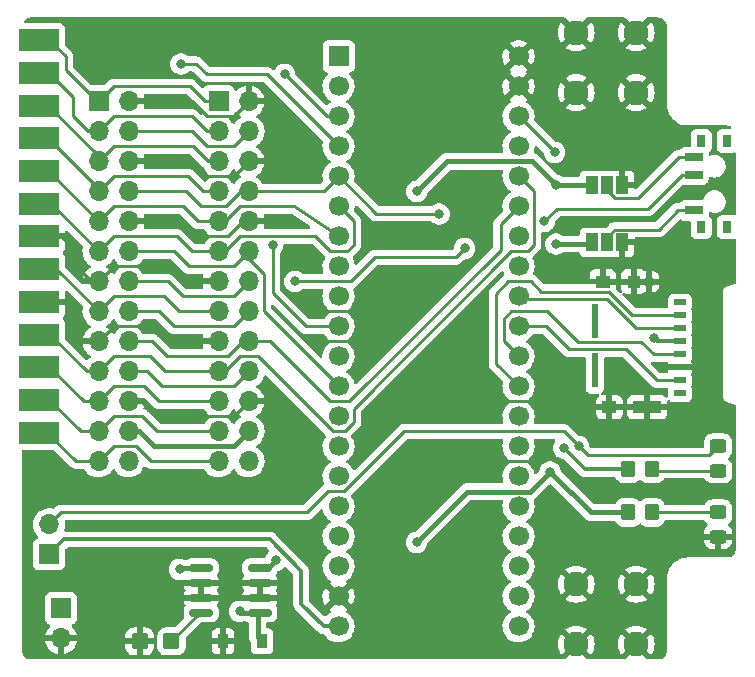
<source format=gtl>
%TF.GenerationSoftware,KiCad,Pcbnew,(6.0.4-0)*%
%TF.CreationDate,2023-01-26T09:36:58-07:00*%
%TF.ProjectId,bluescsi_iigs_internal,626c7565-7363-4736-995f-696967735f69,rev?*%
%TF.SameCoordinates,Original*%
%TF.FileFunction,Copper,L1,Top*%
%TF.FilePolarity,Positive*%
%FSLAX46Y46*%
G04 Gerber Fmt 4.6, Leading zero omitted, Abs format (unit mm)*
G04 Created by KiCad (PCBNEW (6.0.4-0)) date 2023-01-26 09:36:58*
%MOMM*%
%LPD*%
G01*
G04 APERTURE LIST*
G04 Aperture macros list*
%AMRoundRect*
0 Rectangle with rounded corners*
0 $1 Rounding radius*
0 $2 $3 $4 $5 $6 $7 $8 $9 X,Y pos of 4 corners*
0 Add a 4 corners polygon primitive as box body*
4,1,4,$2,$3,$4,$5,$6,$7,$8,$9,$2,$3,0*
0 Add four circle primitives for the rounded corners*
1,1,$1+$1,$2,$3*
1,1,$1+$1,$4,$5*
1,1,$1+$1,$6,$7*
1,1,$1+$1,$8,$9*
0 Add four rect primitives between the rounded corners*
20,1,$1+$1,$2,$3,$4,$5,0*
20,1,$1+$1,$4,$5,$6,$7,0*
20,1,$1+$1,$6,$7,$8,$9,0*
20,1,$1+$1,$8,$9,$2,$3,0*%
G04 Aperture macros list end*
%TA.AperFunction,ComponentPad*%
%ADD10R,1.700000X1.700000*%
%TD*%
%TA.AperFunction,ComponentPad*%
%ADD11C,1.700000*%
%TD*%
%TA.AperFunction,SMDPad,CuDef*%
%ADD12R,0.800000X1.000000*%
%TD*%
%TA.AperFunction,SMDPad,CuDef*%
%ADD13R,1.500000X0.700000*%
%TD*%
%TA.AperFunction,SMDPad,CuDef*%
%ADD14RoundRect,0.249999X0.350001X0.450001X-0.350001X0.450001X-0.350001X-0.450001X0.350001X-0.450001X0*%
%TD*%
%TA.AperFunction,SMDPad,CuDef*%
%ADD15RoundRect,0.249999X-0.450001X0.325001X-0.450001X-0.325001X0.450001X-0.325001X0.450001X0.325001X0*%
%TD*%
%TA.AperFunction,SMDPad,CuDef*%
%ADD16R,1.000000X1.500000*%
%TD*%
%TA.AperFunction,SMDPad,CuDef*%
%ADD17RoundRect,0.249999X-0.350001X-0.450001X0.350001X-0.450001X0.350001X0.450001X-0.350001X0.450001X0*%
%TD*%
%TA.AperFunction,ComponentPad*%
%ADD18O,1.700000X1.700000*%
%TD*%
%TA.AperFunction,ComponentPad*%
%ADD19C,2.100000*%
%TD*%
%TA.AperFunction,SMDPad,CuDef*%
%ADD20RoundRect,0.249999X0.450001X-0.325001X0.450001X0.325001X-0.450001X0.325001X-0.450001X-0.325001X0*%
%TD*%
%TA.AperFunction,SMDPad,CuDef*%
%ADD21R,1.000000X0.500000*%
%TD*%
%TA.AperFunction,SMDPad,CuDef*%
%ADD22R,0.780000X0.720000*%
%TD*%
%TA.AperFunction,SMDPad,CuDef*%
%ADD23R,1.080000X1.050000*%
%TD*%
%TA.AperFunction,SMDPad,CuDef*%
%ADD24R,1.200000X1.050000*%
%TD*%
%TA.AperFunction,SMDPad,CuDef*%
%ADD25R,2.390000X1.050000*%
%TD*%
%TA.AperFunction,SMDPad,CuDef*%
%ADD26R,0.550000X2.910000*%
%TD*%
%TA.AperFunction,SMDPad,CuDef*%
%ADD27R,3.480000X1.846667*%
%TD*%
%TA.AperFunction,SMDPad,CuDef*%
%ADD28R,0.900000X1.200000*%
%TD*%
%TA.AperFunction,SMDPad,CuDef*%
%ADD29RoundRect,0.250000X0.450000X0.425000X-0.450000X0.425000X-0.450000X-0.425000X0.450000X-0.425000X0*%
%TD*%
%TA.AperFunction,SMDPad,CuDef*%
%ADD30RoundRect,0.150000X-0.825000X-0.150000X0.825000X-0.150000X0.825000X0.150000X-0.825000X0.150000X0*%
%TD*%
%TA.AperFunction,ViaPad*%
%ADD31C,0.800000*%
%TD*%
%TA.AperFunction,Conductor*%
%ADD32C,0.400000*%
%TD*%
%TA.AperFunction,Conductor*%
%ADD33C,0.250000*%
%TD*%
%TA.AperFunction,Conductor*%
%ADD34C,0.300000*%
%TD*%
G04 APERTURE END LIST*
D10*
%TO.P,U1,1,PB12*%
%TO.N,/SCSI_DB4*%
X152400000Y-50800000D03*
D11*
%TO.P,U1,2,PB13*%
%TO.N,/SCSI_DB5*%
X152400000Y-53340000D03*
%TO.P,U1,3,PB14*%
%TO.N,/SCSI_DB6*%
X152400000Y-55880000D03*
%TO.P,U1,4,PB15*%
%TO.N,/SCSI_DB7*%
X152400000Y-58420000D03*
%TO.P,U1,5,PA8*%
%TO.N,/SCSI_ATN*%
X152400000Y-60960000D03*
%TO.P,U1,6,PA9*%
%TO.N,/SCSI_BSY*%
X152400000Y-63500000D03*
%TO.P,U1,7,PA10*%
%TO.N,/SCSI_ACK*%
X152400000Y-66040000D03*
%TO.P,U1,8,PA11*%
%TO.N,unconnected-(U1-Pad8)*%
X152400000Y-68580000D03*
%TO.P,U1,9,PA12*%
%TO.N,unconnected-(U1-Pad9)*%
X152400000Y-71120000D03*
%TO.P,U1,10,PA15*%
%TO.N,/SCSI_RST*%
X152400000Y-73660000D03*
%TO.P,U1,11,PB3*%
%TO.N,/SCSI_MSG*%
X152400000Y-76200000D03*
%TO.P,U1,12,PB4*%
%TO.N,/SCSI_SEL*%
X152400000Y-78740000D03*
%TO.P,U1,13,PB5*%
%TO.N,/SCSI_C_D*%
X152400000Y-81280000D03*
%TO.P,U1,14,PB6*%
%TO.N,/SCSI_REQ*%
X152400000Y-83820000D03*
%TO.P,U1,15,PB7*%
%TO.N,/SCSI_I_O*%
X152400000Y-86360000D03*
%TO.P,U1,16,PB8*%
%TO.N,/SCSI_DB0*%
X152400000Y-88900000D03*
%TO.P,U1,17,PB9*%
%TO.N,/SCSI_DB1*%
X152400000Y-91440000D03*
%TO.P,U1,18,5V*%
%TO.N,+5V*%
X152400000Y-93980000D03*
%TO.P,U1,19,GND*%
%TO.N,GND*%
X152400000Y-96520000D03*
%TO.P,U1,20,3V3*%
%TO.N,+3V3*%
X152400000Y-99060000D03*
%TO.P,U1,21,VBat*%
%TO.N,unconnected-(U1-Pad21)*%
X167640000Y-99060000D03*
%TO.P,U1,22,PC13*%
%TO.N,/DISK_ACT*%
X167640000Y-96520000D03*
%TO.P,U1,23,PC14*%
%TO.N,unconnected-(U1-Pad23)*%
X167640000Y-93980000D03*
%TO.P,U1,24,PC15*%
%TO.N,unconnected-(U1-Pad24)*%
X167640000Y-91440000D03*
%TO.P,U1,25,PA0*%
%TO.N,unconnected-(U1-Pad25)*%
X167640000Y-88900000D03*
%TO.P,U1,26,PA1*%
%TO.N,/DEBUG_TX*%
X167640000Y-86360000D03*
%TO.P,U1,27,PA2*%
%TO.N,/DEBUG_RX*%
X167640000Y-83820000D03*
%TO.P,U1,28,PA3*%
%TO.N,unconnected-(U1-Pad28)*%
X167640000Y-81280000D03*
%TO.P,U1,29,PA4*%
%TO.N,/SD_CS*%
X167640000Y-78740000D03*
%TO.P,U1,30,PA5*%
%TO.N,/SD_CSK*%
X167640000Y-76200000D03*
%TO.P,U1,31,PA6*%
%TO.N,/SD_MISO*%
X167640000Y-73660000D03*
%TO.P,U1,32,PA7*%
%TO.N,/SD_MOSI*%
X167640000Y-71120000D03*
%TO.P,U1,33,PB0*%
%TO.N,/SCSI_DBP*%
X167640000Y-68580000D03*
%TO.P,U1,34,PB1*%
%TO.N,unconnected-(U1-Pad34)*%
X167640000Y-66040000D03*
%TO.P,U1,35,PB10*%
%TO.N,/SCSI_DB2*%
X167640000Y-63500000D03*
%TO.P,U1,36,PB11*%
%TO.N,/SCSI_DB3*%
X167640000Y-60960000D03*
%TO.P,U1,37,RST*%
%TO.N,unconnected-(U1-Pad37)*%
X167640000Y-58420000D03*
%TO.P,U1,38,3V3*%
%TO.N,+3V3*%
X167640000Y-55880000D03*
%TO.P,U1,39,GND*%
%TO.N,GND*%
X167640000Y-53340000D03*
%TO.P,U1,40,GND*%
X167640000Y-50800000D03*
%TD*%
D12*
%TO.P,SW1,*%
%TO.N,*%
X183116000Y-57945000D03*
X185326000Y-57945000D03*
X183116000Y-65245000D03*
X185326000Y-65245000D03*
D13*
%TO.P,SW1,1,A*%
%TO.N,/TERM_DIS*%
X182466000Y-63845000D03*
%TO.P,SW1,2,B*%
%TO.N,/TERM_DISC*%
X182466000Y-60845000D03*
%TO.P,SW1,3,C*%
%TO.N,/TERM_EN*%
X182466000Y-59345000D03*
%TD*%
D14*
%TO.P,R2,1*%
%TO.N,Net-(D2-Pad2)*%
X178927000Y-89408000D03*
%TO.P,R2,2*%
%TO.N,+5V*%
X176927000Y-89408000D03*
%TD*%
D15*
%TO.P,D1,1,K*%
%TO.N,Net-(D1-Pad1)*%
X184531000Y-83811000D03*
%TO.P,D1,2,A*%
%TO.N,Net-(D1-Pad2)*%
X184531000Y-85861000D03*
%TD*%
D16*
%TO.P,JP2,1,A*%
%TO.N,+5V*%
X173833000Y-66548000D03*
%TO.P,JP2,2,C*%
%TO.N,/TERM_DIS*%
X175133000Y-66548000D03*
%TO.P,JP2,3,B*%
%TO.N,GND*%
X176433000Y-66548000D03*
%TD*%
%TO.P,JP1,1,A*%
%TO.N,+5V*%
X173833000Y-61722000D03*
%TO.P,JP1,2,C*%
%TO.N,/TERM_EN*%
X175133000Y-61722000D03*
%TO.P,JP1,3,B*%
%TO.N,GND*%
X176433000Y-61722000D03*
%TD*%
D17*
%TO.P,R1,1*%
%TO.N,+3V3*%
X176927000Y-85725000D03*
%TO.P,R1,2*%
%TO.N,Net-(D1-Pad2)*%
X178927000Y-85725000D03*
%TD*%
D10*
%TO.P,J1,1,Pin_1*%
%TO.N,/SCSI_REQ*%
X132080000Y-54610000D03*
D18*
%TO.P,J1,2,Pin_2*%
%TO.N,GND*%
X134620000Y-54610000D03*
%TO.P,J1,3,Pin_3*%
%TO.N,/SCSI_MSG*%
X132080000Y-57150000D03*
%TO.P,J1,4,Pin_4*%
%TO.N,/SCSI_C_D*%
X134620000Y-57150000D03*
%TO.P,J1,5,Pin_5*%
%TO.N,/SCSI_I_O*%
X132080000Y-59690000D03*
%TO.P,J1,6,Pin_6*%
%TO.N,GND*%
X134620000Y-59690000D03*
%TO.P,J1,7,Pin_7*%
%TO.N,/SCSI_RST*%
X132080000Y-62230000D03*
%TO.P,J1,8,Pin_8*%
%TO.N,/SCSI_ATN*%
X134620000Y-62230000D03*
%TO.P,J1,9,Pin_9*%
%TO.N,/SCSI_ACK*%
X132080000Y-64770000D03*
%TO.P,J1,10,Pin_10*%
%TO.N,GND*%
X134620000Y-64770000D03*
%TO.P,J1,11,Pin_11*%
%TO.N,/SCSI_BSY*%
X132080000Y-67310000D03*
%TO.P,J1,12,Pin_12*%
%TO.N,/SCSI_SEL*%
X134620000Y-67310000D03*
%TO.P,J1,13,Pin_13*%
%TO.N,GND*%
X132080000Y-69850000D03*
%TO.P,J1,14,Pin_14*%
%TO.N,/SCSI_DBP*%
X134620000Y-69850000D03*
%TO.P,J1,15,Pin_15*%
%TO.N,/SCSI_DB0*%
X132080000Y-72390000D03*
%TO.P,J1,16,Pin_16*%
%TO.N,/SCSI_DB1*%
X134620000Y-72390000D03*
%TO.P,J1,17,Pin_17*%
%TO.N,GND*%
X132080000Y-74930000D03*
%TO.P,J1,18,Pin_18*%
%TO.N,/SCSI_DB2*%
X134620000Y-74930000D03*
%TO.P,J1,19,Pin_19*%
%TO.N,/SCSI_DB3*%
X132080000Y-77470000D03*
%TO.P,J1,20,Pin_20*%
%TO.N,/SCSI_DB4*%
X134620000Y-77470000D03*
%TO.P,J1,21,Pin_21*%
%TO.N,/SCSI_DB5*%
X132080000Y-80010000D03*
%TO.P,J1,22,Pin_22*%
%TO.N,GND*%
X134620000Y-80010000D03*
%TO.P,J1,23,Pin_23*%
%TO.N,/SCSI_DB6*%
X132080000Y-82550000D03*
%TO.P,J1,24,Pin_24*%
%TO.N,/SCSI_TERMPWR*%
X134620000Y-82550000D03*
%TO.P,J1,25,Pin_25*%
%TO.N,/SCSI_DB7*%
X132080000Y-85090000D03*
%TO.P,J1,26,Pin_26*%
%TO.N,unconnected-(J1-Pad26)*%
X134620000Y-85090000D03*
%TD*%
D10*
%TO.P,J2,1,Pin_1*%
%TO.N,/SCSI_REQ*%
X142240000Y-54610000D03*
D18*
%TO.P,J2,2,Pin_2*%
%TO.N,GND*%
X144780000Y-54610000D03*
%TO.P,J2,3,Pin_3*%
%TO.N,/SCSI_MSG*%
X142240000Y-57150000D03*
%TO.P,J2,4,Pin_4*%
%TO.N,/SCSI_C_D*%
X144780000Y-57150000D03*
%TO.P,J2,5,Pin_5*%
%TO.N,/SCSI_I_O*%
X142240000Y-59690000D03*
%TO.P,J2,6,Pin_6*%
%TO.N,GND*%
X144780000Y-59690000D03*
%TO.P,J2,7,Pin_7*%
%TO.N,/SCSI_RST*%
X142240000Y-62230000D03*
%TO.P,J2,8,Pin_8*%
%TO.N,/SCSI_ATN*%
X144780000Y-62230000D03*
%TO.P,J2,9,Pin_9*%
%TO.N,/SCSI_ACK*%
X142240000Y-64770000D03*
%TO.P,J2,10,Pin_10*%
%TO.N,GND*%
X144780000Y-64770000D03*
%TO.P,J2,11,Pin_11*%
%TO.N,/SCSI_BSY*%
X142240000Y-67310000D03*
%TO.P,J2,12,Pin_12*%
%TO.N,/SCSI_SEL*%
X144780000Y-67310000D03*
%TO.P,J2,13,Pin_13*%
%TO.N,GND*%
X142240000Y-69850000D03*
%TO.P,J2,14,Pin_14*%
%TO.N,/SCSI_DBP*%
X144780000Y-69850000D03*
%TO.P,J2,15,Pin_15*%
%TO.N,/SCSI_DB0*%
X142240000Y-72390000D03*
%TO.P,J2,16,Pin_16*%
%TO.N,/SCSI_DB1*%
X144780000Y-72390000D03*
%TO.P,J2,17,Pin_17*%
%TO.N,GND*%
X142240000Y-74930000D03*
%TO.P,J2,18,Pin_18*%
%TO.N,/SCSI_DB2*%
X144780000Y-74930000D03*
%TO.P,J2,19,Pin_19*%
%TO.N,/SCSI_DB3*%
X142240000Y-77470000D03*
%TO.P,J2,20,Pin_20*%
%TO.N,/SCSI_DB4*%
X144780000Y-77470000D03*
%TO.P,J2,21,Pin_21*%
%TO.N,/SCSI_DB5*%
X142240000Y-80010000D03*
%TO.P,J2,22,Pin_22*%
%TO.N,GND*%
X144780000Y-80010000D03*
%TO.P,J2,23,Pin_23*%
%TO.N,/SCSI_DB6*%
X142240000Y-82550000D03*
%TO.P,J2,24,Pin_24*%
%TO.N,/SCSI_TERMPWR*%
X144780000Y-82550000D03*
%TO.P,J2,25,Pin_25*%
%TO.N,/SCSI_DB7*%
X142240000Y-85090000D03*
%TO.P,J2,26,Pin_26*%
%TO.N,unconnected-(J2-Pad26)*%
X144780000Y-85090000D03*
%TD*%
D10*
%TO.P,J4,1,Pin_1*%
%TO.N,/+5V_AUX*%
X128905000Y-97536000D03*
D18*
%TO.P,J4,2,Pin_2*%
%TO.N,GND*%
X128905000Y-100076000D03*
%TD*%
D10*
%TO.P,J5,1,Pin_1*%
%TO.N,+3V3*%
X127889000Y-92964000D03*
D18*
%TO.P,J5,2,Pin_2*%
%TO.N,Net-(D1-Pad1)*%
X127889000Y-90424000D03*
%TD*%
D19*
%TO.P,M1,1,Pin_1*%
%TO.N,GND*%
X177591000Y-95481000D03*
X177591000Y-100561000D03*
X172511000Y-95481000D03*
X172511000Y-100561000D03*
%TD*%
%TO.P,M2,1,Pin_1*%
%TO.N,GND*%
X177591000Y-48791000D03*
X172511000Y-48791000D03*
X177591000Y-53871000D03*
X172511000Y-53871000D03*
%TD*%
D20*
%TO.P,D2,1,K*%
%TO.N,GND*%
X184531000Y-91449000D03*
%TO.P,D2,2,A*%
%TO.N,Net-(D2-Pad2)*%
X184531000Y-89399000D03*
%TD*%
D21*
%TO.P,J3,1,DAT2*%
%TO.N,unconnected-(J3-Pad1)*%
X181330000Y-71634000D03*
%TO.P,J3,2,CD/DAT3*%
%TO.N,/SD_CS*%
X181330000Y-72734000D03*
%TO.P,J3,3,CMD*%
%TO.N,/SD_MOSI*%
X181330000Y-73834000D03*
%TO.P,J3,4,VDD*%
%TO.N,+3V3*%
X181330000Y-74934000D03*
%TO.P,J3,5,CLK*%
%TO.N,/SD_CSK*%
X181330000Y-76034000D03*
%TO.P,J3,6,VSS*%
%TO.N,GND*%
X181330000Y-77134000D03*
%TO.P,J3,7,DAT0*%
%TO.N,/SD_MISO*%
X181330000Y-78234000D03*
%TO.P,J3,8,DAT1*%
%TO.N,unconnected-(J3-Pad8)*%
X181330000Y-79334000D03*
D22*
%TO.P,J3,9,DET*%
%TO.N,GND*%
X178650000Y-69874000D03*
D23*
%TO.P,J3,10,GND_1*%
X177380000Y-69859000D03*
D24*
%TO.P,J3,11,GND_2*%
X174770000Y-69859000D03*
%TO.P,J3,12,GND_3*%
X175340000Y-80509000D03*
D25*
%TO.P,J3,13,GND_4*%
X178525000Y-80509000D03*
D26*
%TO.P,J3,14*%
%TO.N,N/C*%
X174095000Y-73198000D03*
%TO.P,J3,15*%
X174095000Y-77388000D03*
%TD*%
D27*
%TO.P,J6,1,1*%
%TO.N,/SCSI_REQ*%
X127000000Y-49420000D03*
%TO.P,J6,2,2*%
%TO.N,/SCSI_MSG*%
X127000000Y-52190000D03*
%TO.P,J6,3,3*%
%TO.N,/SCSI_I_O*%
X127000000Y-54960000D03*
%TO.P,J6,4,4*%
%TO.N,/SCSI_RST*%
X127000000Y-57730000D03*
%TO.P,J6,5,5*%
%TO.N,/SCSI_ACK*%
X127000000Y-60500000D03*
%TO.P,J6,6,6*%
%TO.N,/SCSI_BSY*%
X127000000Y-63270000D03*
%TO.P,J6,7,7*%
%TO.N,GND*%
X127000000Y-66040000D03*
%TO.P,J6,8,8*%
%TO.N,/SCSI_DB0*%
X127000000Y-68810000D03*
%TO.P,J6,9,9*%
%TO.N,GND*%
X127000000Y-71580000D03*
%TO.P,J6,10,10*%
%TO.N,/SCSI_DB3*%
X127000000Y-74350000D03*
%TO.P,J6,11,11*%
%TO.N,/SCSI_DB5*%
X127000000Y-77120000D03*
%TO.P,J6,12,12*%
%TO.N,/SCSI_DB6*%
X127000000Y-79890000D03*
%TO.P,J6,13,13*%
%TO.N,/SCSI_DB7*%
X127000000Y-82660000D03*
%TD*%
D28*
%TO.P,D3,1,K*%
%TO.N,/+5V_AUX*%
X145922000Y-100330000D03*
%TO.P,D3,2,A*%
%TO.N,GND*%
X142622000Y-100330000D03*
%TD*%
D29*
%TO.P,C5,1*%
%TO.N,Net-(C5-Pad1)*%
X138256000Y-100330000D03*
%TO.P,C5,2*%
%TO.N,GND*%
X135556000Y-100330000D03*
%TD*%
D30*
%TO.P,U4,1,VIN*%
%TO.N,/+5V_AUX*%
X140781000Y-94107000D03*
%TO.P,U4,2,GND*%
%TO.N,GND*%
X140781000Y-95377000D03*
%TO.P,U4,3,GND*%
X140781000Y-96647000D03*
%TO.P,U4,4,CT*%
%TO.N,Net-(C5-Pad1)*%
X140781000Y-97917000D03*
%TO.P,U4,5,/SHTDWN*%
%TO.N,/+5V_AUX*%
X145731000Y-97917000D03*
%TO.P,U4,6,GND*%
%TO.N,GND*%
X145731000Y-96647000D03*
%TO.P,U4,7,GND*%
X145731000Y-95377000D03*
%TO.P,U4,8,OUTPUT*%
%TO.N,+5V*%
X145731000Y-94107000D03*
%TD*%
D31*
%TO.N,+5V*%
X147066000Y-93472000D03*
X170815000Y-61722000D03*
X170307000Y-85979000D03*
X159025320Y-62233641D03*
X159004000Y-91948000D03*
X170814998Y-66675000D03*
%TO.N,GND*%
X164338000Y-86360000D03*
X156845000Y-52705000D03*
X164338000Y-60960000D03*
X155575000Y-60960000D03*
X155702000Y-86360000D03*
%TO.N,/SCSI_DBP*%
X163068000Y-67056000D03*
X148717000Y-69850000D03*
%TO.N,/SCSI_ATN*%
X160909000Y-64135000D03*
%TO.N,/SCSI_DB7*%
X139065000Y-51435000D03*
%TO.N,/SCSI_DB6*%
X147828000Y-52324000D03*
%TO.N,/SCSI_RST*%
X146812000Y-66802000D03*
%TO.N,+3V3*%
X171450000Y-83947000D03*
X179070000Y-74676000D03*
X170688000Y-58928000D03*
%TO.N,/TERM_DISC*%
X169799000Y-64770000D03*
%TO.N,Net-(D1-Pad1)*%
X172720000Y-83820000D03*
%TO.N,/+5V_AUX*%
X138938000Y-94234000D03*
X144018000Y-97790000D03*
%TD*%
D32*
%TO.N,+5V*%
X173736000Y-89408000D02*
X170307000Y-85979000D01*
X159025320Y-62233641D02*
X161587960Y-59671001D01*
X163301511Y-87650489D02*
X168635511Y-87650489D01*
X159004000Y-91948000D02*
X163301511Y-87650489D01*
X176927000Y-89408000D02*
X173736000Y-89408000D01*
X161587960Y-59671001D02*
X168764001Y-59671001D01*
X147066000Y-93472000D02*
X146431000Y-94107000D01*
X168764001Y-59671001D02*
X170815000Y-61722000D01*
X146431000Y-94107000D02*
X145731000Y-94107000D01*
X168635511Y-87650489D02*
X170307000Y-85979000D01*
X173579000Y-66675000D02*
X170814998Y-66675000D01*
X173833000Y-61722000D02*
X170815000Y-61722000D01*
X173833000Y-66421000D02*
X173579000Y-66675000D01*
D33*
%TO.N,GND*%
X134620000Y-64770000D02*
X138938000Y-64770000D01*
X143002000Y-66040000D02*
X144272000Y-64770000D01*
X138938000Y-64770000D02*
X140208000Y-66040000D01*
X140208000Y-66040000D02*
X143002000Y-66040000D01*
X144272000Y-64770000D02*
X144780000Y-64770000D01*
X134620000Y-54610000D02*
X139954000Y-54610000D01*
X139954000Y-54610000D02*
X141224000Y-55880000D01*
X141224000Y-55880000D02*
X143510000Y-55880000D01*
X143510000Y-55880000D02*
X144780000Y-54610000D01*
X132080000Y-69850000D02*
X133350000Y-68580000D01*
X138176000Y-68580000D02*
X139446000Y-69850000D01*
X133350000Y-68580000D02*
X138176000Y-68580000D01*
X139446000Y-69850000D02*
X142240000Y-69850000D01*
X142240000Y-74930000D02*
X138176000Y-74930000D01*
X138176000Y-74930000D02*
X136906000Y-73660000D01*
X136906000Y-73660000D02*
X133350000Y-73660000D01*
X133350000Y-73660000D02*
X132080000Y-74930000D01*
X134620000Y-80010000D02*
X135636000Y-80010000D01*
X135636000Y-80010000D02*
X136906000Y-81280000D01*
X136906000Y-81280000D02*
X143510000Y-81280000D01*
X143510000Y-81280000D02*
X144780000Y-80010000D01*
X134620000Y-59690000D02*
X139954000Y-59690000D01*
X141224000Y-60960000D02*
X143510000Y-60960000D01*
X139954000Y-59690000D02*
X141224000Y-60960000D01*
X143510000Y-60960000D02*
X144780000Y-59690000D01*
X168656000Y-80010000D02*
X166624000Y-80010000D01*
X131445000Y-69850000D02*
X130175000Y-68580000D01*
X166624000Y-85090000D02*
X168656000Y-85090000D01*
X130175000Y-68580000D02*
X130175000Y-67310000D01*
X153416000Y-72390000D02*
X151384000Y-72390000D01*
X153416000Y-74930000D02*
X151384000Y-74930000D01*
X130175000Y-67310000D02*
X128905000Y-66040000D01*
X132080000Y-69850000D02*
X131445000Y-69850000D01*
X128905000Y-66040000D02*
X127000000Y-66040000D01*
%TO.N,/SCSI_DB4*%
X134620000Y-77470000D02*
X136144000Y-77470000D01*
X136144000Y-77470000D02*
X137414000Y-78740000D01*
X137414000Y-78740000D02*
X143510000Y-78740000D01*
X143510000Y-78740000D02*
X144780000Y-77470000D01*
%TO.N,/SCSI_DB2*%
X136620250Y-74930000D02*
X137890250Y-76200000D01*
X144272000Y-74930000D02*
X144780000Y-74930000D01*
X137890250Y-76200000D02*
X143002000Y-76200000D01*
X134620000Y-74930000D02*
X136620250Y-74930000D01*
X143002000Y-76200000D02*
X144272000Y-74930000D01*
X151638000Y-80010000D02*
X153289000Y-80010000D01*
X166116000Y-67183000D02*
X166116000Y-65024000D01*
X146558000Y-74930000D02*
X151638000Y-80010000D01*
X166116000Y-65024000D02*
X167640000Y-63500000D01*
X153289000Y-80010000D02*
X166116000Y-67183000D01*
X144780000Y-74930000D02*
X146558000Y-74930000D01*
%TO.N,/SCSI_DB1*%
X137160000Y-72390000D02*
X138430000Y-73660000D01*
X138430000Y-73660000D02*
X143510000Y-73660000D01*
X134620000Y-72390000D02*
X137160000Y-72390000D01*
X143510000Y-73660000D02*
X144780000Y-72390000D01*
%TO.N,/SCSI_DBP*%
X143510000Y-71120000D02*
X144780000Y-69850000D01*
X134620000Y-69850000D02*
X137922000Y-69850000D01*
X137922000Y-69850000D02*
X139192000Y-71120000D01*
X139192000Y-71120000D02*
X143510000Y-71120000D01*
X155448000Y-67818000D02*
X162306000Y-67818000D01*
X153416000Y-69850000D02*
X155448000Y-67818000D01*
X162306000Y-67818000D02*
X163068000Y-67056000D01*
X148717000Y-69850000D02*
X153416000Y-69850000D01*
%TO.N,/SCSI_SEL*%
X134620000Y-67310000D02*
X138430000Y-67310000D01*
X138430000Y-67310000D02*
X139700000Y-68580000D01*
X139700000Y-68580000D02*
X143510000Y-68580000D01*
X143510000Y-68580000D02*
X144780000Y-67310000D01*
X144780000Y-67310000D02*
X144780000Y-67945000D01*
X146050000Y-72390000D02*
X152400000Y-78740000D01*
X144780000Y-67945000D02*
X146050000Y-69215000D01*
X146050000Y-69215000D02*
X146050000Y-72390000D01*
%TO.N,/SCSI_ATN*%
X144143590Y-62230000D02*
X144780000Y-62230000D01*
X140716000Y-63500000D02*
X142873590Y-63500000D01*
X134620000Y-62230000D02*
X139446000Y-62230000D01*
X139446000Y-62230000D02*
X140716000Y-63500000D01*
X142873590Y-63500000D02*
X144143590Y-62230000D01*
X144780000Y-62230000D02*
X151130000Y-62230000D01*
X152400000Y-60960000D02*
X155575000Y-64135000D01*
X155575000Y-64135000D02*
X160909000Y-64135000D01*
X151130000Y-62230000D02*
X152400000Y-60960000D01*
%TO.N,/SCSI_C_D*%
X134620000Y-57150000D02*
X139954000Y-57150000D01*
X139954000Y-57150000D02*
X141224000Y-58420000D01*
X141224000Y-58420000D02*
X143510000Y-58420000D01*
X143510000Y-58420000D02*
X144780000Y-57150000D01*
%TO.N,/SCSI_DB7*%
X136525000Y-85090000D02*
X142240000Y-85090000D01*
X132080000Y-85090000D02*
X133350000Y-83820000D01*
X146304000Y-52324000D02*
X152400000Y-58420000D01*
X140335000Y-51435000D02*
X141224000Y-52324000D01*
X130175000Y-85090000D02*
X132080000Y-85090000D01*
X135255000Y-83820000D02*
X136525000Y-85090000D01*
X127000000Y-82660000D02*
X127745000Y-82660000D01*
X133350000Y-83820000D02*
X135255000Y-83820000D01*
X141224000Y-52324000D02*
X146304000Y-52324000D01*
X139065000Y-51435000D02*
X140335000Y-51435000D01*
X127745000Y-82660000D02*
X130175000Y-85090000D01*
%TO.N,/SCSI_DB6*%
X133350000Y-81280000D02*
X135763000Y-81280000D01*
X130556000Y-82550000D02*
X132080000Y-82550000D01*
X127000000Y-79890000D02*
X127896000Y-79890000D01*
X151384000Y-55880000D02*
X152400000Y-55880000D01*
X132080000Y-82550000D02*
X133350000Y-81280000D01*
X137033000Y-82550000D02*
X142240000Y-82550000D01*
X147828000Y-52324000D02*
X151384000Y-55880000D01*
X135763000Y-81280000D02*
X137033000Y-82550000D01*
X127896000Y-79890000D02*
X130556000Y-82550000D01*
%TO.N,/SCSI_DB5*%
X132080000Y-80010000D02*
X133350000Y-78740000D01*
X133350000Y-78740000D02*
X135890000Y-78740000D01*
X137160000Y-80010000D02*
X142240000Y-80010000D01*
X135890000Y-78740000D02*
X137160000Y-80010000D01*
X127000000Y-77120000D02*
X127920000Y-77120000D01*
X127920000Y-77120000D02*
X130810000Y-80010000D01*
X130810000Y-80010000D02*
X132080000Y-80010000D01*
%TO.N,/SCSI_DB3*%
X132080000Y-77470000D02*
X133350000Y-76200000D01*
X136398000Y-76200000D02*
X137668000Y-77470000D01*
X133350000Y-76200000D02*
X136398000Y-76200000D01*
X137668000Y-77470000D02*
X142240000Y-77470000D01*
X132080000Y-77470000D02*
X131064000Y-77470000D01*
X166981000Y-67310000D02*
X168402000Y-67310000D01*
X152908000Y-82550000D02*
X153670000Y-81788000D01*
X153670000Y-81788000D02*
X153670000Y-80621000D01*
X151892000Y-82550000D02*
X152908000Y-82550000D01*
X168910000Y-62230000D02*
X167640000Y-60960000D01*
X145542000Y-76200000D02*
X151892000Y-82550000D01*
X142240000Y-77470000D02*
X142767499Y-77470000D01*
X153670000Y-80621000D02*
X166981000Y-67310000D01*
X168402000Y-67310000D02*
X168910000Y-66802000D01*
X144037499Y-76200000D02*
X145542000Y-76200000D01*
X142767499Y-77470000D02*
X144037499Y-76200000D01*
X168910000Y-66802000D02*
X168910000Y-62230000D01*
X131064000Y-77470000D02*
X127944000Y-74350000D01*
X127944000Y-74350000D02*
X127000000Y-74350000D01*
%TO.N,/SCSI_DB0*%
X132080000Y-72390000D02*
X133350000Y-71120000D01*
X133350000Y-71120000D02*
X137587920Y-71120000D01*
X137587920Y-71120000D02*
X138857920Y-72390000D01*
X138857920Y-72390000D02*
X142240000Y-72390000D01*
X128500000Y-68810000D02*
X127000000Y-68810000D01*
X132080000Y-72390000D02*
X128500000Y-68810000D01*
%TO.N,/SCSI_BSY*%
X132080000Y-67310000D02*
X133350000Y-66040000D01*
X133350000Y-66040000D02*
X138684000Y-66040000D01*
X139954000Y-67310000D02*
X142240000Y-67310000D01*
X138684000Y-66040000D02*
X139954000Y-67310000D01*
X151701500Y-67310000D02*
X153142501Y-67310000D01*
X142757749Y-67310000D02*
X144027749Y-66040000D01*
X153670000Y-66782501D02*
X153670000Y-64770000D01*
X142240000Y-67310000D02*
X142757749Y-67310000D01*
X128040000Y-63270000D02*
X132080000Y-67310000D01*
X144027749Y-66040000D02*
X150431500Y-66040000D01*
X153670000Y-64770000D02*
X152400000Y-63500000D01*
X127000000Y-63270000D02*
X128040000Y-63270000D01*
X150431500Y-66040000D02*
X151701500Y-67310000D01*
X153142501Y-67310000D02*
X153670000Y-66782501D01*
%TO.N,/SCSI_ACK*%
X132080000Y-64770000D02*
X133350000Y-63500000D01*
X133350000Y-63500000D02*
X139192000Y-63500000D01*
X140462000Y-64770000D02*
X142240000Y-64770000D01*
X139192000Y-63500000D02*
X140462000Y-64770000D01*
X146050000Y-63500000D02*
X148590000Y-63500000D01*
X144018000Y-63500000D02*
X146050000Y-63500000D01*
X148590000Y-63500000D02*
X152400000Y-66040000D01*
X132080000Y-64763334D02*
X132080000Y-64770000D01*
X127000000Y-60500000D02*
X127816666Y-60500000D01*
X142748000Y-64770000D02*
X144018000Y-63500000D01*
X142240000Y-64770000D02*
X142748000Y-64770000D01*
X127816666Y-60500000D02*
X132080000Y-64763334D01*
%TO.N,/SCSI_RST*%
X132080000Y-62230000D02*
X133350000Y-60960000D01*
X133350000Y-60960000D02*
X139683949Y-60960000D01*
X139683949Y-60960000D02*
X140953949Y-62230000D01*
X140953949Y-62230000D02*
X142240000Y-62230000D01*
X149606000Y-73660000D02*
X152400000Y-73660000D01*
X132080000Y-61993334D02*
X132080000Y-62230000D01*
X127816666Y-57730000D02*
X132080000Y-61993334D01*
X127000000Y-57730000D02*
X127816666Y-57730000D01*
X146812000Y-66802000D02*
X146812000Y-70866000D01*
X146812000Y-70866000D02*
X149606000Y-73660000D01*
%TO.N,/SCSI_I_O*%
X132080000Y-59690000D02*
X133350000Y-58420000D01*
X133350000Y-58420000D02*
X140079590Y-58420000D01*
X140079590Y-58420000D02*
X141349590Y-59690000D01*
X141349590Y-59690000D02*
X142240000Y-59690000D01*
X127000000Y-54960000D02*
X127816666Y-54960000D01*
X132080000Y-59223334D02*
X132080000Y-59690000D01*
X127816666Y-54960000D02*
X132080000Y-59223334D01*
%TO.N,/SCSI_MSG*%
X132080000Y-57150000D02*
X133350000Y-55880000D01*
X133350000Y-55880000D02*
X139952590Y-55880000D01*
X139952590Y-55880000D02*
X141222590Y-57150000D01*
X141222590Y-57150000D02*
X142240000Y-57150000D01*
X129921000Y-54229000D02*
X129921000Y-55880000D01*
X127882000Y-52190000D02*
X129921000Y-54229000D01*
X127000000Y-52190000D02*
X127882000Y-52190000D01*
X129921000Y-55880000D02*
X131191000Y-57150000D01*
X131191000Y-57150000D02*
X132080000Y-57150000D01*
%TO.N,/SCSI_REQ*%
X129286000Y-51943000D02*
X131953000Y-54610000D01*
X129286000Y-50800000D02*
X129286000Y-51943000D01*
X133350000Y-53340000D02*
X139827000Y-53340000D01*
X131953000Y-54610000D02*
X132080000Y-54610000D01*
X141097000Y-54610000D02*
X142240000Y-54610000D01*
X139827000Y-53340000D02*
X141097000Y-54610000D01*
X127906000Y-49420000D02*
X129286000Y-50800000D01*
X132080000Y-54610000D02*
X133350000Y-53340000D01*
X127000000Y-49420000D02*
X127906000Y-49420000D01*
%TO.N,/SD_MISO*%
X171874489Y-75608489D02*
X169926000Y-73660000D01*
X176699489Y-75608489D02*
X171874489Y-75608489D01*
X179325000Y-78234000D02*
X176699489Y-75608489D01*
X169926000Y-73660000D02*
X167640000Y-73660000D01*
X181330000Y-78234000D02*
X179325000Y-78234000D01*
%TO.N,/SD_CSK*%
X178013511Y-74977511D02*
X179070000Y-76034000D01*
X166370000Y-74930000D02*
X166370000Y-73044499D01*
X172640511Y-74977511D02*
X178013511Y-74977511D01*
X170053000Y-72390000D02*
X172640511Y-74977511D01*
X167024499Y-72390000D02*
X170053000Y-72390000D01*
X167640000Y-76200000D02*
X166370000Y-74930000D01*
X179070000Y-76034000D02*
X181330000Y-76034000D01*
X166370000Y-73044499D02*
X167024499Y-72390000D01*
D34*
%TO.N,+3V3*%
X173228000Y-85725000D02*
X171450000Y-83947000D01*
X149225000Y-97155000D02*
X151130000Y-99060000D01*
X179070000Y-74676000D02*
X179328000Y-74934000D01*
X170688000Y-58928000D02*
X167640000Y-55880000D01*
X127889000Y-92964000D02*
X129159000Y-91694000D01*
X179328000Y-74934000D02*
X181330000Y-74934000D01*
X146558000Y-91694000D02*
X149225000Y-94361000D01*
X129159000Y-91694000D02*
X146558000Y-91694000D01*
X151130000Y-99060000D02*
X152400000Y-99060000D01*
X149225000Y-94361000D02*
X149225000Y-97155000D01*
X176927000Y-85725000D02*
X173228000Y-85725000D01*
D33*
%TO.N,/SD_MOSI*%
X175133000Y-71374000D02*
X177546000Y-73787000D01*
X181283000Y-73787000D02*
X181330000Y-73834000D01*
X167894000Y-71374000D02*
X175133000Y-71374000D01*
X167640000Y-71120000D02*
X167894000Y-71374000D01*
X177546000Y-73787000D02*
X181283000Y-73787000D01*
%TO.N,/SD_CS*%
X175260000Y-70739000D02*
X177255000Y-72734000D01*
X165735000Y-76835000D02*
X165735000Y-70885499D01*
X177255000Y-72734000D02*
X181330000Y-72734000D01*
X168656000Y-69850000D02*
X169545000Y-70739000D01*
X165735000Y-70885499D02*
X166770499Y-69850000D01*
X166770499Y-69850000D02*
X168656000Y-69850000D01*
X167640000Y-78740000D02*
X165735000Y-76835000D01*
X169545000Y-70739000D02*
X175260000Y-70739000D01*
%TO.N,Net-(D2-Pad2)*%
X178927000Y-89408000D02*
X183871000Y-89408000D01*
%TO.N,/TERM_DISC*%
X178591800Y-63703200D02*
X170865800Y-63703200D01*
X182720000Y-60845000D02*
X181450000Y-60845000D01*
X170865800Y-63703200D02*
X169799000Y-64770000D01*
X181450000Y-60845000D02*
X178591800Y-63703200D01*
%TO.N,Net-(D1-Pad1)*%
X152898251Y-87630000D02*
X151511000Y-87630000D01*
X171450000Y-82550000D02*
X157978251Y-82550000D01*
X128905000Y-89408000D02*
X127889000Y-90424000D01*
X151511000Y-87630000D02*
X149733000Y-89408000D01*
X149733000Y-89408000D02*
X128905000Y-89408000D01*
X172720000Y-83820000D02*
X171450000Y-82550000D01*
X157978251Y-82550000D02*
X152898251Y-87630000D01*
X173482000Y-84582000D02*
X183760000Y-84582000D01*
X183760000Y-84582000D02*
X184531000Y-83811000D01*
X172720000Y-83820000D02*
X173482000Y-84582000D01*
D32*
%TO.N,/+5V_AUX*%
X139065000Y-94107000D02*
X140781000Y-94107000D01*
X145542000Y-98106000D02*
X145542000Y-99950000D01*
X138938000Y-94234000D02*
X139065000Y-94107000D01*
X144018000Y-97790000D02*
X144145000Y-97917000D01*
X145731000Y-97917000D02*
X145542000Y-98106000D01*
X145542000Y-99950000D02*
X145922000Y-100330000D01*
X144145000Y-97917000D02*
X145731000Y-97917000D01*
D33*
%TO.N,Net-(C5-Pad1)*%
X140781000Y-97917000D02*
X140669000Y-97917000D01*
X140669000Y-97917000D02*
X138256000Y-100330000D01*
%TO.N,/TERM_EN*%
X175776201Y-62797001D02*
X177774998Y-62797001D01*
X181226999Y-59345000D02*
X182720000Y-59345000D01*
X175133000Y-61722000D02*
X175285400Y-61874400D01*
X177774998Y-62797001D02*
X181226999Y-59345000D01*
X175133000Y-62230000D02*
X175260000Y-62230000D01*
X175285400Y-62306200D02*
X175776201Y-62797001D01*
X175285400Y-61874400D02*
X175285400Y-62306200D01*
%TO.N,/TERM_DIS*%
X175768000Y-65468500D02*
X179514500Y-65468500D01*
X179514500Y-65468500D02*
X181138000Y-63845000D01*
X181138000Y-63845000D02*
X182720000Y-63845000D01*
X175133000Y-66103500D02*
X175768000Y-65468500D01*
X175133000Y-66421000D02*
X175133000Y-66103500D01*
D32*
%TO.N,/SCSI_TERMPWR*%
X135509000Y-82550000D02*
X136779000Y-83820000D01*
X136779000Y-83820000D02*
X143510000Y-83820000D01*
X143510000Y-83820000D02*
X144780000Y-82550000D01*
X134620000Y-82550000D02*
X135509000Y-82550000D01*
D33*
%TO.N,Net-(D1-Pad2)*%
X184531000Y-85861000D02*
X179063000Y-85861000D01*
X179063000Y-85861000D02*
X178927000Y-85725000D01*
%TD*%
%TA.AperFunction,Conductor*%
%TO.N,GND*%
G36*
X171593641Y-47518502D02*
G01*
X171614615Y-47535405D01*
X172498188Y-48418978D01*
X172512132Y-48426592D01*
X172513965Y-48426461D01*
X172520580Y-48422210D01*
X173407385Y-47535405D01*
X173469697Y-47501379D01*
X173496480Y-47498500D01*
X176605520Y-47498500D01*
X176673641Y-47518502D01*
X176694615Y-47535405D01*
X177578188Y-48418978D01*
X177592132Y-48426592D01*
X177593965Y-48426461D01*
X177600580Y-48422210D01*
X178487385Y-47535405D01*
X178549697Y-47501379D01*
X178576480Y-47498500D01*
X179401633Y-47498500D01*
X179421018Y-47500000D01*
X179435852Y-47502310D01*
X179435855Y-47502310D01*
X179444724Y-47503691D01*
X179454659Y-47502392D01*
X179455746Y-47502250D01*
X179484431Y-47501793D01*
X179557741Y-47509013D01*
X179587212Y-47511916D01*
X179611432Y-47516733D01*
X179730546Y-47552866D01*
X179753355Y-47562315D01*
X179863124Y-47620987D01*
X179883655Y-47634705D01*
X179979876Y-47713671D01*
X179997329Y-47731124D01*
X180076295Y-47827345D01*
X180090013Y-47847876D01*
X180148685Y-47957645D01*
X180158134Y-47980454D01*
X180194267Y-48099568D01*
X180199084Y-48123789D01*
X180208541Y-48219809D01*
X180208091Y-48235868D01*
X180208800Y-48235877D01*
X180208690Y-48244853D01*
X180207309Y-48253724D01*
X180208473Y-48262626D01*
X180208473Y-48262628D01*
X180211436Y-48285283D01*
X180212500Y-48301621D01*
X180212500Y-54814633D01*
X180211000Y-54834018D01*
X180208690Y-54848851D01*
X180208690Y-54848855D01*
X180207309Y-54857724D01*
X180208130Y-54864000D01*
X180207957Y-54864000D01*
X180226106Y-55117753D01*
X180228921Y-55130694D01*
X180278474Y-55358483D01*
X180280183Y-55366341D01*
X180281755Y-55370556D01*
X180281756Y-55370559D01*
X180363173Y-55588848D01*
X180369087Y-55604703D01*
X180392259Y-55647139D01*
X180464065Y-55778641D01*
X180491009Y-55827986D01*
X180493706Y-55831589D01*
X180493710Y-55831595D01*
X180595354Y-55967375D01*
X180643466Y-56031645D01*
X180823355Y-56211534D01*
X180826958Y-56214231D01*
X181023405Y-56361290D01*
X181023411Y-56361294D01*
X181027014Y-56363991D01*
X181250297Y-56485913D01*
X181254509Y-56487484D01*
X181484441Y-56573244D01*
X181484444Y-56573245D01*
X181488659Y-56574817D01*
X181493050Y-56575772D01*
X181493056Y-56575774D01*
X181678513Y-56616117D01*
X181737247Y-56628894D01*
X181741735Y-56629215D01*
X181957668Y-56644659D01*
X181969577Y-56646083D01*
X181970924Y-56646310D01*
X181973645Y-56646768D01*
X181973647Y-56646768D01*
X181978448Y-56647576D01*
X181984991Y-56647656D01*
X181986140Y-56647670D01*
X181986143Y-56647670D01*
X181991000Y-56647729D01*
X182018624Y-56643773D01*
X182036486Y-56642500D01*
X185243633Y-56642500D01*
X185263018Y-56644000D01*
X185277852Y-56646310D01*
X185277855Y-56646310D01*
X185286724Y-56647691D01*
X185296659Y-56646392D01*
X185297746Y-56646250D01*
X185326431Y-56645793D01*
X185399741Y-56653013D01*
X185429212Y-56655916D01*
X185453433Y-56660733D01*
X185549669Y-56689927D01*
X185609049Y-56728840D01*
X185637965Y-56793682D01*
X185627234Y-56863863D01*
X185580264Y-56917101D01*
X185513092Y-56936500D01*
X184877866Y-56936500D01*
X184815684Y-56943255D01*
X184679295Y-56994385D01*
X184562739Y-57081739D01*
X184475385Y-57198295D01*
X184424255Y-57334684D01*
X184417500Y-57396866D01*
X184417500Y-58493134D01*
X184424255Y-58555316D01*
X184475385Y-58691705D01*
X184562739Y-58808261D01*
X184679295Y-58895615D01*
X184815684Y-58946745D01*
X184877866Y-58953500D01*
X185774134Y-58953500D01*
X185836316Y-58946745D01*
X185843712Y-58943973D01*
X185843718Y-58943971D01*
X185884271Y-58928768D01*
X185955078Y-58923585D01*
X186017447Y-58957506D01*
X186051576Y-59019762D01*
X186054500Y-59046750D01*
X186054500Y-64143250D01*
X186034498Y-64211371D01*
X185980842Y-64257864D01*
X185910568Y-64267968D01*
X185884271Y-64261232D01*
X185843718Y-64246029D01*
X185843712Y-64246027D01*
X185836316Y-64243255D01*
X185774134Y-64236500D01*
X184877866Y-64236500D01*
X184815684Y-64243255D01*
X184679295Y-64294385D01*
X184562739Y-64381739D01*
X184475385Y-64498295D01*
X184424255Y-64634684D01*
X184417500Y-64696866D01*
X184417500Y-65793134D01*
X184424255Y-65855316D01*
X184475385Y-65991705D01*
X184562739Y-66108261D01*
X184679295Y-66195615D01*
X184815684Y-66246745D01*
X184877866Y-66253500D01*
X185774134Y-66253500D01*
X185836316Y-66246745D01*
X185843712Y-66243973D01*
X185843718Y-66243971D01*
X185884271Y-66228768D01*
X185955078Y-66223585D01*
X186017447Y-66257506D01*
X186051576Y-66319762D01*
X186054500Y-66346750D01*
X186054500Y-69972128D01*
X186034498Y-70040249D01*
X185980842Y-70086742D01*
X185960969Y-70093872D01*
X185357969Y-70254672D01*
X185354112Y-70255447D01*
X185350279Y-70255424D01*
X185341648Y-70257891D01*
X185341647Y-70257891D01*
X185283497Y-70274510D01*
X185281340Y-70275106D01*
X185258029Y-70281323D01*
X185253698Y-70282478D01*
X185250556Y-70283817D01*
X185246841Y-70284987D01*
X185210229Y-70295451D01*
X185202635Y-70300243D01*
X185202634Y-70300243D01*
X185191670Y-70307161D01*
X185173837Y-70316510D01*
X185153633Y-70325120D01*
X185127893Y-70346249D01*
X185115196Y-70355412D01*
X185087042Y-70373176D01*
X185081099Y-70379905D01*
X185072510Y-70389630D01*
X185058018Y-70403608D01*
X185041049Y-70417538D01*
X185035988Y-70424952D01*
X185035986Y-70424954D01*
X185022283Y-70445028D01*
X185012661Y-70457396D01*
X184990622Y-70482351D01*
X184981583Y-70501604D01*
X184981296Y-70502215D01*
X184971310Y-70519699D01*
X184958928Y-70537838D01*
X184954515Y-70551405D01*
X184948629Y-70569501D01*
X184942866Y-70584070D01*
X184928719Y-70614200D01*
X184927339Y-70623065D01*
X184927338Y-70623067D01*
X184925343Y-70635882D01*
X184920665Y-70655469D01*
X184913872Y-70676352D01*
X184913232Y-70697668D01*
X184912851Y-70710369D01*
X184912533Y-70716309D01*
X184912250Y-70719970D01*
X184911500Y-70724786D01*
X184911500Y-70753537D01*
X184911443Y-70757315D01*
X184909969Y-70806462D01*
X184909504Y-70821945D01*
X184911088Y-70828033D01*
X184911500Y-70835371D01*
X184911500Y-79550804D01*
X184911382Y-79556265D01*
X184908781Y-79616212D01*
X184918676Y-79656454D01*
X184921041Y-79668639D01*
X184926920Y-79709687D01*
X184932620Y-79722222D01*
X184940275Y-79744289D01*
X184940683Y-79745946D01*
X184943562Y-79757656D01*
X184948065Y-79765420D01*
X184948067Y-79765424D01*
X184964348Y-79793493D01*
X184970056Y-79804560D01*
X184978121Y-79822297D01*
X184987208Y-79842282D01*
X184993069Y-79849084D01*
X184993070Y-79849086D01*
X184996203Y-79852723D01*
X185009733Y-79871737D01*
X185016644Y-79883652D01*
X185023142Y-79889837D01*
X185023147Y-79889843D01*
X185046655Y-79912217D01*
X185055234Y-79921231D01*
X185082287Y-79952627D01*
X185093845Y-79960119D01*
X185112176Y-79974579D01*
X185122151Y-79984073D01*
X185156753Y-80001921D01*
X185158963Y-80003061D01*
X185169732Y-80009308D01*
X185196979Y-80026968D01*
X185196982Y-80026969D01*
X185204515Y-80031852D01*
X185220519Y-80036638D01*
X185266077Y-80050263D01*
X185269820Y-80051446D01*
X185968345Y-80284288D01*
X186026645Y-80324805D01*
X186053784Y-80390410D01*
X186054500Y-80403822D01*
X186054500Y-92406633D01*
X186053000Y-92426018D01*
X186049309Y-92449724D01*
X186050473Y-92458626D01*
X186050750Y-92460746D01*
X186051207Y-92489431D01*
X186046546Y-92536760D01*
X186041084Y-92592212D01*
X186036267Y-92616432D01*
X186000134Y-92735546D01*
X185990685Y-92758355D01*
X185932013Y-92868124D01*
X185918295Y-92888655D01*
X185839329Y-92984876D01*
X185821876Y-93002329D01*
X185725655Y-93081295D01*
X185705124Y-93095013D01*
X185595355Y-93153685D01*
X185572546Y-93163134D01*
X185453432Y-93199267D01*
X185429211Y-93204084D01*
X185333191Y-93213541D01*
X185317132Y-93213091D01*
X185317123Y-93213800D01*
X185308147Y-93213690D01*
X185299276Y-93212309D01*
X185290374Y-93213473D01*
X185290372Y-93213473D01*
X185277856Y-93215110D01*
X185267714Y-93216436D01*
X185251379Y-93217500D01*
X182044250Y-93217500D01*
X182023345Y-93215754D01*
X182008344Y-93213230D01*
X182008341Y-93213230D01*
X182003552Y-93212424D01*
X181997555Y-93212351D01*
X181995868Y-93212330D01*
X181995864Y-93212330D01*
X181991000Y-93212271D01*
X181986006Y-93212986D01*
X181985851Y-93213008D01*
X181976984Y-93213959D01*
X181741735Y-93230785D01*
X181737247Y-93231106D01*
X181678513Y-93243883D01*
X181493056Y-93284226D01*
X181493050Y-93284228D01*
X181488659Y-93285183D01*
X181484444Y-93286755D01*
X181484441Y-93286756D01*
X181254509Y-93372516D01*
X181250297Y-93374087D01*
X181027014Y-93496009D01*
X181023411Y-93498706D01*
X181023405Y-93498710D01*
X180866862Y-93615897D01*
X180823355Y-93648466D01*
X180643466Y-93828355D01*
X180622232Y-93856721D01*
X180493710Y-94028405D01*
X180493706Y-94028411D01*
X180491009Y-94032014D01*
X180488848Y-94035971D01*
X180488847Y-94035973D01*
X180470045Y-94070407D01*
X180369087Y-94255297D01*
X180367516Y-94259509D01*
X180282871Y-94486453D01*
X180280183Y-94493659D01*
X180279228Y-94498050D01*
X180279226Y-94498056D01*
X180244654Y-94656983D01*
X180226106Y-94742247D01*
X180225785Y-94746735D01*
X180209711Y-94971477D01*
X180208784Y-94979650D01*
X180208852Y-94979817D01*
X180207309Y-94989724D01*
X180208018Y-94995146D01*
X180207957Y-94996000D01*
X180208130Y-94996000D01*
X180209328Y-95005162D01*
X180209328Y-95005163D01*
X180211436Y-95021283D01*
X180212500Y-95037620D01*
X180212500Y-101042633D01*
X180211000Y-101062018D01*
X180209480Y-101071784D01*
X180207309Y-101085724D01*
X180208473Y-101094626D01*
X180208750Y-101096746D01*
X180209207Y-101125431D01*
X180208289Y-101134755D01*
X180199084Y-101228212D01*
X180194267Y-101252432D01*
X180158134Y-101371546D01*
X180148685Y-101394355D01*
X180090013Y-101504124D01*
X180076295Y-101524655D01*
X179997329Y-101620876D01*
X179979876Y-101638329D01*
X179883655Y-101717295D01*
X179863124Y-101731013D01*
X179753355Y-101789685D01*
X179730546Y-101799134D01*
X179611432Y-101835267D01*
X179587211Y-101840084D01*
X179491191Y-101849541D01*
X179475132Y-101849091D01*
X179475123Y-101849800D01*
X179466147Y-101849690D01*
X179457276Y-101848309D01*
X179448374Y-101849473D01*
X179448372Y-101849473D01*
X179435856Y-101851110D01*
X179425714Y-101852436D01*
X179409379Y-101853500D01*
X178576480Y-101853500D01*
X178508359Y-101833498D01*
X178487385Y-101816595D01*
X177603812Y-100933022D01*
X177589868Y-100925408D01*
X177588035Y-100925539D01*
X177581420Y-100929790D01*
X176694615Y-101816595D01*
X176632303Y-101850621D01*
X176605520Y-101853500D01*
X173496480Y-101853500D01*
X173428359Y-101833498D01*
X173407385Y-101816595D01*
X172523812Y-100933022D01*
X172509868Y-100925408D01*
X172508035Y-100925539D01*
X172501420Y-100929790D01*
X171614615Y-101816595D01*
X171552303Y-101850621D01*
X171525520Y-101853500D01*
X126414367Y-101853500D01*
X126394982Y-101852000D01*
X126380148Y-101849690D01*
X126380145Y-101849690D01*
X126371276Y-101848309D01*
X126361341Y-101849608D01*
X126360254Y-101849750D01*
X126331569Y-101850207D01*
X126258259Y-101842987D01*
X126228788Y-101840084D01*
X126204568Y-101835267D01*
X126085454Y-101799134D01*
X126062645Y-101789685D01*
X125952876Y-101731013D01*
X125932345Y-101717295D01*
X125836124Y-101638329D01*
X125818671Y-101620876D01*
X125739705Y-101524655D01*
X125725987Y-101504124D01*
X125667315Y-101394355D01*
X125657866Y-101371546D01*
X125621733Y-101252432D01*
X125616916Y-101228212D01*
X125607711Y-101134755D01*
X125607607Y-101111151D01*
X125607768Y-101109354D01*
X125608576Y-101104552D01*
X125608729Y-101092000D01*
X125604773Y-101064376D01*
X125603500Y-101046514D01*
X125603500Y-100343966D01*
X127573257Y-100343966D01*
X127603565Y-100478446D01*
X127606645Y-100488275D01*
X127686770Y-100685603D01*
X127691413Y-100694794D01*
X127802694Y-100876388D01*
X127808777Y-100884699D01*
X127948213Y-101045667D01*
X127955580Y-101052883D01*
X128119434Y-101188916D01*
X128127881Y-101194831D01*
X128311756Y-101302279D01*
X128321042Y-101306729D01*
X128520001Y-101382703D01*
X128529899Y-101385579D01*
X128633250Y-101406606D01*
X128647299Y-101405410D01*
X128651000Y-101395065D01*
X128651000Y-101394517D01*
X129159000Y-101394517D01*
X129163064Y-101408359D01*
X129176478Y-101410393D01*
X129183184Y-101409534D01*
X129193262Y-101407392D01*
X129397255Y-101346191D01*
X129406842Y-101342433D01*
X129598095Y-101248739D01*
X129606945Y-101243464D01*
X129780328Y-101119792D01*
X129788200Y-101113139D01*
X129939052Y-100962812D01*
X129945730Y-100954965D01*
X130055578Y-100802095D01*
X134348001Y-100802095D01*
X134348338Y-100808614D01*
X134358257Y-100904206D01*
X134361149Y-100917600D01*
X134412588Y-101071784D01*
X134418761Y-101084962D01*
X134504063Y-101222807D01*
X134513099Y-101234208D01*
X134627829Y-101348739D01*
X134639240Y-101357751D01*
X134777243Y-101442816D01*
X134790424Y-101448963D01*
X134944710Y-101500138D01*
X134958086Y-101503005D01*
X135052438Y-101512672D01*
X135058854Y-101513000D01*
X135283885Y-101513000D01*
X135299124Y-101508525D01*
X135300329Y-101507135D01*
X135302000Y-101499452D01*
X135302000Y-101494884D01*
X135810000Y-101494884D01*
X135814475Y-101510123D01*
X135815865Y-101511328D01*
X135823548Y-101512999D01*
X136053095Y-101512999D01*
X136059614Y-101512662D01*
X136155206Y-101502743D01*
X136168600Y-101499851D01*
X136322784Y-101448412D01*
X136335962Y-101442239D01*
X136473807Y-101356937D01*
X136485208Y-101347901D01*
X136599739Y-101233171D01*
X136608751Y-101221760D01*
X136693816Y-101083757D01*
X136699963Y-101070576D01*
X136751138Y-100916290D01*
X136754005Y-100902914D01*
X136763672Y-100808562D01*
X136763834Y-100805400D01*
X137047500Y-100805400D01*
X137047837Y-100808646D01*
X137047837Y-100808650D01*
X137057752Y-100904206D01*
X137058474Y-100911166D01*
X137060655Y-100917702D01*
X137060655Y-100917704D01*
X137079660Y-100974669D01*
X137114450Y-101078946D01*
X137207522Y-101229348D01*
X137332697Y-101354305D01*
X137338927Y-101358145D01*
X137338928Y-101358146D01*
X137476288Y-101442816D01*
X137483262Y-101447115D01*
X137537787Y-101465200D01*
X137644611Y-101500632D01*
X137644613Y-101500632D01*
X137651139Y-101502797D01*
X137657975Y-101503497D01*
X137657978Y-101503498D01*
X137701031Y-101507909D01*
X137755600Y-101513500D01*
X138756400Y-101513500D01*
X138759646Y-101513163D01*
X138759650Y-101513163D01*
X138855308Y-101503238D01*
X138855312Y-101503237D01*
X138862166Y-101502526D01*
X138868702Y-101500345D01*
X138868704Y-101500345D01*
X139002205Y-101455805D01*
X139029946Y-101446550D01*
X139180348Y-101353478D01*
X139235089Y-101298642D01*
X139300134Y-101233483D01*
X139305305Y-101228303D01*
X139337111Y-101176705D01*
X139394275Y-101083968D01*
X139394276Y-101083966D01*
X139398115Y-101077738D01*
X139432301Y-100974669D01*
X141664001Y-100974669D01*
X141664371Y-100981490D01*
X141669895Y-101032352D01*
X141673521Y-101047604D01*
X141718676Y-101168054D01*
X141727214Y-101183649D01*
X141803715Y-101285724D01*
X141816276Y-101298285D01*
X141918351Y-101374786D01*
X141933946Y-101383324D01*
X142054394Y-101428478D01*
X142069649Y-101432105D01*
X142120514Y-101437631D01*
X142127328Y-101438000D01*
X142349885Y-101438000D01*
X142365124Y-101433525D01*
X142366329Y-101432135D01*
X142368000Y-101424452D01*
X142368000Y-101419884D01*
X142876000Y-101419884D01*
X142880475Y-101435123D01*
X142881865Y-101436328D01*
X142889548Y-101437999D01*
X143116669Y-101437999D01*
X143123490Y-101437629D01*
X143174352Y-101432105D01*
X143189604Y-101428479D01*
X143310054Y-101383324D01*
X143325649Y-101374786D01*
X143427724Y-101298285D01*
X143440285Y-101285724D01*
X143516786Y-101183649D01*
X143525324Y-101168054D01*
X143570478Y-101047606D01*
X143574105Y-101032351D01*
X143579631Y-100981486D01*
X143580000Y-100974672D01*
X143580000Y-100602115D01*
X143575525Y-100586876D01*
X143574135Y-100585671D01*
X143566452Y-100584000D01*
X142894115Y-100584000D01*
X142878876Y-100588475D01*
X142877671Y-100589865D01*
X142876000Y-100597548D01*
X142876000Y-101419884D01*
X142368000Y-101419884D01*
X142368000Y-100602115D01*
X142363525Y-100586876D01*
X142362135Y-100585671D01*
X142354452Y-100584000D01*
X141682116Y-100584000D01*
X141666877Y-100588475D01*
X141665672Y-100589865D01*
X141664001Y-100597548D01*
X141664001Y-100974669D01*
X139432301Y-100974669D01*
X139448597Y-100925539D01*
X139451632Y-100916389D01*
X139451632Y-100916387D01*
X139453797Y-100909861D01*
X139464500Y-100805400D01*
X139464500Y-100069594D01*
X139467938Y-100057885D01*
X141664000Y-100057885D01*
X141668475Y-100073124D01*
X141669865Y-100074329D01*
X141677548Y-100076000D01*
X142349885Y-100076000D01*
X142365124Y-100071525D01*
X142366329Y-100070135D01*
X142368000Y-100062452D01*
X142368000Y-100057885D01*
X142876000Y-100057885D01*
X142880475Y-100073124D01*
X142881865Y-100074329D01*
X142889548Y-100076000D01*
X143561884Y-100076000D01*
X143577123Y-100071525D01*
X143578328Y-100070135D01*
X143579999Y-100062452D01*
X143579999Y-99685331D01*
X143579629Y-99678510D01*
X143574105Y-99627648D01*
X143570479Y-99612396D01*
X143525324Y-99491946D01*
X143516786Y-99476351D01*
X143440285Y-99374276D01*
X143427724Y-99361715D01*
X143325649Y-99285214D01*
X143310054Y-99276676D01*
X143189606Y-99231522D01*
X143174351Y-99227895D01*
X143123486Y-99222369D01*
X143116672Y-99222000D01*
X142894115Y-99222000D01*
X142878876Y-99226475D01*
X142877671Y-99227865D01*
X142876000Y-99235548D01*
X142876000Y-100057885D01*
X142368000Y-100057885D01*
X142368000Y-99240116D01*
X142363525Y-99224877D01*
X142362135Y-99223672D01*
X142354452Y-99222001D01*
X142127331Y-99222001D01*
X142120510Y-99222371D01*
X142069648Y-99227895D01*
X142054396Y-99231521D01*
X141933946Y-99276676D01*
X141918351Y-99285214D01*
X141816276Y-99361715D01*
X141803715Y-99374276D01*
X141727214Y-99476351D01*
X141718676Y-99491946D01*
X141673522Y-99612394D01*
X141669895Y-99627649D01*
X141664369Y-99678514D01*
X141664000Y-99685328D01*
X141664000Y-100057885D01*
X139467938Y-100057885D01*
X139484502Y-100001473D01*
X139501405Y-99980499D01*
X140719499Y-98762405D01*
X140781811Y-98728379D01*
X140808594Y-98725500D01*
X141672502Y-98725500D01*
X141674950Y-98725307D01*
X141674958Y-98725307D01*
X141703421Y-98723067D01*
X141703426Y-98723066D01*
X141709831Y-98722562D01*
X141809769Y-98693528D01*
X141861988Y-98678357D01*
X141861990Y-98678356D01*
X141869601Y-98676145D01*
X141963350Y-98620702D01*
X142005980Y-98595491D01*
X142005983Y-98595489D01*
X142012807Y-98591453D01*
X142130453Y-98473807D01*
X142134489Y-98466983D01*
X142134491Y-98466980D01*
X142211108Y-98337427D01*
X142215145Y-98330601D01*
X142261562Y-98170831D01*
X142264500Y-98133502D01*
X142264500Y-97790000D01*
X143104496Y-97790000D01*
X143105186Y-97796565D01*
X143118381Y-97922104D01*
X143124458Y-97979928D01*
X143183473Y-98161556D01*
X143186776Y-98167278D01*
X143186777Y-98167279D01*
X143206903Y-98202138D01*
X143278960Y-98326944D01*
X143283378Y-98331851D01*
X143283379Y-98331852D01*
X143375474Y-98434134D01*
X143406747Y-98468866D01*
X143561248Y-98581118D01*
X143567276Y-98583802D01*
X143567278Y-98583803D01*
X143685398Y-98636393D01*
X143735712Y-98658794D01*
X143817342Y-98676145D01*
X143916056Y-98697128D01*
X143916061Y-98697128D01*
X143922513Y-98698500D01*
X144113487Y-98698500D01*
X144119939Y-98697128D01*
X144119944Y-98697128D01*
X144218658Y-98676145D01*
X144300288Y-98658794D01*
X144306315Y-98656111D01*
X144306323Y-98656108D01*
X144350603Y-98636393D01*
X144401851Y-98625500D01*
X144522294Y-98625500D01*
X144586431Y-98643045D01*
X144642399Y-98676145D01*
X144650009Y-98678356D01*
X144650014Y-98678358D01*
X144742652Y-98705271D01*
X144802488Y-98743484D01*
X144832166Y-98807980D01*
X144833500Y-98826268D01*
X144833500Y-99921088D01*
X144833208Y-99929658D01*
X144829275Y-99987352D01*
X144837406Y-100033938D01*
X144840261Y-100050299D01*
X144841223Y-100056821D01*
X144848898Y-100120242D01*
X144851581Y-100127343D01*
X144852222Y-100129952D01*
X144856685Y-100146262D01*
X144857450Y-100148798D01*
X144858757Y-100156284D01*
X144866239Y-100173327D01*
X144884442Y-100214795D01*
X144886933Y-100220899D01*
X144909513Y-100280656D01*
X144913817Y-100286919D01*
X144915054Y-100289285D01*
X144923303Y-100304105D01*
X144924635Y-100306356D01*
X144927685Y-100313305D01*
X144932303Y-100319323D01*
X144932304Y-100319325D01*
X144937463Y-100326048D01*
X144963063Y-100392269D01*
X144963500Y-100402752D01*
X144963500Y-100978134D01*
X144970255Y-101040316D01*
X145021385Y-101176705D01*
X145108739Y-101293261D01*
X145225295Y-101380615D01*
X145361684Y-101431745D01*
X145423866Y-101438500D01*
X146420134Y-101438500D01*
X146482316Y-101431745D01*
X146618705Y-101380615D01*
X146735261Y-101293261D01*
X146822615Y-101176705D01*
X146873745Y-101040316D01*
X146880500Y-100978134D01*
X146880500Y-100565930D01*
X170948570Y-100565930D01*
X170967035Y-100800545D01*
X170968578Y-100810292D01*
X171023517Y-101039125D01*
X171026566Y-101048510D01*
X171116625Y-101265933D01*
X171121107Y-101274728D01*
X171232072Y-101455805D01*
X171242530Y-101465267D01*
X171251306Y-101461484D01*
X172138978Y-100573812D01*
X172145356Y-100562132D01*
X172875408Y-100562132D01*
X172875539Y-100563965D01*
X172879790Y-100570580D01*
X173767650Y-101458440D01*
X173780030Y-101465200D01*
X173787680Y-101459473D01*
X173900893Y-101274728D01*
X173905375Y-101265933D01*
X173995434Y-101048510D01*
X173998483Y-101039125D01*
X174053422Y-100810292D01*
X174054965Y-100800545D01*
X174073430Y-100565930D01*
X176028570Y-100565930D01*
X176047035Y-100800545D01*
X176048578Y-100810292D01*
X176103517Y-101039125D01*
X176106566Y-101048510D01*
X176196625Y-101265933D01*
X176201107Y-101274728D01*
X176312072Y-101455805D01*
X176322530Y-101465267D01*
X176331306Y-101461484D01*
X177218978Y-100573812D01*
X177225356Y-100562132D01*
X177955408Y-100562132D01*
X177955539Y-100563965D01*
X177959790Y-100570580D01*
X178847650Y-101458440D01*
X178860030Y-101465200D01*
X178867680Y-101459473D01*
X178980893Y-101274728D01*
X178985375Y-101265933D01*
X179075434Y-101048510D01*
X179078483Y-101039125D01*
X179133422Y-100810292D01*
X179134965Y-100800545D01*
X179153430Y-100565930D01*
X179153430Y-100556070D01*
X179134965Y-100321455D01*
X179133422Y-100311708D01*
X179078483Y-100082875D01*
X179075434Y-100073490D01*
X178985375Y-99856067D01*
X178980893Y-99847272D01*
X178869928Y-99666195D01*
X178859470Y-99656733D01*
X178850694Y-99660516D01*
X177963022Y-100548188D01*
X177955408Y-100562132D01*
X177225356Y-100562132D01*
X177226592Y-100559868D01*
X177226461Y-100558035D01*
X177222210Y-100551420D01*
X176334350Y-99663560D01*
X176321970Y-99656800D01*
X176314320Y-99662527D01*
X176201107Y-99847272D01*
X176196625Y-99856067D01*
X176106566Y-100073490D01*
X176103517Y-100082875D01*
X176048578Y-100311708D01*
X176047035Y-100321455D01*
X176028570Y-100556070D01*
X176028570Y-100565930D01*
X174073430Y-100565930D01*
X174073430Y-100556070D01*
X174054965Y-100321455D01*
X174053422Y-100311708D01*
X173998483Y-100082875D01*
X173995434Y-100073490D01*
X173905375Y-99856067D01*
X173900893Y-99847272D01*
X173789928Y-99666195D01*
X173779470Y-99656733D01*
X173770694Y-99660516D01*
X172883022Y-100548188D01*
X172875408Y-100562132D01*
X172145356Y-100562132D01*
X172146592Y-100559868D01*
X172146461Y-100558035D01*
X172142210Y-100551420D01*
X171254350Y-99663560D01*
X171241970Y-99656800D01*
X171234320Y-99662527D01*
X171121107Y-99847272D01*
X171116625Y-99856067D01*
X171026566Y-100073490D01*
X171023517Y-100082875D01*
X170968578Y-100311708D01*
X170967035Y-100321455D01*
X170948570Y-100556070D01*
X170948570Y-100565930D01*
X146880500Y-100565930D01*
X146880500Y-99681866D01*
X146873745Y-99619684D01*
X146822615Y-99483295D01*
X146735261Y-99366739D01*
X146618705Y-99279385D01*
X146482316Y-99228255D01*
X146420134Y-99221500D01*
X146376500Y-99221500D01*
X146308379Y-99201498D01*
X146261886Y-99147842D01*
X146250500Y-99095500D01*
X146250500Y-98851500D01*
X146270502Y-98783379D01*
X146324158Y-98736886D01*
X146376500Y-98725500D01*
X146622502Y-98725500D01*
X146624950Y-98725307D01*
X146624958Y-98725307D01*
X146653421Y-98723067D01*
X146653426Y-98723066D01*
X146659831Y-98722562D01*
X146759769Y-98693528D01*
X146811988Y-98678357D01*
X146811990Y-98678356D01*
X146819601Y-98676145D01*
X146913350Y-98620702D01*
X146955980Y-98595491D01*
X146955983Y-98595489D01*
X146962807Y-98591453D01*
X147080453Y-98473807D01*
X147084489Y-98466983D01*
X147084491Y-98466980D01*
X147161108Y-98337427D01*
X147165145Y-98330601D01*
X147211562Y-98170831D01*
X147214500Y-98133502D01*
X147214500Y-97700498D01*
X147214307Y-97698042D01*
X147212067Y-97669579D01*
X147212066Y-97669574D01*
X147211562Y-97663169D01*
X147169077Y-97516934D01*
X147167357Y-97511012D01*
X147167356Y-97511010D01*
X147165145Y-97503399D01*
X147080453Y-97360193D01*
X147077513Y-97357253D01*
X147052180Y-97292734D01*
X147066079Y-97223111D01*
X147078126Y-97204364D01*
X147084090Y-97196676D01*
X147160648Y-97067221D01*
X147166893Y-97052790D01*
X147205939Y-96918395D01*
X147205899Y-96904294D01*
X147198630Y-96901000D01*
X144251007Y-96901000D01*
X144251007Y-96900740D01*
X144211149Y-96902258D01*
X144119946Y-96882873D01*
X144119947Y-96882873D01*
X144113487Y-96881500D01*
X143922513Y-96881500D01*
X143916061Y-96882872D01*
X143916056Y-96882872D01*
X143831996Y-96900740D01*
X143735712Y-96921206D01*
X143729682Y-96923891D01*
X143729681Y-96923891D01*
X143567278Y-96996197D01*
X143567276Y-96996198D01*
X143561248Y-96998882D01*
X143555907Y-97002762D01*
X143555906Y-97002763D01*
X143529689Y-97021811D01*
X143406747Y-97111134D01*
X143402326Y-97116044D01*
X143402325Y-97116045D01*
X143305923Y-97223111D01*
X143278960Y-97253056D01*
X143183473Y-97418444D01*
X143124458Y-97600072D01*
X143123768Y-97606633D01*
X143123768Y-97606635D01*
X143116141Y-97679203D01*
X143104496Y-97790000D01*
X142264500Y-97790000D01*
X142264500Y-97700498D01*
X142264307Y-97698042D01*
X142262067Y-97669579D01*
X142262066Y-97669574D01*
X142261562Y-97663169D01*
X142219077Y-97516934D01*
X142217357Y-97511012D01*
X142217356Y-97511010D01*
X142215145Y-97503399D01*
X142130453Y-97360193D01*
X142127513Y-97357253D01*
X142102180Y-97292734D01*
X142116079Y-97223111D01*
X142128126Y-97204364D01*
X142134090Y-97196676D01*
X142210648Y-97067221D01*
X142216893Y-97052790D01*
X142255939Y-96918395D01*
X142255899Y-96904294D01*
X142248630Y-96901000D01*
X139319122Y-96901000D01*
X139305591Y-96904973D01*
X139304456Y-96912871D01*
X139345107Y-97052790D01*
X139351352Y-97067221D01*
X139427911Y-97196677D01*
X139433871Y-97204360D01*
X139459820Y-97270444D01*
X139445922Y-97340067D01*
X139435579Y-97356161D01*
X139431547Y-97360193D01*
X139346855Y-97503399D01*
X139344644Y-97511010D01*
X139344643Y-97511012D01*
X139342923Y-97516934D01*
X139300438Y-97663169D01*
X139299934Y-97669574D01*
X139299933Y-97669579D01*
X139297693Y-97698042D01*
X139297500Y-97700498D01*
X139297500Y-98133502D01*
X139300438Y-98170831D01*
X139302232Y-98177007D01*
X139302233Y-98177011D01*
X139328911Y-98268839D01*
X139328708Y-98339835D01*
X139297009Y-98393086D01*
X138580500Y-99109595D01*
X138518188Y-99143621D01*
X138491405Y-99146500D01*
X137755600Y-99146500D01*
X137752354Y-99146837D01*
X137752350Y-99146837D01*
X137656692Y-99156762D01*
X137656688Y-99156763D01*
X137649834Y-99157474D01*
X137643298Y-99159655D01*
X137643296Y-99159655D01*
X137517878Y-99201498D01*
X137482054Y-99213450D01*
X137331652Y-99306522D01*
X137326479Y-99311704D01*
X137276555Y-99361715D01*
X137206695Y-99431697D01*
X137202855Y-99437927D01*
X137202854Y-99437928D01*
X137130735Y-99554927D01*
X137113885Y-99582262D01*
X137094112Y-99641875D01*
X137073306Y-99704606D01*
X137058203Y-99750139D01*
X137057503Y-99756975D01*
X137057502Y-99756978D01*
X137055029Y-99781113D01*
X137047500Y-99854600D01*
X137047500Y-100805400D01*
X136763834Y-100805400D01*
X136764000Y-100802146D01*
X136764000Y-100602115D01*
X136759525Y-100586876D01*
X136758135Y-100585671D01*
X136750452Y-100584000D01*
X135828115Y-100584000D01*
X135812876Y-100588475D01*
X135811671Y-100589865D01*
X135810000Y-100597548D01*
X135810000Y-101494884D01*
X135302000Y-101494884D01*
X135302000Y-100602115D01*
X135297525Y-100586876D01*
X135296135Y-100585671D01*
X135288452Y-100584000D01*
X134366116Y-100584000D01*
X134350877Y-100588475D01*
X134349672Y-100589865D01*
X134348001Y-100597548D01*
X134348001Y-100802095D01*
X130055578Y-100802095D01*
X130070003Y-100782020D01*
X130075313Y-100773183D01*
X130169670Y-100582267D01*
X130173469Y-100572672D01*
X130235377Y-100368910D01*
X130237555Y-100358837D01*
X130238986Y-100347962D01*
X130236775Y-100333778D01*
X130223617Y-100330000D01*
X129177115Y-100330000D01*
X129161876Y-100334475D01*
X129160671Y-100335865D01*
X129159000Y-100343548D01*
X129159000Y-101394517D01*
X128651000Y-101394517D01*
X128651000Y-100348115D01*
X128646525Y-100332876D01*
X128645135Y-100331671D01*
X128637452Y-100330000D01*
X127588225Y-100330000D01*
X127574694Y-100333973D01*
X127573257Y-100343966D01*
X125603500Y-100343966D01*
X125603500Y-100057885D01*
X134348000Y-100057885D01*
X134352475Y-100073124D01*
X134353865Y-100074329D01*
X134361548Y-100076000D01*
X135283885Y-100076000D01*
X135299124Y-100071525D01*
X135300329Y-100070135D01*
X135302000Y-100062452D01*
X135302000Y-100057885D01*
X135810000Y-100057885D01*
X135814475Y-100073124D01*
X135815865Y-100074329D01*
X135823548Y-100076000D01*
X136745884Y-100076000D01*
X136761123Y-100071525D01*
X136762328Y-100070135D01*
X136763999Y-100062452D01*
X136763999Y-99857905D01*
X136763662Y-99851386D01*
X136753743Y-99755794D01*
X136750851Y-99742400D01*
X136699412Y-99588216D01*
X136693239Y-99575038D01*
X136607937Y-99437193D01*
X136598901Y-99425792D01*
X136484171Y-99311261D01*
X136472760Y-99302249D01*
X136334757Y-99217184D01*
X136321576Y-99211037D01*
X136167290Y-99159862D01*
X136153914Y-99156995D01*
X136059562Y-99147328D01*
X136053145Y-99147000D01*
X135828115Y-99147000D01*
X135812876Y-99151475D01*
X135811671Y-99152865D01*
X135810000Y-99160548D01*
X135810000Y-100057885D01*
X135302000Y-100057885D01*
X135302000Y-99165116D01*
X135297525Y-99149877D01*
X135296135Y-99148672D01*
X135288452Y-99147001D01*
X135058905Y-99147001D01*
X135052386Y-99147338D01*
X134956794Y-99157257D01*
X134943400Y-99160149D01*
X134789216Y-99211588D01*
X134776038Y-99217761D01*
X134638193Y-99303063D01*
X134626792Y-99312099D01*
X134512261Y-99426829D01*
X134503249Y-99438240D01*
X134418184Y-99576243D01*
X134412037Y-99589424D01*
X134360862Y-99743710D01*
X134357995Y-99757086D01*
X134348328Y-99851438D01*
X134348000Y-99857855D01*
X134348000Y-100057885D01*
X125603500Y-100057885D01*
X125603500Y-98434134D01*
X127546500Y-98434134D01*
X127553255Y-98496316D01*
X127604385Y-98632705D01*
X127691739Y-98749261D01*
X127808295Y-98836615D01*
X127816704Y-98839767D01*
X127816705Y-98839768D01*
X127925960Y-98880726D01*
X127982725Y-98923367D01*
X128007425Y-98989929D01*
X127992218Y-99059278D01*
X127972825Y-99085759D01*
X127849590Y-99214717D01*
X127843104Y-99222727D01*
X127723098Y-99398649D01*
X127718000Y-99407623D01*
X127628338Y-99600783D01*
X127624775Y-99610470D01*
X127569389Y-99810183D01*
X127570912Y-99818607D01*
X127583292Y-99822000D01*
X130223344Y-99822000D01*
X130236875Y-99818027D01*
X130238180Y-99808947D01*
X130196214Y-99641875D01*
X130192894Y-99632124D01*
X130107972Y-99436814D01*
X130103105Y-99427739D01*
X129987426Y-99248926D01*
X129981136Y-99240757D01*
X129837293Y-99082677D01*
X129806241Y-99018831D01*
X129814635Y-98948333D01*
X129859812Y-98893564D01*
X129886256Y-98879895D01*
X129993297Y-98839767D01*
X130001705Y-98836615D01*
X130118261Y-98749261D01*
X130205615Y-98632705D01*
X130256745Y-98496316D01*
X130263500Y-98434134D01*
X130263500Y-96637866D01*
X130256745Y-96575684D01*
X130205615Y-96439295D01*
X130118261Y-96322739D01*
X130001705Y-96235385D01*
X129865316Y-96184255D01*
X129803134Y-96177500D01*
X128006866Y-96177500D01*
X127944684Y-96184255D01*
X127808295Y-96235385D01*
X127691739Y-96322739D01*
X127604385Y-96439295D01*
X127553255Y-96575684D01*
X127546500Y-96637866D01*
X127546500Y-98434134D01*
X125603500Y-98434134D01*
X125603500Y-95642871D01*
X139304456Y-95642871D01*
X139345107Y-95782790D01*
X139351352Y-95797221D01*
X139427912Y-95926678D01*
X139434189Y-95934770D01*
X139460139Y-96000854D01*
X139446241Y-96070477D01*
X139434189Y-96089230D01*
X139427912Y-96097322D01*
X139351352Y-96226779D01*
X139345107Y-96241210D01*
X139306061Y-96375605D01*
X139306101Y-96389706D01*
X139313370Y-96393000D01*
X140508885Y-96393000D01*
X140524124Y-96388525D01*
X140525329Y-96387135D01*
X140527000Y-96379452D01*
X140527000Y-96374885D01*
X141035000Y-96374885D01*
X141039475Y-96390124D01*
X141040865Y-96391329D01*
X141048548Y-96393000D01*
X142242878Y-96393000D01*
X142256409Y-96389027D01*
X142257544Y-96381129D01*
X142216893Y-96241210D01*
X142210648Y-96226779D01*
X142134088Y-96097322D01*
X142127811Y-96089230D01*
X142101861Y-96023146D01*
X142115759Y-95953523D01*
X142127811Y-95934770D01*
X142134088Y-95926678D01*
X142210648Y-95797221D01*
X142216893Y-95782790D01*
X142255939Y-95648395D01*
X142255923Y-95642871D01*
X144254456Y-95642871D01*
X144295107Y-95782790D01*
X144301352Y-95797221D01*
X144377912Y-95926678D01*
X144384189Y-95934770D01*
X144410139Y-96000854D01*
X144396241Y-96070477D01*
X144384189Y-96089230D01*
X144377912Y-96097322D01*
X144301352Y-96226779D01*
X144295107Y-96241210D01*
X144256061Y-96375605D01*
X144256101Y-96389706D01*
X144263370Y-96393000D01*
X145458885Y-96393000D01*
X145474124Y-96388525D01*
X145475329Y-96387135D01*
X145477000Y-96379452D01*
X145477000Y-96374885D01*
X145985000Y-96374885D01*
X145989475Y-96390124D01*
X145990865Y-96391329D01*
X145998548Y-96393000D01*
X147192878Y-96393000D01*
X147206409Y-96389027D01*
X147207544Y-96381129D01*
X147166893Y-96241210D01*
X147160648Y-96226779D01*
X147084088Y-96097322D01*
X147077811Y-96089230D01*
X147051861Y-96023146D01*
X147065759Y-95953523D01*
X147077811Y-95934770D01*
X147084088Y-95926678D01*
X147160648Y-95797221D01*
X147166893Y-95782790D01*
X147205939Y-95648395D01*
X147205899Y-95634294D01*
X147198630Y-95631000D01*
X146003115Y-95631000D01*
X145987876Y-95635475D01*
X145986671Y-95636865D01*
X145985000Y-95644548D01*
X145985000Y-96374885D01*
X145477000Y-96374885D01*
X145477000Y-95649115D01*
X145472525Y-95633876D01*
X145471135Y-95632671D01*
X145463452Y-95631000D01*
X144269122Y-95631000D01*
X144255591Y-95634973D01*
X144254456Y-95642871D01*
X142255923Y-95642871D01*
X142255899Y-95634294D01*
X142248630Y-95631000D01*
X141053115Y-95631000D01*
X141037876Y-95635475D01*
X141036671Y-95636865D01*
X141035000Y-95644548D01*
X141035000Y-96374885D01*
X140527000Y-96374885D01*
X140527000Y-95649115D01*
X140522525Y-95633876D01*
X140521135Y-95632671D01*
X140513452Y-95631000D01*
X139319122Y-95631000D01*
X139305591Y-95634973D01*
X139304456Y-95642871D01*
X125603500Y-95642871D01*
X125603500Y-84217833D01*
X125623502Y-84149712D01*
X125677158Y-84103219D01*
X125729500Y-84091833D01*
X128228739Y-84091833D01*
X128296860Y-84111835D01*
X128317834Y-84128738D01*
X128995135Y-84806040D01*
X129671348Y-85482253D01*
X129678888Y-85490539D01*
X129683000Y-85497018D01*
X129688777Y-85502443D01*
X129732651Y-85543643D01*
X129735493Y-85546398D01*
X129755230Y-85566135D01*
X129758427Y-85568615D01*
X129767447Y-85576318D01*
X129799679Y-85606586D01*
X129806625Y-85610405D01*
X129806628Y-85610407D01*
X129817434Y-85616348D01*
X129833953Y-85627199D01*
X129849959Y-85639614D01*
X129857228Y-85642759D01*
X129857232Y-85642762D01*
X129890537Y-85657174D01*
X129901186Y-85662390D01*
X129939940Y-85683695D01*
X129947615Y-85685666D01*
X129947616Y-85685666D01*
X129959562Y-85688733D01*
X129978266Y-85695137D01*
X129978269Y-85695138D01*
X129996855Y-85703181D01*
X130004678Y-85704420D01*
X130004688Y-85704423D01*
X130040524Y-85710099D01*
X130052144Y-85712505D01*
X130087289Y-85721528D01*
X130094970Y-85723500D01*
X130115224Y-85723500D01*
X130134934Y-85725051D01*
X130154943Y-85728220D01*
X130162835Y-85727474D01*
X130198961Y-85724059D01*
X130210819Y-85723500D01*
X130804274Y-85723500D01*
X130872395Y-85743502D01*
X130911707Y-85783665D01*
X130919436Y-85796277D01*
X130979987Y-85895088D01*
X131126250Y-86063938D01*
X131298126Y-86206632D01*
X131491000Y-86319338D01*
X131495825Y-86321180D01*
X131495826Y-86321181D01*
X131568612Y-86348975D01*
X131699692Y-86399030D01*
X131704760Y-86400061D01*
X131704763Y-86400062D01*
X131812017Y-86421883D01*
X131918597Y-86443567D01*
X131923772Y-86443757D01*
X131923774Y-86443757D01*
X132136673Y-86451564D01*
X132136677Y-86451564D01*
X132141837Y-86451753D01*
X132146957Y-86451097D01*
X132146959Y-86451097D01*
X132358288Y-86424025D01*
X132358289Y-86424025D01*
X132363416Y-86423368D01*
X132368366Y-86421883D01*
X132572429Y-86360661D01*
X132572434Y-86360659D01*
X132577384Y-86359174D01*
X132777994Y-86260896D01*
X132959860Y-86131173D01*
X133118096Y-85973489D01*
X133218620Y-85833595D01*
X133248453Y-85792077D01*
X133249776Y-85793028D01*
X133296645Y-85749857D01*
X133366580Y-85737625D01*
X133432026Y-85765144D01*
X133459875Y-85796994D01*
X133519987Y-85895088D01*
X133666250Y-86063938D01*
X133838126Y-86206632D01*
X134031000Y-86319338D01*
X134035825Y-86321180D01*
X134035826Y-86321181D01*
X134108612Y-86348975D01*
X134239692Y-86399030D01*
X134244760Y-86400061D01*
X134244763Y-86400062D01*
X134352017Y-86421883D01*
X134458597Y-86443567D01*
X134463772Y-86443757D01*
X134463774Y-86443757D01*
X134676673Y-86451564D01*
X134676677Y-86451564D01*
X134681837Y-86451753D01*
X134686957Y-86451097D01*
X134686959Y-86451097D01*
X134898288Y-86424025D01*
X134898289Y-86424025D01*
X134903416Y-86423368D01*
X134908366Y-86421883D01*
X135112429Y-86360661D01*
X135112434Y-86360659D01*
X135117384Y-86359174D01*
X135317994Y-86260896D01*
X135499860Y-86131173D01*
X135658096Y-85973489D01*
X135788453Y-85792077D01*
X135792611Y-85783665D01*
X135885139Y-85596447D01*
X135885140Y-85596445D01*
X135887430Y-85591811D01*
X135888097Y-85592141D01*
X135929232Y-85539431D01*
X135996237Y-85515961D01*
X136065295Y-85532442D01*
X136091796Y-85552700D01*
X136105230Y-85566134D01*
X136108420Y-85568608D01*
X136117447Y-85576318D01*
X136149679Y-85606586D01*
X136160858Y-85612732D01*
X136167432Y-85616346D01*
X136183956Y-85627199D01*
X136199959Y-85639613D01*
X136240539Y-85657174D01*
X136251173Y-85662383D01*
X136289940Y-85683695D01*
X136297617Y-85685666D01*
X136297622Y-85685668D01*
X136309558Y-85688732D01*
X136328266Y-85695137D01*
X136346855Y-85703181D01*
X136354683Y-85704421D01*
X136354690Y-85704423D01*
X136390524Y-85710099D01*
X136402144Y-85712505D01*
X136437289Y-85721528D01*
X136444970Y-85723500D01*
X136465224Y-85723500D01*
X136484934Y-85725051D01*
X136504943Y-85728220D01*
X136512835Y-85727474D01*
X136548961Y-85724059D01*
X136560819Y-85723500D01*
X140964274Y-85723500D01*
X141032395Y-85743502D01*
X141071707Y-85783665D01*
X141079436Y-85796277D01*
X141139987Y-85895088D01*
X141286250Y-86063938D01*
X141458126Y-86206632D01*
X141651000Y-86319338D01*
X141655825Y-86321180D01*
X141655826Y-86321181D01*
X141728612Y-86348975D01*
X141859692Y-86399030D01*
X141864760Y-86400061D01*
X141864763Y-86400062D01*
X141972017Y-86421883D01*
X142078597Y-86443567D01*
X142083772Y-86443757D01*
X142083774Y-86443757D01*
X142296673Y-86451564D01*
X142296677Y-86451564D01*
X142301837Y-86451753D01*
X142306957Y-86451097D01*
X142306959Y-86451097D01*
X142518288Y-86424025D01*
X142518289Y-86424025D01*
X142523416Y-86423368D01*
X142528366Y-86421883D01*
X142732429Y-86360661D01*
X142732434Y-86360659D01*
X142737384Y-86359174D01*
X142937994Y-86260896D01*
X143119860Y-86131173D01*
X143278096Y-85973489D01*
X143378620Y-85833595D01*
X143408453Y-85792077D01*
X143409776Y-85793028D01*
X143456645Y-85749857D01*
X143526580Y-85737625D01*
X143592026Y-85765144D01*
X143619875Y-85796994D01*
X143679987Y-85895088D01*
X143826250Y-86063938D01*
X143998126Y-86206632D01*
X144191000Y-86319338D01*
X144195825Y-86321180D01*
X144195826Y-86321181D01*
X144268612Y-86348975D01*
X144399692Y-86399030D01*
X144404760Y-86400061D01*
X144404763Y-86400062D01*
X144512017Y-86421883D01*
X144618597Y-86443567D01*
X144623772Y-86443757D01*
X144623774Y-86443757D01*
X144836673Y-86451564D01*
X144836677Y-86451564D01*
X144841837Y-86451753D01*
X144846957Y-86451097D01*
X144846959Y-86451097D01*
X145058288Y-86424025D01*
X145058289Y-86424025D01*
X145063416Y-86423368D01*
X145068366Y-86421883D01*
X145272429Y-86360661D01*
X145272434Y-86360659D01*
X145277384Y-86359174D01*
X145477994Y-86260896D01*
X145659860Y-86131173D01*
X145818096Y-85973489D01*
X145948453Y-85792077D01*
X145952611Y-85783665D01*
X146045136Y-85596453D01*
X146045137Y-85596451D01*
X146047430Y-85591811D01*
X146094420Y-85437148D01*
X146110865Y-85383023D01*
X146110865Y-85383021D01*
X146112370Y-85378069D01*
X146141529Y-85156590D01*
X146142597Y-85112891D01*
X146143074Y-85093365D01*
X146143074Y-85093361D01*
X146143156Y-85090000D01*
X146124852Y-84867361D01*
X146070431Y-84650702D01*
X145981354Y-84445840D01*
X145894944Y-84312271D01*
X145862822Y-84262617D01*
X145862820Y-84262614D01*
X145860014Y-84258277D01*
X145709670Y-84093051D01*
X145705619Y-84089852D01*
X145705615Y-84089848D01*
X145538414Y-83957800D01*
X145538410Y-83957798D01*
X145534359Y-83954598D01*
X145493053Y-83931796D01*
X145443084Y-83881364D01*
X145428312Y-83811921D01*
X145453428Y-83745516D01*
X145480780Y-83718909D01*
X145524603Y-83687650D01*
X145659860Y-83591173D01*
X145818096Y-83433489D01*
X145830826Y-83415774D01*
X145945435Y-83256277D01*
X145948453Y-83252077D01*
X145952611Y-83243665D01*
X146045136Y-83056453D01*
X146045137Y-83056451D01*
X146047430Y-83051811D01*
X146112370Y-82838069D01*
X146141529Y-82616590D01*
X146143156Y-82550000D01*
X146124852Y-82327361D01*
X146070431Y-82110702D01*
X145981354Y-81905840D01*
X145901116Y-81781811D01*
X145862822Y-81722617D01*
X145862820Y-81722614D01*
X145860014Y-81718277D01*
X145709670Y-81553051D01*
X145705619Y-81549852D01*
X145705615Y-81549848D01*
X145538414Y-81417800D01*
X145538410Y-81417798D01*
X145534359Y-81414598D01*
X145492569Y-81391529D01*
X145442598Y-81341097D01*
X145427826Y-81271654D01*
X145452942Y-81205248D01*
X145480294Y-81178641D01*
X145655328Y-81053792D01*
X145663200Y-81047139D01*
X145814052Y-80896812D01*
X145820730Y-80888965D01*
X145945003Y-80716020D01*
X145950313Y-80707183D01*
X146044670Y-80516267D01*
X146048469Y-80506672D01*
X146110377Y-80302910D01*
X146112555Y-80292837D01*
X146113986Y-80281962D01*
X146111775Y-80267778D01*
X146098617Y-80264000D01*
X144652000Y-80264000D01*
X144583879Y-80243998D01*
X144537386Y-80190342D01*
X144526000Y-80138000D01*
X144526000Y-79882000D01*
X144546002Y-79813879D01*
X144599658Y-79767386D01*
X144652000Y-79756000D01*
X146098344Y-79756000D01*
X146111875Y-79752027D01*
X146113180Y-79742947D01*
X146071214Y-79575875D01*
X146067894Y-79566124D01*
X145982972Y-79370814D01*
X145978105Y-79361739D01*
X145862426Y-79182926D01*
X145856136Y-79174757D01*
X145712806Y-79017240D01*
X145705273Y-79010215D01*
X145538139Y-78878222D01*
X145529556Y-78872520D01*
X145492602Y-78852120D01*
X145442631Y-78801687D01*
X145427859Y-78732245D01*
X145452975Y-78665839D01*
X145480327Y-78639232D01*
X145543297Y-78594316D01*
X145659860Y-78511173D01*
X145818096Y-78353489D01*
X145877594Y-78270689D01*
X145945435Y-78176277D01*
X145948453Y-78172077D01*
X145981302Y-78105613D01*
X146045136Y-77976453D01*
X146045137Y-77976451D01*
X146047430Y-77971811D01*
X146072681Y-77888701D01*
X146111620Y-77829339D01*
X146176474Y-77800452D01*
X146246651Y-77811213D01*
X146282333Y-77836237D01*
X148792690Y-80346595D01*
X151294207Y-82848112D01*
X151328233Y-82910424D01*
X151323168Y-82981239D01*
X151309200Y-83008211D01*
X151217662Y-83142400D01*
X151217659Y-83142405D01*
X151214743Y-83146680D01*
X151195807Y-83187474D01*
X151129727Y-83329833D01*
X151120688Y-83349305D01*
X151060989Y-83564570D01*
X151037251Y-83786695D01*
X151037548Y-83791848D01*
X151037548Y-83791851D01*
X151045427Y-83928498D01*
X151050110Y-84009715D01*
X151051247Y-84014761D01*
X151051248Y-84014767D01*
X151071119Y-84102939D01*
X151099222Y-84227639D01*
X151137461Y-84321811D01*
X151177167Y-84419595D01*
X151183266Y-84434616D01*
X151198049Y-84458739D01*
X151285475Y-84601406D01*
X151299987Y-84625088D01*
X151446250Y-84793938D01*
X151618126Y-84936632D01*
X151627083Y-84941866D01*
X151691445Y-84979476D01*
X151740169Y-85031114D01*
X151753240Y-85100897D01*
X151726509Y-85166669D01*
X151686055Y-85200027D01*
X151673607Y-85206507D01*
X151669474Y-85209610D01*
X151669471Y-85209612D01*
X151499100Y-85337530D01*
X151494965Y-85340635D01*
X151454458Y-85383023D01*
X151353667Y-85488495D01*
X151340629Y-85502138D01*
X151337715Y-85506410D01*
X151337714Y-85506411D01*
X151292798Y-85572255D01*
X151214743Y-85686680D01*
X151195807Y-85727474D01*
X151144197Y-85838660D01*
X151120688Y-85889305D01*
X151060989Y-86104570D01*
X151037251Y-86326695D01*
X151037548Y-86331848D01*
X151037548Y-86331851D01*
X151044424Y-86451097D01*
X151050110Y-86549715D01*
X151051247Y-86554761D01*
X151051248Y-86554767D01*
X151053797Y-86566077D01*
X151099222Y-86767639D01*
X151101164Y-86772421D01*
X151101165Y-86772425D01*
X151138055Y-86863275D01*
X151177620Y-86960710D01*
X151179489Y-86965314D01*
X151186585Y-87035955D01*
X151154363Y-87099219D01*
X151132699Y-87116527D01*
X151132727Y-87116563D01*
X151130243Y-87118490D01*
X151126891Y-87121168D01*
X151126468Y-87121418D01*
X151126464Y-87121421D01*
X151119638Y-87125458D01*
X151105317Y-87139779D01*
X151090284Y-87152619D01*
X151073893Y-87164528D01*
X151068842Y-87170634D01*
X151045702Y-87198605D01*
X151037712Y-87207384D01*
X149507500Y-88737595D01*
X149445188Y-88771621D01*
X149418405Y-88774500D01*
X128983767Y-88774500D01*
X128972584Y-88773973D01*
X128965091Y-88772298D01*
X128957165Y-88772547D01*
X128957164Y-88772547D01*
X128897001Y-88774438D01*
X128893043Y-88774500D01*
X128865144Y-88774500D01*
X128861154Y-88775004D01*
X128849320Y-88775936D01*
X128805111Y-88777326D01*
X128797497Y-88779538D01*
X128797492Y-88779539D01*
X128785659Y-88782977D01*
X128766296Y-88786988D01*
X128746203Y-88789526D01*
X128738836Y-88792443D01*
X128738831Y-88792444D01*
X128705092Y-88805802D01*
X128693865Y-88809646D01*
X128651407Y-88821982D01*
X128644581Y-88826019D01*
X128633972Y-88832293D01*
X128616224Y-88840988D01*
X128597383Y-88848448D01*
X128590967Y-88853110D01*
X128590966Y-88853110D01*
X128561613Y-88874436D01*
X128551693Y-88880952D01*
X128520465Y-88899420D01*
X128520462Y-88899422D01*
X128513638Y-88903458D01*
X128499317Y-88917779D01*
X128484284Y-88930619D01*
X128467893Y-88942528D01*
X128462843Y-88948632D01*
X128462838Y-88948637D01*
X128439707Y-88976598D01*
X128431717Y-88985379D01*
X128346344Y-89070751D01*
X128284032Y-89104776D01*
X128235153Y-89105702D01*
X128022373Y-89067800D01*
X128022367Y-89067799D01*
X128017284Y-89066894D01*
X127943452Y-89065992D01*
X127799081Y-89064228D01*
X127799079Y-89064228D01*
X127793911Y-89064165D01*
X127573091Y-89097955D01*
X127360756Y-89167357D01*
X127162607Y-89270507D01*
X127158474Y-89273610D01*
X127158471Y-89273612D01*
X127106777Y-89312425D01*
X126983965Y-89404635D01*
X126829629Y-89566138D01*
X126826715Y-89570410D01*
X126826714Y-89570411D01*
X126805113Y-89602077D01*
X126703743Y-89750680D01*
X126666638Y-89830616D01*
X126616614Y-89938385D01*
X126609688Y-89953305D01*
X126549989Y-90168570D01*
X126526251Y-90390695D01*
X126526548Y-90395848D01*
X126526548Y-90395851D01*
X126535410Y-90549550D01*
X126539110Y-90613715D01*
X126540247Y-90618761D01*
X126540248Y-90618767D01*
X126560119Y-90706939D01*
X126588222Y-90831639D01*
X126641092Y-90961842D01*
X126670072Y-91033212D01*
X126672266Y-91038616D01*
X126691735Y-91070387D01*
X126781801Y-91217361D01*
X126788987Y-91229088D01*
X126935250Y-91397938D01*
X126939230Y-91401242D01*
X126943981Y-91405187D01*
X126983616Y-91464090D01*
X126985113Y-91535071D01*
X126947997Y-91595593D01*
X126907725Y-91620112D01*
X126868633Y-91634767D01*
X126792295Y-91663385D01*
X126675739Y-91750739D01*
X126588385Y-91867295D01*
X126537255Y-92003684D01*
X126530500Y-92065866D01*
X126530500Y-93862134D01*
X126537255Y-93924316D01*
X126588385Y-94060705D01*
X126675739Y-94177261D01*
X126792295Y-94264615D01*
X126928684Y-94315745D01*
X126990866Y-94322500D01*
X128787134Y-94322500D01*
X128849316Y-94315745D01*
X128985705Y-94264615D01*
X129026554Y-94234000D01*
X138024496Y-94234000D01*
X138025186Y-94240565D01*
X138040160Y-94383031D01*
X138044458Y-94423928D01*
X138103473Y-94605556D01*
X138198960Y-94770944D01*
X138203378Y-94775851D01*
X138203379Y-94775852D01*
X138242802Y-94819636D01*
X138326747Y-94912866D01*
X138407050Y-94971210D01*
X138470803Y-95017529D01*
X138481248Y-95025118D01*
X138487276Y-95027802D01*
X138487278Y-95027803D01*
X138647734Y-95099242D01*
X138655712Y-95102794D01*
X138749113Y-95122647D01*
X138836056Y-95141128D01*
X138836061Y-95141128D01*
X138842513Y-95142500D01*
X139033487Y-95142500D01*
X139039939Y-95141128D01*
X139039944Y-95141128D01*
X139155990Y-95116461D01*
X139212807Y-95104384D01*
X139283597Y-95109786D01*
X139291019Y-95112869D01*
X139313371Y-95123000D01*
X142242878Y-95123000D01*
X142256409Y-95119027D01*
X142257544Y-95111129D01*
X142216893Y-94971210D01*
X142210648Y-94956779D01*
X142134089Y-94827323D01*
X142128129Y-94819640D01*
X142102180Y-94753556D01*
X142116078Y-94683933D01*
X142126421Y-94667839D01*
X142130453Y-94663807D01*
X142215145Y-94520601D01*
X142226415Y-94481811D01*
X142233466Y-94457538D01*
X142261562Y-94360831D01*
X142262366Y-94350626D01*
X142264307Y-94325958D01*
X142264307Y-94325950D01*
X142264500Y-94323502D01*
X142264500Y-93890498D01*
X142264307Y-93888042D01*
X142262067Y-93859579D01*
X142262066Y-93859574D01*
X142261562Y-93853169D01*
X142215145Y-93693399D01*
X142186977Y-93645769D01*
X142134491Y-93557020D01*
X142134489Y-93557017D01*
X142130453Y-93550193D01*
X142012807Y-93432547D01*
X142005983Y-93428511D01*
X142005980Y-93428509D01*
X141876427Y-93351892D01*
X141876428Y-93351892D01*
X141869601Y-93347855D01*
X141861990Y-93345644D01*
X141861988Y-93345643D01*
X141792654Y-93325500D01*
X141709831Y-93301438D01*
X141703426Y-93300934D01*
X141703421Y-93300933D01*
X141674958Y-93298693D01*
X141674950Y-93298693D01*
X141672502Y-93298500D01*
X139889498Y-93298500D01*
X139887050Y-93298693D01*
X139887042Y-93298693D01*
X139858579Y-93300933D01*
X139858574Y-93300934D01*
X139852169Y-93301438D01*
X139769346Y-93325500D01*
X139700012Y-93345643D01*
X139700010Y-93345644D01*
X139692399Y-93347855D01*
X139636431Y-93380955D01*
X139572294Y-93398500D01*
X139321851Y-93398500D01*
X139270603Y-93387607D01*
X139226323Y-93367892D01*
X139226315Y-93367889D01*
X139220288Y-93365206D01*
X139126888Y-93345353D01*
X139039944Y-93326872D01*
X139039939Y-93326872D01*
X139033487Y-93325500D01*
X138842513Y-93325500D01*
X138836061Y-93326872D01*
X138836056Y-93326872D01*
X138749113Y-93345353D01*
X138655712Y-93365206D01*
X138649682Y-93367891D01*
X138649681Y-93367891D01*
X138487278Y-93440197D01*
X138487276Y-93440198D01*
X138481248Y-93442882D01*
X138326747Y-93555134D01*
X138322326Y-93560044D01*
X138322325Y-93560045D01*
X138242711Y-93648466D01*
X138198960Y-93697056D01*
X138103473Y-93862444D01*
X138044458Y-94044072D01*
X138043768Y-94050633D01*
X138043768Y-94050635D01*
X138031214Y-94170081D01*
X138024496Y-94234000D01*
X129026554Y-94234000D01*
X129102261Y-94177261D01*
X129189615Y-94060705D01*
X129240745Y-93924316D01*
X129247500Y-93862134D01*
X129247500Y-92588950D01*
X129267502Y-92520829D01*
X129284405Y-92499855D01*
X129394855Y-92389405D01*
X129457167Y-92355379D01*
X129483950Y-92352500D01*
X146233050Y-92352500D01*
X146301171Y-92372502D01*
X146322145Y-92389405D01*
X146507464Y-92574724D01*
X146541490Y-92637036D01*
X146536425Y-92707851D01*
X146492431Y-92765754D01*
X146463645Y-92786669D01*
X146454747Y-92793134D01*
X146450326Y-92798044D01*
X146450325Y-92798045D01*
X146405526Y-92847800D01*
X146326960Y-92935056D01*
X146312192Y-92960635D01*
X146237986Y-93089164D01*
X146231473Y-93100444D01*
X146224424Y-93122138D01*
X146195409Y-93211437D01*
X146155335Y-93270042D01*
X146089938Y-93297679D01*
X146075576Y-93298500D01*
X144839498Y-93298500D01*
X144837050Y-93298693D01*
X144837042Y-93298693D01*
X144808579Y-93300933D01*
X144808574Y-93300934D01*
X144802169Y-93301438D01*
X144719346Y-93325500D01*
X144650012Y-93345643D01*
X144650010Y-93345644D01*
X144642399Y-93347855D01*
X144635572Y-93351892D01*
X144635573Y-93351892D01*
X144506020Y-93428509D01*
X144506017Y-93428511D01*
X144499193Y-93432547D01*
X144381547Y-93550193D01*
X144377511Y-93557017D01*
X144377509Y-93557020D01*
X144325023Y-93645769D01*
X144296855Y-93693399D01*
X144250438Y-93853169D01*
X144249934Y-93859574D01*
X144249933Y-93859579D01*
X144247693Y-93888042D01*
X144247500Y-93890498D01*
X144247500Y-94323502D01*
X144247693Y-94325950D01*
X144247693Y-94325958D01*
X144249635Y-94350626D01*
X144250438Y-94360831D01*
X144278534Y-94457538D01*
X144285586Y-94481811D01*
X144296855Y-94520601D01*
X144381547Y-94663807D01*
X144384487Y-94666747D01*
X144409820Y-94731266D01*
X144395921Y-94800889D01*
X144383874Y-94819636D01*
X144377910Y-94827324D01*
X144301352Y-94956779D01*
X144295107Y-94971210D01*
X144256061Y-95105605D01*
X144256101Y-95119706D01*
X144263370Y-95123000D01*
X147192878Y-95123000D01*
X147206409Y-95119027D01*
X147207544Y-95111129D01*
X147166893Y-94971210D01*
X147160648Y-94956779D01*
X147084089Y-94827323D01*
X147078129Y-94819640D01*
X147052180Y-94753556D01*
X147066078Y-94683933D01*
X147076421Y-94667839D01*
X147080453Y-94663807D01*
X147165145Y-94520601D01*
X147187729Y-94442866D01*
X147225940Y-94383031D01*
X147282528Y-94354773D01*
X147341822Y-94342169D01*
X147341827Y-94342167D01*
X147348288Y-94340794D01*
X147354319Y-94338109D01*
X147516722Y-94265803D01*
X147516724Y-94265802D01*
X147522752Y-94263118D01*
X147538954Y-94251347D01*
X147633517Y-94182642D01*
X147677253Y-94150866D01*
X147718537Y-94105016D01*
X147742940Y-94077913D01*
X147780937Y-94035713D01*
X147841383Y-93998473D01*
X147912366Y-93999825D01*
X147963668Y-94030928D01*
X148529595Y-94596855D01*
X148563621Y-94659167D01*
X148566500Y-94685950D01*
X148566500Y-97072944D01*
X148565941Y-97084800D01*
X148564212Y-97092537D01*
X148564461Y-97100459D01*
X148566438Y-97163369D01*
X148566500Y-97167327D01*
X148566500Y-97196432D01*
X148567056Y-97200832D01*
X148567988Y-97212664D01*
X148569438Y-97258831D01*
X148574164Y-97275096D01*
X148575419Y-97279416D01*
X148579430Y-97298782D01*
X148582118Y-97320064D01*
X148585034Y-97327429D01*
X148585035Y-97327433D01*
X148599126Y-97363021D01*
X148602965Y-97374231D01*
X148615855Y-97418600D01*
X148626775Y-97437065D01*
X148635466Y-97454805D01*
X148643365Y-97474756D01*
X148670516Y-97512126D01*
X148677033Y-97522048D01*
X148696507Y-97554977D01*
X148696510Y-97554981D01*
X148700547Y-97561807D01*
X148715711Y-97576971D01*
X148728551Y-97592004D01*
X148741159Y-97609357D01*
X148770134Y-97633327D01*
X148776752Y-97638802D01*
X148785532Y-97646792D01*
X150606345Y-99467605D01*
X150614335Y-99476385D01*
X150618584Y-99483080D01*
X150624362Y-99488506D01*
X150624363Y-99488507D01*
X150670257Y-99531604D01*
X150673099Y-99534359D01*
X150693667Y-99554927D01*
X150697170Y-99557644D01*
X150706195Y-99565352D01*
X150739867Y-99596972D01*
X150746818Y-99600793D01*
X150746819Y-99600794D01*
X150758658Y-99607303D01*
X150775182Y-99618157D01*
X150785271Y-99625982D01*
X150792132Y-99631304D01*
X150799404Y-99634451D01*
X150799406Y-99634452D01*
X150834535Y-99649654D01*
X150845195Y-99654876D01*
X150872394Y-99669829D01*
X150885663Y-99677124D01*
X150906441Y-99682459D01*
X150925131Y-99688858D01*
X150944824Y-99697380D01*
X150988596Y-99704313D01*
X150990448Y-99704606D01*
X151002071Y-99707013D01*
X151030072Y-99714202D01*
X151046812Y-99718500D01*
X151068259Y-99718500D01*
X151087969Y-99720051D01*
X151109152Y-99723406D01*
X151129237Y-99721507D01*
X151198935Y-99735009D01*
X151248527Y-99781113D01*
X151299987Y-99865088D01*
X151446250Y-100033938D01*
X151618126Y-100176632D01*
X151811000Y-100289338D01*
X152019692Y-100369030D01*
X152024760Y-100370061D01*
X152024763Y-100370062D01*
X152132017Y-100391883D01*
X152238597Y-100413567D01*
X152243772Y-100413757D01*
X152243774Y-100413757D01*
X152456673Y-100421564D01*
X152456677Y-100421564D01*
X152461837Y-100421753D01*
X152466957Y-100421097D01*
X152466959Y-100421097D01*
X152678288Y-100394025D01*
X152678289Y-100394025D01*
X152683416Y-100393368D01*
X152688366Y-100391883D01*
X152892429Y-100330661D01*
X152892434Y-100330659D01*
X152897384Y-100329174D01*
X153097994Y-100230896D01*
X153279860Y-100101173D01*
X153438096Y-99943489D01*
X153497594Y-99860689D01*
X153565435Y-99766277D01*
X153568453Y-99762077D01*
X153571559Y-99755794D01*
X153665136Y-99566453D01*
X153665137Y-99566451D01*
X153667430Y-99561811D01*
X153728224Y-99361715D01*
X153730865Y-99353023D01*
X153730865Y-99353021D01*
X153732370Y-99348069D01*
X153761529Y-99126590D01*
X153763156Y-99060000D01*
X153744852Y-98837361D01*
X153690431Y-98620702D01*
X153601354Y-98415840D01*
X153541285Y-98322988D01*
X153482822Y-98232617D01*
X153482820Y-98232614D01*
X153480014Y-98228277D01*
X153329670Y-98063051D01*
X153325619Y-98059852D01*
X153325615Y-98059848D01*
X153158414Y-97927800D01*
X153158410Y-97927798D01*
X153154359Y-97924598D01*
X153112569Y-97901529D01*
X153062598Y-97851097D01*
X153047826Y-97781654D01*
X153072942Y-97715248D01*
X153100293Y-97688642D01*
X153149247Y-97653723D01*
X153157648Y-97643023D01*
X153150660Y-97629870D01*
X152412812Y-96892022D01*
X152398868Y-96884408D01*
X152397035Y-96884539D01*
X152390420Y-96888790D01*
X151646737Y-97632473D01*
X151639977Y-97644853D01*
X151645258Y-97651907D01*
X151691969Y-97679203D01*
X151740693Y-97730841D01*
X151753764Y-97800624D01*
X151727033Y-97866396D01*
X151686584Y-97899752D01*
X151673607Y-97906507D01*
X151669474Y-97909610D01*
X151669471Y-97909612D01*
X151499100Y-98037530D01*
X151494965Y-98040635D01*
X151491393Y-98044373D01*
X151362618Y-98179127D01*
X151301094Y-98214556D01*
X151230182Y-98211099D01*
X151182430Y-98181170D01*
X149920405Y-96919145D01*
X149886379Y-96856833D01*
X149883500Y-96830050D01*
X149883500Y-96491863D01*
X151038050Y-96491863D01*
X151050309Y-96704477D01*
X151051745Y-96714697D01*
X151098565Y-96922446D01*
X151101645Y-96932275D01*
X151181770Y-97129603D01*
X151186413Y-97138794D01*
X151266460Y-97269420D01*
X151276916Y-97278880D01*
X151285694Y-97275096D01*
X152027978Y-96532812D01*
X152034356Y-96521132D01*
X152764408Y-96521132D01*
X152764539Y-96522965D01*
X152768790Y-96529580D01*
X153510474Y-97271264D01*
X153522484Y-97277823D01*
X153534223Y-97268855D01*
X153565004Y-97226019D01*
X153570315Y-97217180D01*
X153664670Y-97026267D01*
X153668469Y-97016672D01*
X153730376Y-96812915D01*
X153732555Y-96802834D01*
X153760590Y-96589887D01*
X153761109Y-96583212D01*
X153762572Y-96523364D01*
X153762378Y-96516646D01*
X153744781Y-96302604D01*
X153743096Y-96292424D01*
X153691214Y-96085875D01*
X153687894Y-96076124D01*
X153602972Y-95880814D01*
X153598105Y-95871739D01*
X153533063Y-95771197D01*
X153522377Y-95761995D01*
X153512812Y-95766398D01*
X152772022Y-96507188D01*
X152764408Y-96521132D01*
X152034356Y-96521132D01*
X152035592Y-96518868D01*
X152035461Y-96517035D01*
X152031210Y-96510420D01*
X151289849Y-95769059D01*
X151278313Y-95762759D01*
X151266031Y-95772382D01*
X151218089Y-95842662D01*
X151213004Y-95851613D01*
X151123338Y-96044783D01*
X151119775Y-96054470D01*
X151062864Y-96259681D01*
X151060933Y-96269800D01*
X151038302Y-96481574D01*
X151038050Y-96491863D01*
X149883500Y-96491863D01*
X149883500Y-94443060D01*
X149884059Y-94431203D01*
X149885789Y-94423463D01*
X149883562Y-94352599D01*
X149883500Y-94348641D01*
X149883500Y-94319568D01*
X149882947Y-94315189D01*
X149882014Y-94303346D01*
X149880812Y-94265089D01*
X149880812Y-94265088D01*
X149880563Y-94257169D01*
X149874579Y-94236571D01*
X149870571Y-94217218D01*
X149870132Y-94213743D01*
X149867882Y-94195936D01*
X149862619Y-94182642D01*
X149850875Y-94152982D01*
X149847029Y-94141747D01*
X149836358Y-94105016D01*
X149836357Y-94105013D01*
X149834145Y-94097400D01*
X149823225Y-94078935D01*
X149814534Y-94061195D01*
X149806635Y-94041244D01*
X149779482Y-94003871D01*
X149772967Y-93993952D01*
X149753493Y-93961023D01*
X149753490Y-93961019D01*
X149749453Y-93954193D01*
X149734289Y-93939029D01*
X149721448Y-93923995D01*
X149720227Y-93922315D01*
X149708841Y-93906643D01*
X149673247Y-93877197D01*
X149664468Y-93869208D01*
X147081655Y-91286395D01*
X147073665Y-91277615D01*
X147073663Y-91277613D01*
X147069416Y-91270920D01*
X147017742Y-91222395D01*
X147014901Y-91219641D01*
X146994333Y-91199073D01*
X146990826Y-91196353D01*
X146981804Y-91188647D01*
X146948133Y-91157028D01*
X146941181Y-91153206D01*
X146929342Y-91146697D01*
X146912818Y-91135843D01*
X146902132Y-91127555D01*
X146895868Y-91122696D01*
X146888596Y-91119549D01*
X146888594Y-91119548D01*
X146853465Y-91104346D01*
X146842805Y-91099124D01*
X146809284Y-91080695D01*
X146809282Y-91080694D01*
X146802337Y-91076876D01*
X146781559Y-91071541D01*
X146762869Y-91065142D01*
X146743176Y-91056620D01*
X146697552Y-91049394D01*
X146685929Y-91046987D01*
X146653324Y-91038616D01*
X146641188Y-91035500D01*
X146619741Y-91035500D01*
X146600031Y-91033949D01*
X146586677Y-91031834D01*
X146578848Y-91030594D01*
X146532859Y-91034941D01*
X146521004Y-91035500D01*
X129293072Y-91035500D01*
X129224951Y-91015498D01*
X129178458Y-90961842D01*
X129168354Y-90891568D01*
X129172514Y-90872871D01*
X129183588Y-90836425D01*
X129221370Y-90712069D01*
X129250529Y-90490590D01*
X129251147Y-90465286D01*
X129252074Y-90427365D01*
X129252074Y-90427361D01*
X129252156Y-90424000D01*
X129233852Y-90201361D01*
X129232593Y-90196348D01*
X129231748Y-90191243D01*
X129233340Y-90190979D01*
X129235864Y-90127246D01*
X129276581Y-90069085D01*
X129342278Y-90042171D01*
X129355261Y-90041500D01*
X149654233Y-90041500D01*
X149665416Y-90042027D01*
X149672909Y-90043702D01*
X149680835Y-90043453D01*
X149680836Y-90043453D01*
X149740986Y-90041562D01*
X149744945Y-90041500D01*
X149772856Y-90041500D01*
X149776791Y-90041003D01*
X149776856Y-90040995D01*
X149788693Y-90040062D01*
X149820951Y-90039048D01*
X149824970Y-90038922D01*
X149832889Y-90038673D01*
X149852343Y-90033021D01*
X149871700Y-90029013D01*
X149883930Y-90027468D01*
X149883931Y-90027468D01*
X149891797Y-90026474D01*
X149899168Y-90023555D01*
X149899170Y-90023555D01*
X149932912Y-90010196D01*
X149944142Y-90006351D01*
X149978983Y-89996229D01*
X149978984Y-89996229D01*
X149986593Y-89994018D01*
X149993412Y-89989985D01*
X149993417Y-89989983D01*
X150004028Y-89983707D01*
X150021776Y-89975012D01*
X150040617Y-89967552D01*
X150076387Y-89941564D01*
X150086307Y-89935048D01*
X150117535Y-89916580D01*
X150117538Y-89916578D01*
X150124362Y-89912542D01*
X150138683Y-89898221D01*
X150153717Y-89885380D01*
X150163694Y-89878131D01*
X150170107Y-89873472D01*
X150198298Y-89839395D01*
X150206288Y-89830616D01*
X150869453Y-89167451D01*
X150931765Y-89133425D01*
X151002580Y-89138490D01*
X151059416Y-89181037D01*
X151081465Y-89228844D01*
X151099222Y-89307639D01*
X151183266Y-89514616D01*
X151299987Y-89705088D01*
X151446250Y-89873938D01*
X151618126Y-90016632D01*
X151659832Y-90041003D01*
X151691445Y-90059476D01*
X151740169Y-90111114D01*
X151753240Y-90180897D01*
X151726509Y-90246669D01*
X151686055Y-90280027D01*
X151673607Y-90286507D01*
X151669474Y-90289610D01*
X151669471Y-90289612D01*
X151500985Y-90416115D01*
X151494965Y-90420635D01*
X151446332Y-90471526D01*
X151374901Y-90546275D01*
X151340629Y-90582138D01*
X151337715Y-90586410D01*
X151337714Y-90586411D01*
X151317189Y-90616500D01*
X151214743Y-90766680D01*
X151195367Y-90808423D01*
X151123750Y-90962709D01*
X151120688Y-90969305D01*
X151060989Y-91184570D01*
X151037251Y-91406695D01*
X151037548Y-91411848D01*
X151037548Y-91411851D01*
X151046708Y-91570721D01*
X151050110Y-91629715D01*
X151051247Y-91634761D01*
X151051248Y-91634767D01*
X151066626Y-91703000D01*
X151099222Y-91847639D01*
X151183266Y-92054616D01*
X151299987Y-92245088D01*
X151446250Y-92413938D01*
X151618126Y-92556632D01*
X151649087Y-92574724D01*
X151691445Y-92599476D01*
X151740169Y-92651114D01*
X151753240Y-92720897D01*
X151726509Y-92786669D01*
X151686055Y-92820027D01*
X151673607Y-92826507D01*
X151669474Y-92829610D01*
X151669471Y-92829612D01*
X151529033Y-92935056D01*
X151494965Y-92960635D01*
X151340629Y-93122138D01*
X151337715Y-93126410D01*
X151337714Y-93126411D01*
X151276303Y-93216436D01*
X151214743Y-93306680D01*
X151184183Y-93372516D01*
X151126860Y-93496009D01*
X151120688Y-93509305D01*
X151060989Y-93724570D01*
X151037251Y-93946695D01*
X151037548Y-93951848D01*
X151037548Y-93951851D01*
X151048497Y-94141747D01*
X151050110Y-94169715D01*
X151051247Y-94174761D01*
X151051248Y-94174767D01*
X151071497Y-94264615D01*
X151099222Y-94387639D01*
X151150119Y-94512985D01*
X151179847Y-94586195D01*
X151183266Y-94594616D01*
X151221480Y-94656976D01*
X151291320Y-94770944D01*
X151299987Y-94785088D01*
X151446250Y-94953938D01*
X151618126Y-95096632D01*
X151652284Y-95116592D01*
X151691955Y-95139774D01*
X151740679Y-95191412D01*
X151753750Y-95261195D01*
X151727019Y-95326967D01*
X151686562Y-95360327D01*
X151678460Y-95364544D01*
X151669734Y-95370039D01*
X151649677Y-95385099D01*
X151641223Y-95396427D01*
X151647968Y-95408758D01*
X152387188Y-96147978D01*
X152401132Y-96155592D01*
X152402965Y-96155461D01*
X152409580Y-96151210D01*
X153153389Y-95407401D01*
X153160410Y-95394544D01*
X153153611Y-95385213D01*
X153149559Y-95382521D01*
X153112602Y-95362120D01*
X153062631Y-95311687D01*
X153047859Y-95242245D01*
X153072975Y-95175839D01*
X153100327Y-95149232D01*
X153152230Y-95112210D01*
X153279860Y-95021173D01*
X153438096Y-94863489D01*
X153469608Y-94819636D01*
X153565435Y-94686277D01*
X153568453Y-94682077D01*
X153576804Y-94665181D01*
X153665136Y-94486453D01*
X153665137Y-94486451D01*
X153667430Y-94481811D01*
X153702310Y-94367008D01*
X153730865Y-94273023D01*
X153730865Y-94273021D01*
X153732370Y-94268069D01*
X153761529Y-94046590D01*
X153761744Y-94037794D01*
X153763074Y-93983365D01*
X153763074Y-93983361D01*
X153763156Y-93980000D01*
X153744852Y-93757361D01*
X153690431Y-93540702D01*
X153601354Y-93335840D01*
X153533391Y-93230785D01*
X153482822Y-93152617D01*
X153482820Y-93152614D01*
X153480014Y-93148277D01*
X153329670Y-92983051D01*
X153325619Y-92979852D01*
X153325615Y-92979848D01*
X153158414Y-92847800D01*
X153158410Y-92847798D01*
X153154359Y-92844598D01*
X153113053Y-92821796D01*
X153063084Y-92771364D01*
X153048312Y-92701921D01*
X153073428Y-92635516D01*
X153100780Y-92608909D01*
X153148706Y-92574724D01*
X153279860Y-92481173D01*
X153285992Y-92475063D01*
X153371949Y-92389405D01*
X153438096Y-92323489D01*
X153497594Y-92240689D01*
X153565435Y-92146277D01*
X153568453Y-92142077D01*
X153587290Y-92103964D01*
X153665136Y-91946453D01*
X153665137Y-91946451D01*
X153667430Y-91941811D01*
X153732370Y-91728069D01*
X153761529Y-91506590D01*
X153761611Y-91503240D01*
X153763074Y-91443365D01*
X153763074Y-91443361D01*
X153763156Y-91440000D01*
X153744852Y-91217361D01*
X153690431Y-91000702D01*
X153601354Y-90795840D01*
X153511689Y-90657239D01*
X153482822Y-90612617D01*
X153482820Y-90612614D01*
X153480014Y-90608277D01*
X153329670Y-90443051D01*
X153325619Y-90439852D01*
X153325615Y-90439848D01*
X153158414Y-90307800D01*
X153158410Y-90307798D01*
X153154359Y-90304598D01*
X153113053Y-90281796D01*
X153063084Y-90231364D01*
X153048312Y-90161921D01*
X153073428Y-90095516D01*
X153100780Y-90068909D01*
X153153426Y-90031357D01*
X153279860Y-89941173D01*
X153286007Y-89935048D01*
X153434435Y-89787137D01*
X153438096Y-89783489D01*
X153442329Y-89777599D01*
X153565435Y-89606277D01*
X153568453Y-89602077D01*
X153667430Y-89401811D01*
X153732370Y-89188069D01*
X153761529Y-88966590D01*
X153762880Y-88911287D01*
X153763074Y-88903365D01*
X153763074Y-88903361D01*
X153763156Y-88900000D01*
X153744852Y-88677361D01*
X153690431Y-88460702D01*
X153601354Y-88255840D01*
X153486575Y-88078418D01*
X153466368Y-88010358D01*
X153486164Y-87942177D01*
X153503272Y-87920883D01*
X155832015Y-85592141D01*
X158203751Y-83220405D01*
X158266063Y-83186379D01*
X158292846Y-83183500D01*
X166241527Y-83183500D01*
X166309648Y-83203502D01*
X166356141Y-83257158D01*
X166366245Y-83327432D01*
X166360745Y-83349182D01*
X166360688Y-83349305D01*
X166300989Y-83564570D01*
X166277251Y-83786695D01*
X166277548Y-83791848D01*
X166277548Y-83791851D01*
X166285427Y-83928498D01*
X166290110Y-84009715D01*
X166291247Y-84014761D01*
X166291248Y-84014767D01*
X166311119Y-84102939D01*
X166339222Y-84227639D01*
X166377461Y-84321811D01*
X166417167Y-84419595D01*
X166423266Y-84434616D01*
X166438049Y-84458739D01*
X166525475Y-84601406D01*
X166539987Y-84625088D01*
X166686250Y-84793938D01*
X166858126Y-84936632D01*
X166867083Y-84941866D01*
X166931445Y-84979476D01*
X166980169Y-85031114D01*
X166993240Y-85100897D01*
X166966509Y-85166669D01*
X166926055Y-85200027D01*
X166913607Y-85206507D01*
X166909474Y-85209610D01*
X166909471Y-85209612D01*
X166739100Y-85337530D01*
X166734965Y-85340635D01*
X166694458Y-85383023D01*
X166593667Y-85488495D01*
X166580629Y-85502138D01*
X166577715Y-85506410D01*
X166577714Y-85506411D01*
X166532798Y-85572255D01*
X166454743Y-85686680D01*
X166435807Y-85727474D01*
X166384197Y-85838660D01*
X166360688Y-85889305D01*
X166300989Y-86104570D01*
X166277251Y-86326695D01*
X166277548Y-86331848D01*
X166277548Y-86331851D01*
X166284424Y-86451097D01*
X166290110Y-86549715D01*
X166291247Y-86554761D01*
X166291248Y-86554767D01*
X166293797Y-86566077D01*
X166339222Y-86767639D01*
X166341166Y-86772427D01*
X166342714Y-86777367D01*
X166340559Y-86778042D01*
X166346699Y-86839241D01*
X166314470Y-86902500D01*
X166253156Y-86938293D01*
X166222863Y-86941989D01*
X163330423Y-86941989D01*
X163321853Y-86941697D01*
X163271735Y-86938280D01*
X163271731Y-86938280D01*
X163264159Y-86937764D01*
X163256682Y-86939069D01*
X163256681Y-86939069D01*
X163241624Y-86941697D01*
X163201214Y-86948750D01*
X163194697Y-86949711D01*
X163131269Y-86957387D01*
X163124161Y-86960073D01*
X163121567Y-86960710D01*
X163105261Y-86965171D01*
X163102710Y-86965941D01*
X163095227Y-86967247D01*
X163088275Y-86970299D01*
X163088274Y-86970299D01*
X163036723Y-86992928D01*
X163030616Y-86995420D01*
X162977963Y-87015316D01*
X162970855Y-87018002D01*
X162964594Y-87022305D01*
X162962228Y-87023542D01*
X162947448Y-87031769D01*
X162945163Y-87033120D01*
X162938206Y-87036174D01*
X162932186Y-87040794D01*
X162932180Y-87040797D01*
X162910135Y-87057714D01*
X162887509Y-87075076D01*
X162882179Y-87078948D01*
X162835791Y-87110828D01*
X162835786Y-87110833D01*
X162829530Y-87115132D01*
X162824479Y-87120802D01*
X162824477Y-87120803D01*
X162788076Y-87161659D01*
X162783095Y-87166935D01*
X158937467Y-91012563D01*
X158874569Y-91046715D01*
X158866341Y-91048464D01*
X158721712Y-91079206D01*
X158715682Y-91081891D01*
X158715681Y-91081891D01*
X158553278Y-91154197D01*
X158553276Y-91154198D01*
X158547248Y-91156882D01*
X158392747Y-91269134D01*
X158388326Y-91274044D01*
X158388325Y-91274045D01*
X158273797Y-91401242D01*
X158264960Y-91411056D01*
X158169473Y-91576444D01*
X158110458Y-91758072D01*
X158109768Y-91764633D01*
X158109768Y-91764635D01*
X158103154Y-91827563D01*
X158090496Y-91948000D01*
X158091186Y-91954565D01*
X158106762Y-92102758D01*
X158110458Y-92137928D01*
X158169473Y-92319556D01*
X158264960Y-92484944D01*
X158269378Y-92489851D01*
X158269379Y-92489852D01*
X158383357Y-92616437D01*
X158392747Y-92626866D01*
X158547248Y-92739118D01*
X158553276Y-92741802D01*
X158553278Y-92741803D01*
X158715681Y-92814109D01*
X158721712Y-92816794D01*
X158782016Y-92829612D01*
X158902056Y-92855128D01*
X158902061Y-92855128D01*
X158908513Y-92856500D01*
X159099487Y-92856500D01*
X159105939Y-92855128D01*
X159105944Y-92855128D01*
X159225984Y-92829612D01*
X159286288Y-92816794D01*
X159292319Y-92814109D01*
X159454722Y-92741803D01*
X159454724Y-92741802D01*
X159460752Y-92739118D01*
X159615253Y-92626866D01*
X159624643Y-92616437D01*
X159738621Y-92489852D01*
X159738622Y-92489851D01*
X159743040Y-92484944D01*
X159838527Y-92319556D01*
X159897542Y-92137928D01*
X159902450Y-92091230D01*
X159929463Y-92025573D01*
X159938665Y-92015305D01*
X163558077Y-88395894D01*
X163620389Y-88361868D01*
X163647172Y-88358989D01*
X166214490Y-88358989D01*
X166282611Y-88378991D01*
X166329104Y-88432647D01*
X166339208Y-88502921D01*
X166335907Y-88518661D01*
X166300989Y-88644570D01*
X166277251Y-88866695D01*
X166277548Y-88871848D01*
X166277548Y-88871851D01*
X166288794Y-89066894D01*
X166290110Y-89089715D01*
X166291247Y-89094761D01*
X166291248Y-89094767D01*
X166311119Y-89182939D01*
X166339222Y-89307639D01*
X166423266Y-89514616D01*
X166539987Y-89705088D01*
X166686250Y-89873938D01*
X166858126Y-90016632D01*
X166899832Y-90041003D01*
X166931445Y-90059476D01*
X166980169Y-90111114D01*
X166993240Y-90180897D01*
X166966509Y-90246669D01*
X166926055Y-90280027D01*
X166913607Y-90286507D01*
X166909474Y-90289610D01*
X166909471Y-90289612D01*
X166740985Y-90416115D01*
X166734965Y-90420635D01*
X166686332Y-90471526D01*
X166614901Y-90546275D01*
X166580629Y-90582138D01*
X166577715Y-90586410D01*
X166577714Y-90586411D01*
X166557189Y-90616500D01*
X166454743Y-90766680D01*
X166435367Y-90808423D01*
X166363750Y-90962709D01*
X166360688Y-90969305D01*
X166300989Y-91184570D01*
X166277251Y-91406695D01*
X166277548Y-91411848D01*
X166277548Y-91411851D01*
X166286708Y-91570721D01*
X166290110Y-91629715D01*
X166291247Y-91634761D01*
X166291248Y-91634767D01*
X166306626Y-91703000D01*
X166339222Y-91847639D01*
X166423266Y-92054616D01*
X166539987Y-92245088D01*
X166686250Y-92413938D01*
X166858126Y-92556632D01*
X166889087Y-92574724D01*
X166931445Y-92599476D01*
X166980169Y-92651114D01*
X166993240Y-92720897D01*
X166966509Y-92786669D01*
X166926055Y-92820027D01*
X166913607Y-92826507D01*
X166909474Y-92829610D01*
X166909471Y-92829612D01*
X166769033Y-92935056D01*
X166734965Y-92960635D01*
X166580629Y-93122138D01*
X166577715Y-93126410D01*
X166577714Y-93126411D01*
X166516303Y-93216436D01*
X166454743Y-93306680D01*
X166424183Y-93372516D01*
X166366860Y-93496009D01*
X166360688Y-93509305D01*
X166300989Y-93724570D01*
X166277251Y-93946695D01*
X166277548Y-93951848D01*
X166277548Y-93951851D01*
X166288497Y-94141747D01*
X166290110Y-94169715D01*
X166291247Y-94174761D01*
X166291248Y-94174767D01*
X166311497Y-94264615D01*
X166339222Y-94387639D01*
X166390119Y-94512985D01*
X166419847Y-94586195D01*
X166423266Y-94594616D01*
X166461480Y-94656976D01*
X166531320Y-94770944D01*
X166539987Y-94785088D01*
X166686250Y-94953938D01*
X166858126Y-95096632D01*
X166892284Y-95116592D01*
X166931445Y-95139476D01*
X166980169Y-95191114D01*
X166993240Y-95260897D01*
X166966509Y-95326669D01*
X166926055Y-95360027D01*
X166913607Y-95366507D01*
X166909474Y-95369610D01*
X166909471Y-95369612D01*
X166757167Y-95483965D01*
X166734965Y-95500635D01*
X166731393Y-95504373D01*
X166606589Y-95634973D01*
X166580629Y-95662138D01*
X166454743Y-95846680D01*
X166439003Y-95880590D01*
X166372831Y-96023146D01*
X166360688Y-96049305D01*
X166300989Y-96264570D01*
X166277251Y-96486695D01*
X166277548Y-96491848D01*
X166277548Y-96491851D01*
X166282835Y-96583540D01*
X166290110Y-96709715D01*
X166291247Y-96714761D01*
X166291248Y-96714767D01*
X166311119Y-96802939D01*
X166339222Y-96927639D01*
X166423266Y-97134616D01*
X166467456Y-97206727D01*
X166532092Y-97312204D01*
X166539987Y-97325088D01*
X166686250Y-97493938D01*
X166858126Y-97636632D01*
X166869063Y-97643023D01*
X166931445Y-97679476D01*
X166980169Y-97731114D01*
X166993240Y-97800897D01*
X166966509Y-97866669D01*
X166926055Y-97900027D01*
X166913607Y-97906507D01*
X166909474Y-97909610D01*
X166909471Y-97909612D01*
X166739100Y-98037530D01*
X166734965Y-98040635D01*
X166731393Y-98044373D01*
X166600667Y-98181170D01*
X166580629Y-98202138D01*
X166454743Y-98386680D01*
X166439003Y-98420590D01*
X166366290Y-98577237D01*
X166360688Y-98589305D01*
X166300989Y-98804570D01*
X166277251Y-99026695D01*
X166277548Y-99031848D01*
X166277548Y-99031851D01*
X166287330Y-99201498D01*
X166290110Y-99249715D01*
X166291247Y-99254761D01*
X166291248Y-99254767D01*
X166302912Y-99306522D01*
X166339222Y-99467639D01*
X166389534Y-99591544D01*
X166419847Y-99666195D01*
X166423266Y-99674616D01*
X166460275Y-99735009D01*
X166537291Y-99860688D01*
X166539987Y-99865088D01*
X166686250Y-100033938D01*
X166858126Y-100176632D01*
X167051000Y-100289338D01*
X167259692Y-100369030D01*
X167264760Y-100370061D01*
X167264763Y-100370062D01*
X167372017Y-100391883D01*
X167478597Y-100413567D01*
X167483772Y-100413757D01*
X167483774Y-100413757D01*
X167696673Y-100421564D01*
X167696677Y-100421564D01*
X167701837Y-100421753D01*
X167706957Y-100421097D01*
X167706959Y-100421097D01*
X167918288Y-100394025D01*
X167918289Y-100394025D01*
X167923416Y-100393368D01*
X167928366Y-100391883D01*
X168132429Y-100330661D01*
X168132434Y-100330659D01*
X168137384Y-100329174D01*
X168337994Y-100230896D01*
X168519860Y-100101173D01*
X168678096Y-99943489D01*
X168737594Y-99860689D01*
X168805435Y-99766277D01*
X168808453Y-99762077D01*
X168811559Y-99755794D01*
X168905136Y-99566453D01*
X168905137Y-99566451D01*
X168907430Y-99561811D01*
X168968224Y-99361715D01*
X168970865Y-99353023D01*
X168970865Y-99353021D01*
X168972370Y-99348069D01*
X168979682Y-99292530D01*
X171606733Y-99292530D01*
X171610516Y-99301306D01*
X172498188Y-100188978D01*
X172512132Y-100196592D01*
X172513965Y-100196461D01*
X172520580Y-100192210D01*
X173408440Y-99304350D01*
X173414894Y-99292530D01*
X176686733Y-99292530D01*
X176690516Y-99301306D01*
X177578188Y-100188978D01*
X177592132Y-100196592D01*
X177593965Y-100196461D01*
X177600580Y-100192210D01*
X178488440Y-99304350D01*
X178495200Y-99291970D01*
X178489473Y-99284320D01*
X178304728Y-99171107D01*
X178295933Y-99166625D01*
X178078510Y-99076566D01*
X178069125Y-99073517D01*
X177840292Y-99018578D01*
X177830545Y-99017035D01*
X177595930Y-98998570D01*
X177586070Y-98998570D01*
X177351455Y-99017035D01*
X177341708Y-99018578D01*
X177112875Y-99073517D01*
X177103490Y-99076566D01*
X176886067Y-99166625D01*
X176877272Y-99171107D01*
X176696195Y-99282072D01*
X176686733Y-99292530D01*
X173414894Y-99292530D01*
X173415200Y-99291970D01*
X173409473Y-99284320D01*
X173224728Y-99171107D01*
X173215933Y-99166625D01*
X172998510Y-99076566D01*
X172989125Y-99073517D01*
X172760292Y-99018578D01*
X172750545Y-99017035D01*
X172515930Y-98998570D01*
X172506070Y-98998570D01*
X172271455Y-99017035D01*
X172261708Y-99018578D01*
X172032875Y-99073517D01*
X172023490Y-99076566D01*
X171806067Y-99166625D01*
X171797272Y-99171107D01*
X171616195Y-99282072D01*
X171606733Y-99292530D01*
X168979682Y-99292530D01*
X169001529Y-99126590D01*
X169003156Y-99060000D01*
X168984852Y-98837361D01*
X168930431Y-98620702D01*
X168841354Y-98415840D01*
X168781285Y-98322988D01*
X168722822Y-98232617D01*
X168722820Y-98232614D01*
X168720014Y-98228277D01*
X168569670Y-98063051D01*
X168565619Y-98059852D01*
X168565615Y-98059848D01*
X168398414Y-97927800D01*
X168398410Y-97927798D01*
X168394359Y-97924598D01*
X168353053Y-97901796D01*
X168303084Y-97851364D01*
X168288312Y-97781921D01*
X168313428Y-97715516D01*
X168340780Y-97688909D01*
X168405110Y-97643023D01*
X168519860Y-97561173D01*
X168678096Y-97403489D01*
X168710195Y-97358819D01*
X168805435Y-97226277D01*
X168808453Y-97222077D01*
X168810874Y-97217180D01*
X168905136Y-97026453D01*
X168905137Y-97026451D01*
X168907430Y-97021811D01*
X168972370Y-96808069D01*
X168980011Y-96750030D01*
X171606800Y-96750030D01*
X171612527Y-96757680D01*
X171797272Y-96870893D01*
X171806067Y-96875375D01*
X172023490Y-96965434D01*
X172032875Y-96968483D01*
X172261708Y-97023422D01*
X172271455Y-97024965D01*
X172506070Y-97043430D01*
X172515930Y-97043430D01*
X172750545Y-97024965D01*
X172760292Y-97023422D01*
X172989125Y-96968483D01*
X172998510Y-96965434D01*
X173215933Y-96875375D01*
X173224728Y-96870893D01*
X173405805Y-96759928D01*
X173414760Y-96750030D01*
X176686800Y-96750030D01*
X176692527Y-96757680D01*
X176877272Y-96870893D01*
X176886067Y-96875375D01*
X177103490Y-96965434D01*
X177112875Y-96968483D01*
X177341708Y-97023422D01*
X177351455Y-97024965D01*
X177586070Y-97043430D01*
X177595930Y-97043430D01*
X177830545Y-97024965D01*
X177840292Y-97023422D01*
X178069125Y-96968483D01*
X178078510Y-96965434D01*
X178295933Y-96875375D01*
X178304728Y-96870893D01*
X178485805Y-96759928D01*
X178495267Y-96749470D01*
X178491484Y-96740694D01*
X177603812Y-95853022D01*
X177589868Y-95845408D01*
X177588035Y-95845539D01*
X177581420Y-95849790D01*
X176693560Y-96737650D01*
X176686800Y-96750030D01*
X173414760Y-96750030D01*
X173415267Y-96749470D01*
X173411484Y-96740694D01*
X172523812Y-95853022D01*
X172509868Y-95845408D01*
X172508035Y-95845539D01*
X172501420Y-95849790D01*
X171613560Y-96737650D01*
X171606800Y-96750030D01*
X168980011Y-96750030D01*
X169001529Y-96586590D01*
X169001612Y-96583212D01*
X169003074Y-96523365D01*
X169003074Y-96523361D01*
X169003156Y-96520000D01*
X168984852Y-96297361D01*
X168930431Y-96080702D01*
X168841354Y-95875840D01*
X168720014Y-95688277D01*
X168569670Y-95523051D01*
X168565619Y-95519852D01*
X168565615Y-95519848D01*
X168522668Y-95485930D01*
X170948570Y-95485930D01*
X170967035Y-95720545D01*
X170968578Y-95730292D01*
X171023517Y-95959125D01*
X171026566Y-95968510D01*
X171116625Y-96185933D01*
X171121107Y-96194728D01*
X171232072Y-96375805D01*
X171242530Y-96385267D01*
X171251306Y-96381484D01*
X172138978Y-95493812D01*
X172145356Y-95482132D01*
X172875408Y-95482132D01*
X172875539Y-95483965D01*
X172879790Y-95490580D01*
X173767650Y-96378440D01*
X173780030Y-96385200D01*
X173787680Y-96379473D01*
X173900893Y-96194728D01*
X173905375Y-96185933D01*
X173995434Y-95968510D01*
X173998483Y-95959125D01*
X174053422Y-95730292D01*
X174054965Y-95720545D01*
X174073430Y-95485930D01*
X176028570Y-95485930D01*
X176047035Y-95720545D01*
X176048578Y-95730292D01*
X176103517Y-95959125D01*
X176106566Y-95968510D01*
X176196625Y-96185933D01*
X176201107Y-96194728D01*
X176312072Y-96375805D01*
X176322530Y-96385267D01*
X176331306Y-96381484D01*
X177218978Y-95493812D01*
X177225356Y-95482132D01*
X177955408Y-95482132D01*
X177955539Y-95483965D01*
X177959790Y-95490580D01*
X178847650Y-96378440D01*
X178860030Y-96385200D01*
X178867680Y-96379473D01*
X178980893Y-96194728D01*
X178985375Y-96185933D01*
X179075434Y-95968510D01*
X179078483Y-95959125D01*
X179133422Y-95730292D01*
X179134965Y-95720545D01*
X179153430Y-95485930D01*
X179153430Y-95476070D01*
X179134965Y-95241455D01*
X179133422Y-95231708D01*
X179078483Y-95002875D01*
X179075434Y-94993490D01*
X178985375Y-94776067D01*
X178980893Y-94767272D01*
X178869928Y-94586195D01*
X178859470Y-94576733D01*
X178850694Y-94580516D01*
X177963022Y-95468188D01*
X177955408Y-95482132D01*
X177225356Y-95482132D01*
X177226592Y-95479868D01*
X177226461Y-95478035D01*
X177222210Y-95471420D01*
X176334350Y-94583560D01*
X176321970Y-94576800D01*
X176314320Y-94582527D01*
X176201107Y-94767272D01*
X176196625Y-94776067D01*
X176106566Y-94993490D01*
X176103517Y-95002875D01*
X176048578Y-95231708D01*
X176047035Y-95241455D01*
X176028570Y-95476070D01*
X176028570Y-95485930D01*
X174073430Y-95485930D01*
X174073430Y-95476070D01*
X174054965Y-95241455D01*
X174053422Y-95231708D01*
X173998483Y-95002875D01*
X173995434Y-94993490D01*
X173905375Y-94776067D01*
X173900893Y-94767272D01*
X173789928Y-94586195D01*
X173779470Y-94576733D01*
X173770694Y-94580516D01*
X172883022Y-95468188D01*
X172875408Y-95482132D01*
X172145356Y-95482132D01*
X172146592Y-95479868D01*
X172146461Y-95478035D01*
X172142210Y-95471420D01*
X171254350Y-94583560D01*
X171241970Y-94576800D01*
X171234320Y-94582527D01*
X171121107Y-94767272D01*
X171116625Y-94776067D01*
X171026566Y-94993490D01*
X171023517Y-95002875D01*
X170968578Y-95231708D01*
X170967035Y-95241455D01*
X170948570Y-95476070D01*
X170948570Y-95485930D01*
X168522668Y-95485930D01*
X168398414Y-95387800D01*
X168398410Y-95387798D01*
X168394359Y-95384598D01*
X168353053Y-95361796D01*
X168303084Y-95311364D01*
X168288312Y-95241921D01*
X168313428Y-95175516D01*
X168340780Y-95148909D01*
X168409195Y-95100109D01*
X168519860Y-95021173D01*
X168678096Y-94863489D01*
X168709608Y-94819636D01*
X168805435Y-94686277D01*
X168808453Y-94682077D01*
X168816804Y-94665181D01*
X168905136Y-94486453D01*
X168905137Y-94486451D01*
X168907430Y-94481811D01*
X168942310Y-94367008D01*
X168970865Y-94273023D01*
X168970865Y-94273021D01*
X168972370Y-94268069D01*
X168979682Y-94212530D01*
X171606733Y-94212530D01*
X171610516Y-94221306D01*
X172498188Y-95108978D01*
X172512132Y-95116592D01*
X172513965Y-95116461D01*
X172520580Y-95112210D01*
X173408440Y-94224350D01*
X173414894Y-94212530D01*
X176686733Y-94212530D01*
X176690516Y-94221306D01*
X177578188Y-95108978D01*
X177592132Y-95116592D01*
X177593965Y-95116461D01*
X177600580Y-95112210D01*
X178488440Y-94224350D01*
X178495200Y-94211970D01*
X178489473Y-94204320D01*
X178304728Y-94091107D01*
X178295933Y-94086625D01*
X178078510Y-93996566D01*
X178069125Y-93993517D01*
X177840292Y-93938578D01*
X177830545Y-93937035D01*
X177595930Y-93918570D01*
X177586070Y-93918570D01*
X177351455Y-93937035D01*
X177341708Y-93938578D01*
X177112875Y-93993517D01*
X177103490Y-93996566D01*
X176886067Y-94086625D01*
X176877272Y-94091107D01*
X176696195Y-94202072D01*
X176686733Y-94212530D01*
X173414894Y-94212530D01*
X173415200Y-94211970D01*
X173409473Y-94204320D01*
X173224728Y-94091107D01*
X173215933Y-94086625D01*
X172998510Y-93996566D01*
X172989125Y-93993517D01*
X172760292Y-93938578D01*
X172750545Y-93937035D01*
X172515930Y-93918570D01*
X172506070Y-93918570D01*
X172271455Y-93937035D01*
X172261708Y-93938578D01*
X172032875Y-93993517D01*
X172023490Y-93996566D01*
X171806067Y-94086625D01*
X171797272Y-94091107D01*
X171616195Y-94202072D01*
X171606733Y-94212530D01*
X168979682Y-94212530D01*
X169001529Y-94046590D01*
X169001744Y-94037794D01*
X169003074Y-93983365D01*
X169003074Y-93983361D01*
X169003156Y-93980000D01*
X168984852Y-93757361D01*
X168930431Y-93540702D01*
X168841354Y-93335840D01*
X168773391Y-93230785D01*
X168722822Y-93152617D01*
X168722820Y-93152614D01*
X168720014Y-93148277D01*
X168569670Y-92983051D01*
X168565619Y-92979852D01*
X168565615Y-92979848D01*
X168398414Y-92847800D01*
X168398410Y-92847798D01*
X168394359Y-92844598D01*
X168353053Y-92821796D01*
X168303084Y-92771364D01*
X168288312Y-92701921D01*
X168313428Y-92635516D01*
X168340780Y-92608909D01*
X168388706Y-92574724D01*
X168519860Y-92481173D01*
X168525992Y-92475063D01*
X168611949Y-92389405D01*
X168678096Y-92323489D01*
X168737594Y-92240689D01*
X168805435Y-92146277D01*
X168808453Y-92142077D01*
X168827290Y-92103964D01*
X168905136Y-91946453D01*
X168905137Y-91946451D01*
X168907430Y-91941811D01*
X168944106Y-91821098D01*
X183323000Y-91821098D01*
X183323337Y-91827613D01*
X183333256Y-91923205D01*
X183336150Y-91936604D01*
X183387588Y-92090785D01*
X183393762Y-92103964D01*
X183479063Y-92241810D01*
X183488099Y-92253209D01*
X183602828Y-92367738D01*
X183614239Y-92376750D01*
X183752242Y-92461816D01*
X183765423Y-92467963D01*
X183919709Y-92519138D01*
X183933085Y-92522005D01*
X184027437Y-92531672D01*
X184033853Y-92532000D01*
X184258885Y-92532000D01*
X184274124Y-92527525D01*
X184275329Y-92526135D01*
X184277000Y-92518452D01*
X184277000Y-92513885D01*
X184785000Y-92513885D01*
X184789475Y-92529124D01*
X184790865Y-92530329D01*
X184798548Y-92532000D01*
X185028098Y-92532000D01*
X185034613Y-92531663D01*
X185130205Y-92521744D01*
X185143604Y-92518850D01*
X185297785Y-92467412D01*
X185310964Y-92461238D01*
X185448810Y-92375937D01*
X185460209Y-92366901D01*
X185574738Y-92252172D01*
X185583750Y-92240761D01*
X185668816Y-92102758D01*
X185674963Y-92089577D01*
X185726138Y-91935291D01*
X185729005Y-91921915D01*
X185738672Y-91827563D01*
X185739000Y-91821147D01*
X185739000Y-91721115D01*
X185734525Y-91705876D01*
X185733135Y-91704671D01*
X185725452Y-91703000D01*
X184803115Y-91703000D01*
X184787876Y-91707475D01*
X184786671Y-91708865D01*
X184785000Y-91716548D01*
X184785000Y-92513885D01*
X184277000Y-92513885D01*
X184277000Y-91721115D01*
X184272525Y-91705876D01*
X184271135Y-91704671D01*
X184263452Y-91703000D01*
X183341115Y-91703000D01*
X183325876Y-91707475D01*
X183324671Y-91708865D01*
X183323000Y-91716548D01*
X183323000Y-91821098D01*
X168944106Y-91821098D01*
X168972370Y-91728069D01*
X169001529Y-91506590D01*
X169001611Y-91503240D01*
X169003074Y-91443365D01*
X169003074Y-91443361D01*
X169003156Y-91440000D01*
X168984852Y-91217361D01*
X168930431Y-91000702D01*
X168841354Y-90795840D01*
X168751689Y-90657239D01*
X168722822Y-90612617D01*
X168722820Y-90612614D01*
X168720014Y-90608277D01*
X168569670Y-90443051D01*
X168565619Y-90439852D01*
X168565615Y-90439848D01*
X168398414Y-90307800D01*
X168398410Y-90307798D01*
X168394359Y-90304598D01*
X168353053Y-90281796D01*
X168303084Y-90231364D01*
X168288312Y-90161921D01*
X168313428Y-90095516D01*
X168340780Y-90068909D01*
X168393426Y-90031357D01*
X168519860Y-89941173D01*
X168526007Y-89935048D01*
X168674435Y-89787137D01*
X168678096Y-89783489D01*
X168682329Y-89777599D01*
X168805435Y-89606277D01*
X168808453Y-89602077D01*
X168907430Y-89401811D01*
X168972370Y-89188069D01*
X169001529Y-88966590D01*
X169002880Y-88911287D01*
X169003074Y-88903365D01*
X169003074Y-88903361D01*
X169003156Y-88900000D01*
X168984852Y-88677361D01*
X168932981Y-88470854D01*
X168931690Y-88465714D01*
X168931690Y-88465713D01*
X168930431Y-88460702D01*
X168920490Y-88437839D01*
X168911671Y-88367392D01*
X168942337Y-88303360D01*
X168967013Y-88284209D01*
X168966166Y-88282977D01*
X168971816Y-88279094D01*
X168989608Y-88269190D01*
X168991862Y-88267857D01*
X168998816Y-88264804D01*
X169049513Y-88225902D01*
X169054843Y-88222030D01*
X169101231Y-88190150D01*
X169101236Y-88190145D01*
X169107492Y-88185846D01*
X169148947Y-88139318D01*
X169153927Y-88134043D01*
X170217905Y-87070065D01*
X170280217Y-87036039D01*
X170351032Y-87041104D01*
X170396095Y-87070065D01*
X171805545Y-88479516D01*
X173214557Y-89888528D01*
X173220411Y-89894793D01*
X173235895Y-89912542D01*
X173258439Y-89938385D01*
X173310729Y-89975136D01*
X173315971Y-89979028D01*
X173366282Y-90018476D01*
X173373201Y-90021600D01*
X173375493Y-90022988D01*
X173390165Y-90031357D01*
X173392525Y-90032622D01*
X173398739Y-90036990D01*
X173405818Y-90039750D01*
X173405820Y-90039751D01*
X173458275Y-90060202D01*
X173464344Y-90062753D01*
X173522573Y-90089045D01*
X173530046Y-90090430D01*
X173532612Y-90091234D01*
X173548835Y-90095855D01*
X173551427Y-90096520D01*
X173558509Y-90099282D01*
X173566044Y-90100274D01*
X173621861Y-90107622D01*
X173628377Y-90108654D01*
X173641650Y-90111114D01*
X173691186Y-90120295D01*
X173698766Y-90119858D01*
X173698767Y-90119858D01*
X173753380Y-90116709D01*
X173760633Y-90116500D01*
X175775613Y-90116500D01*
X175843734Y-90136502D01*
X175884181Y-90182731D01*
X175885450Y-90181946D01*
X175978521Y-90332349D01*
X175983703Y-90337522D01*
X176016130Y-90369892D01*
X176103697Y-90457306D01*
X176109927Y-90461146D01*
X176223415Y-90531101D01*
X176254261Y-90550115D01*
X176334004Y-90576564D01*
X176415610Y-90603632D01*
X176415612Y-90603632D01*
X176422138Y-90605797D01*
X176428974Y-90606497D01*
X176428977Y-90606498D01*
X176472030Y-90610909D01*
X176526599Y-90616500D01*
X176923912Y-90616500D01*
X177327400Y-90616499D01*
X177433167Y-90605526D01*
X177592347Y-90552419D01*
X177594002Y-90551867D01*
X177594004Y-90551866D01*
X177600946Y-90549550D01*
X177751349Y-90456479D01*
X177837786Y-90369890D01*
X177900066Y-90335812D01*
X177970886Y-90340815D01*
X178015971Y-90369733D01*
X178103697Y-90457306D01*
X178109927Y-90461146D01*
X178223415Y-90531101D01*
X178254261Y-90550115D01*
X178334004Y-90576564D01*
X178415610Y-90603632D01*
X178415612Y-90603632D01*
X178422138Y-90605797D01*
X178428974Y-90606497D01*
X178428977Y-90606498D01*
X178472030Y-90610909D01*
X178526599Y-90616500D01*
X178923912Y-90616500D01*
X179327400Y-90616499D01*
X179433167Y-90605526D01*
X179592347Y-90552419D01*
X179594002Y-90551867D01*
X179594004Y-90551866D01*
X179600946Y-90549550D01*
X179751349Y-90456479D01*
X179876306Y-90331303D01*
X179953228Y-90206512D01*
X179965275Y-90186969D01*
X179965276Y-90186967D01*
X179969115Y-90180739D01*
X179986663Y-90127833D01*
X180027093Y-90069473D01*
X180092658Y-90042236D01*
X180106256Y-90041500D01*
X183315258Y-90041500D01*
X183383379Y-90061502D01*
X183422403Y-90101198D01*
X183482521Y-90198349D01*
X183607697Y-90323306D01*
X183612236Y-90326104D01*
X183652824Y-90383356D01*
X183656053Y-90454279D01*
X183620425Y-90515689D01*
X183611931Y-90523062D01*
X183601788Y-90531101D01*
X183487262Y-90645828D01*
X183478250Y-90657239D01*
X183393184Y-90795242D01*
X183387037Y-90808423D01*
X183335862Y-90962709D01*
X183332995Y-90976085D01*
X183323328Y-91070437D01*
X183323000Y-91076854D01*
X183323000Y-91176885D01*
X183327475Y-91192124D01*
X183328865Y-91193329D01*
X183336548Y-91195000D01*
X185720885Y-91195000D01*
X185736124Y-91190525D01*
X185737329Y-91189135D01*
X185739000Y-91181452D01*
X185739000Y-91076902D01*
X185738663Y-91070387D01*
X185728744Y-90974795D01*
X185725850Y-90961396D01*
X185674412Y-90807215D01*
X185668238Y-90794036D01*
X185582937Y-90656190D01*
X185573901Y-90644791D01*
X185459173Y-90530263D01*
X185450237Y-90523205D01*
X185409177Y-90465286D01*
X185405949Y-90394363D01*
X185441577Y-90332953D01*
X185449407Y-90326156D01*
X185455349Y-90322479D01*
X185488159Y-90289612D01*
X185575134Y-90202484D01*
X185580306Y-90197303D01*
X185640727Y-90099282D01*
X185669275Y-90052969D01*
X185669276Y-90052967D01*
X185673115Y-90046739D01*
X185702450Y-89958297D01*
X185726632Y-89885390D01*
X185726632Y-89885388D01*
X185728797Y-89878862D01*
X185739500Y-89774401D01*
X185739499Y-89023600D01*
X185728526Y-88917833D01*
X185715212Y-88877927D01*
X185674867Y-88756998D01*
X185674866Y-88756996D01*
X185672550Y-88750054D01*
X185579479Y-88599651D01*
X185454303Y-88474694D01*
X185303739Y-88381885D01*
X185143264Y-88328658D01*
X185142390Y-88328368D01*
X185142388Y-88328368D01*
X185135862Y-88326203D01*
X185129026Y-88325503D01*
X185129023Y-88325502D01*
X185085970Y-88321091D01*
X185031401Y-88315500D01*
X184534859Y-88315500D01*
X184030600Y-88315501D01*
X183924833Y-88326474D01*
X183918286Y-88328658D01*
X183918287Y-88328658D01*
X183763998Y-88380133D01*
X183763996Y-88380134D01*
X183757054Y-88382450D01*
X183606651Y-88475521D01*
X183481694Y-88600697D01*
X183457722Y-88639587D01*
X183411473Y-88714616D01*
X183358701Y-88762109D01*
X183304213Y-88774500D01*
X180106197Y-88774500D01*
X180038076Y-88754498D01*
X179991583Y-88700842D01*
X179986674Y-88688377D01*
X179970867Y-88640998D01*
X179970866Y-88640996D01*
X179968550Y-88634054D01*
X179875479Y-88483651D01*
X179847743Y-88455963D01*
X179759016Y-88367392D01*
X179750303Y-88358694D01*
X179629466Y-88284209D01*
X179605969Y-88269725D01*
X179605967Y-88269724D01*
X179599739Y-88265885D01*
X179519996Y-88239436D01*
X179438390Y-88212368D01*
X179438388Y-88212368D01*
X179431862Y-88210203D01*
X179425026Y-88209503D01*
X179425023Y-88209502D01*
X179381970Y-88205091D01*
X179327401Y-88199500D01*
X178930088Y-88199500D01*
X178526600Y-88199501D01*
X178420833Y-88210474D01*
X178414286Y-88212658D01*
X178414287Y-88212658D01*
X178259998Y-88264133D01*
X178259996Y-88264134D01*
X178253054Y-88266450D01*
X178102651Y-88359521D01*
X178016214Y-88446110D01*
X177953934Y-88480188D01*
X177883114Y-88475185D01*
X177838029Y-88446267D01*
X177750303Y-88358694D01*
X177629466Y-88284209D01*
X177605969Y-88269725D01*
X177605967Y-88269724D01*
X177599739Y-88265885D01*
X177519996Y-88239436D01*
X177438390Y-88212368D01*
X177438388Y-88212368D01*
X177431862Y-88210203D01*
X177425026Y-88209503D01*
X177425023Y-88209502D01*
X177381970Y-88205091D01*
X177327401Y-88199500D01*
X176930088Y-88199500D01*
X176526600Y-88199501D01*
X176420833Y-88210474D01*
X176414286Y-88212658D01*
X176414287Y-88212658D01*
X176259998Y-88264133D01*
X176259996Y-88264134D01*
X176253054Y-88266450D01*
X176102651Y-88359521D01*
X175977694Y-88484697D01*
X175884885Y-88635261D01*
X175883207Y-88634227D01*
X175842867Y-88680038D01*
X175775594Y-88699500D01*
X174081660Y-88699500D01*
X174013539Y-88679498D01*
X173992565Y-88662595D01*
X171241665Y-85911695D01*
X171207639Y-85849383D01*
X171205450Y-85835770D01*
X171205222Y-85833595D01*
X171200542Y-85789072D01*
X171180528Y-85727474D01*
X171147946Y-85627199D01*
X171141527Y-85607444D01*
X171137899Y-85601159D01*
X171102260Y-85539431D01*
X171046040Y-85442056D01*
X170951925Y-85337530D01*
X170922675Y-85305045D01*
X170922674Y-85305044D01*
X170918253Y-85300134D01*
X170763752Y-85187882D01*
X170757724Y-85185198D01*
X170757722Y-85185197D01*
X170595319Y-85112891D01*
X170595318Y-85112891D01*
X170589288Y-85110206D01*
X170478448Y-85086646D01*
X170408944Y-85071872D01*
X170408939Y-85071872D01*
X170402487Y-85070500D01*
X170211513Y-85070500D01*
X170205061Y-85071872D01*
X170205056Y-85071872D01*
X170135552Y-85086646D01*
X170024712Y-85110206D01*
X170018682Y-85112891D01*
X170018681Y-85112891D01*
X169856278Y-85185197D01*
X169856276Y-85185198D01*
X169850248Y-85187882D01*
X169695747Y-85300134D01*
X169691326Y-85305044D01*
X169691325Y-85305045D01*
X169662076Y-85337530D01*
X169567960Y-85442056D01*
X169511740Y-85539431D01*
X169476102Y-85601159D01*
X169472473Y-85607444D01*
X169466054Y-85627199D01*
X169433473Y-85727474D01*
X169413458Y-85789072D01*
X169408779Y-85833595D01*
X169408550Y-85835770D01*
X169381537Y-85901427D01*
X169372335Y-85911695D01*
X169174493Y-86109537D01*
X169112181Y-86143563D01*
X169041366Y-86138498D01*
X168984530Y-86095951D01*
X168963194Y-86051137D01*
X168931692Y-85925723D01*
X168930431Y-85920702D01*
X168841354Y-85715840D01*
X168776990Y-85616348D01*
X168722822Y-85532617D01*
X168722820Y-85532614D01*
X168720014Y-85528277D01*
X168569670Y-85363051D01*
X168565619Y-85359852D01*
X168565615Y-85359848D01*
X168398414Y-85227800D01*
X168398410Y-85227798D01*
X168394359Y-85224598D01*
X168353053Y-85201796D01*
X168303084Y-85151364D01*
X168288312Y-85081921D01*
X168313428Y-85015516D01*
X168340780Y-84988909D01*
X168406732Y-84941866D01*
X168519860Y-84861173D01*
X168545180Y-84835942D01*
X168644206Y-84737261D01*
X168678096Y-84703489D01*
X168733874Y-84625866D01*
X168805435Y-84526277D01*
X168808453Y-84522077D01*
X168827300Y-84483944D01*
X168905136Y-84326453D01*
X168905137Y-84326451D01*
X168907430Y-84321811D01*
X168972370Y-84108069D01*
X169001529Y-83886590D01*
X169003156Y-83820000D01*
X168984852Y-83597361D01*
X168933724Y-83393811D01*
X168931690Y-83385714D01*
X168931690Y-83385713D01*
X168930431Y-83380702D01*
X168921318Y-83359743D01*
X168912497Y-83289297D01*
X168943163Y-83225265D01*
X169003579Y-83187977D01*
X169036867Y-83183500D01*
X170631952Y-83183500D01*
X170700073Y-83203502D01*
X170746566Y-83257158D01*
X170756670Y-83327432D01*
X170725589Y-83393809D01*
X170710960Y-83410056D01*
X170615473Y-83575444D01*
X170556458Y-83757072D01*
X170555768Y-83763633D01*
X170555768Y-83763635D01*
X170537186Y-83940435D01*
X170536496Y-83947000D01*
X170537186Y-83953565D01*
X170553946Y-84113023D01*
X170556458Y-84136928D01*
X170615473Y-84318556D01*
X170710960Y-84483944D01*
X170715378Y-84488851D01*
X170715379Y-84488852D01*
X170834325Y-84620955D01*
X170838747Y-84625866D01*
X170937843Y-84697864D01*
X170981106Y-84729296D01*
X170993248Y-84738118D01*
X170999276Y-84740802D01*
X170999278Y-84740803D01*
X171145804Y-84806040D01*
X171167712Y-84815794D01*
X171261112Y-84835647D01*
X171348056Y-84854128D01*
X171348061Y-84854128D01*
X171354513Y-84855500D01*
X171375050Y-84855500D01*
X171443171Y-84875502D01*
X171464145Y-84892405D01*
X172704345Y-86132605D01*
X172712335Y-86141385D01*
X172716584Y-86148080D01*
X172722362Y-86153506D01*
X172722363Y-86153507D01*
X172768257Y-86196604D01*
X172771099Y-86199359D01*
X172791667Y-86219927D01*
X172795170Y-86222644D01*
X172804195Y-86230352D01*
X172837867Y-86261972D01*
X172844818Y-86265793D01*
X172844819Y-86265794D01*
X172856658Y-86272303D01*
X172873182Y-86283157D01*
X172877989Y-86286885D01*
X172890132Y-86296304D01*
X172897404Y-86299451D01*
X172897406Y-86299452D01*
X172932535Y-86314654D01*
X172943195Y-86319876D01*
X172968928Y-86334023D01*
X172983663Y-86342124D01*
X173004441Y-86347459D01*
X173023131Y-86353858D01*
X173042824Y-86362380D01*
X173086596Y-86369313D01*
X173088448Y-86369606D01*
X173100071Y-86372013D01*
X173128072Y-86379202D01*
X173144812Y-86383500D01*
X173166259Y-86383500D01*
X173185969Y-86385051D01*
X173207152Y-86388406D01*
X173253141Y-86384059D01*
X173264996Y-86383500D01*
X175756143Y-86383500D01*
X175824264Y-86403502D01*
X175870757Y-86457158D01*
X175875666Y-86469622D01*
X175883133Y-86492003D01*
X175883135Y-86492008D01*
X175885450Y-86498946D01*
X175889299Y-86505166D01*
X175889300Y-86505168D01*
X175919756Y-86554384D01*
X175978521Y-86649349D01*
X175983703Y-86654522D01*
X176016130Y-86686892D01*
X176103697Y-86774306D01*
X176254261Y-86867115D01*
X176294372Y-86880419D01*
X176415610Y-86920632D01*
X176415612Y-86920632D01*
X176422138Y-86922797D01*
X176428974Y-86923497D01*
X176428977Y-86923498D01*
X176472030Y-86927909D01*
X176526599Y-86933500D01*
X176923912Y-86933500D01*
X177327400Y-86933499D01*
X177433167Y-86922526D01*
X177493192Y-86902500D01*
X177594002Y-86868867D01*
X177594004Y-86868866D01*
X177600946Y-86866550D01*
X177751349Y-86773479D01*
X177837786Y-86686890D01*
X177900066Y-86652812D01*
X177970886Y-86657815D01*
X178015971Y-86686733D01*
X178103697Y-86774306D01*
X178254261Y-86867115D01*
X178294372Y-86880419D01*
X178415610Y-86920632D01*
X178415612Y-86920632D01*
X178422138Y-86922797D01*
X178428974Y-86923497D01*
X178428977Y-86923498D01*
X178472030Y-86927909D01*
X178526599Y-86933500D01*
X178923912Y-86933500D01*
X179327400Y-86933499D01*
X179433167Y-86922526D01*
X179493192Y-86902500D01*
X179594002Y-86868867D01*
X179594004Y-86868866D01*
X179600946Y-86866550D01*
X179751349Y-86773479D01*
X179876306Y-86648303D01*
X179926991Y-86566077D01*
X179934199Y-86554384D01*
X179986972Y-86506890D01*
X180041459Y-86494500D01*
X183309689Y-86494500D01*
X183377810Y-86514502D01*
X183416833Y-86554197D01*
X183482521Y-86660349D01*
X183487703Y-86665522D01*
X183545879Y-86723597D01*
X183607697Y-86785306D01*
X183613927Y-86789146D01*
X183740416Y-86867115D01*
X183758261Y-86878115D01*
X183831780Y-86902500D01*
X183919610Y-86931632D01*
X183919612Y-86931632D01*
X183926138Y-86933797D01*
X183932974Y-86934497D01*
X183932977Y-86934498D01*
X183976030Y-86938909D01*
X184030599Y-86944500D01*
X184527141Y-86944500D01*
X185031400Y-86944499D01*
X185137167Y-86933526D01*
X185176684Y-86920342D01*
X185298002Y-86879867D01*
X185298004Y-86879866D01*
X185304946Y-86877550D01*
X185455349Y-86784479D01*
X185462485Y-86777331D01*
X185575134Y-86664484D01*
X185580306Y-86659303D01*
X185673115Y-86508739D01*
X185710116Y-86397185D01*
X185726632Y-86347390D01*
X185726632Y-86347388D01*
X185728797Y-86340862D01*
X185729721Y-86331851D01*
X185735332Y-86277080D01*
X185739500Y-86236401D01*
X185739499Y-85485600D01*
X185728526Y-85379833D01*
X185700641Y-85296251D01*
X185674867Y-85218998D01*
X185674866Y-85218996D01*
X185672550Y-85212054D01*
X185579479Y-85061651D01*
X185548889Y-85031114D01*
X185459484Y-84941866D01*
X185454303Y-84936694D01*
X185450082Y-84934092D01*
X185409583Y-84876963D01*
X185406355Y-84806040D01*
X185441984Y-84744630D01*
X185449532Y-84738079D01*
X185455349Y-84734479D01*
X185580306Y-84609303D01*
X185654553Y-84488852D01*
X185669275Y-84464969D01*
X185669276Y-84464967D01*
X185673115Y-84458739D01*
X185718532Y-84321811D01*
X185726632Y-84297390D01*
X185726632Y-84297388D01*
X185728797Y-84290862D01*
X185739500Y-84186401D01*
X185739499Y-83435600D01*
X185728526Y-83329833D01*
X185707762Y-83267595D01*
X185674867Y-83168998D01*
X185674866Y-83168996D01*
X185672550Y-83162054D01*
X185579479Y-83011651D01*
X185454303Y-82886694D01*
X185303739Y-82793885D01*
X185143264Y-82740658D01*
X185142390Y-82740368D01*
X185142388Y-82740368D01*
X185135862Y-82738203D01*
X185129026Y-82737503D01*
X185129023Y-82737502D01*
X185085970Y-82733091D01*
X185031401Y-82727500D01*
X184534859Y-82727500D01*
X184030600Y-82727501D01*
X183924833Y-82738474D01*
X183918286Y-82740658D01*
X183918287Y-82740658D01*
X183763998Y-82792133D01*
X183763996Y-82792134D01*
X183757054Y-82794450D01*
X183606651Y-82887521D01*
X183481694Y-83012697D01*
X183451822Y-83061159D01*
X183393893Y-83155137D01*
X183388885Y-83163261D01*
X183333203Y-83331138D01*
X183332503Y-83337974D01*
X183332502Y-83337977D01*
X183331200Y-83350688D01*
X183322500Y-83435599D01*
X183322501Y-83669242D01*
X183322501Y-83822500D01*
X183302499Y-83890620D01*
X183248844Y-83937113D01*
X183196501Y-83948500D01*
X173796594Y-83948500D01*
X173728473Y-83928498D01*
X173707499Y-83911595D01*
X173667122Y-83871218D01*
X173633096Y-83808906D01*
X173630907Y-83795293D01*
X173630004Y-83786695D01*
X173613542Y-83630072D01*
X173554527Y-83448444D01*
X173547112Y-83435600D01*
X173486047Y-83329833D01*
X173459040Y-83283056D01*
X173435722Y-83257158D01*
X173335675Y-83146045D01*
X173335674Y-83146044D01*
X173331253Y-83141134D01*
X173208311Y-83051811D01*
X173182094Y-83032763D01*
X173182093Y-83032762D01*
X173176752Y-83028882D01*
X173170724Y-83026198D01*
X173170722Y-83026197D01*
X173008319Y-82953891D01*
X173008318Y-82953891D01*
X173002288Y-82951206D01*
X172894929Y-82928386D01*
X172821944Y-82912872D01*
X172821939Y-82912872D01*
X172815487Y-82911500D01*
X172759595Y-82911500D01*
X172691474Y-82891498D01*
X172670500Y-82874595D01*
X171953652Y-82157747D01*
X171946112Y-82149461D01*
X171942000Y-82142982D01*
X171892348Y-82096356D01*
X171889507Y-82093602D01*
X171869770Y-82073865D01*
X171866573Y-82071385D01*
X171857551Y-82063680D01*
X171855551Y-82061802D01*
X171825321Y-82033414D01*
X171818375Y-82029595D01*
X171818372Y-82029593D01*
X171807566Y-82023652D01*
X171791047Y-82012801D01*
X171790583Y-82012441D01*
X171775041Y-82000386D01*
X171767772Y-81997241D01*
X171767768Y-81997238D01*
X171734463Y-81982826D01*
X171723813Y-81977609D01*
X171685060Y-81956305D01*
X171665437Y-81951267D01*
X171646734Y-81944863D01*
X171635420Y-81939967D01*
X171635419Y-81939967D01*
X171628145Y-81936819D01*
X171620322Y-81935580D01*
X171620312Y-81935577D01*
X171584476Y-81929901D01*
X171572856Y-81927495D01*
X171537711Y-81918472D01*
X171537710Y-81918472D01*
X171530030Y-81916500D01*
X171509776Y-81916500D01*
X171490065Y-81914949D01*
X171477886Y-81913020D01*
X171470057Y-81911780D01*
X171440786Y-81914547D01*
X171426039Y-81915941D01*
X171414181Y-81916500D01*
X169036477Y-81916500D01*
X168968356Y-81896498D01*
X168921863Y-81842842D01*
X168911759Y-81772568D01*
X168915917Y-81753879D01*
X168972370Y-81568069D01*
X169001529Y-81346590D01*
X169002890Y-81290897D01*
X169003074Y-81283365D01*
X169003074Y-81283361D01*
X169003156Y-81280000D01*
X168986604Y-81078669D01*
X174232001Y-81078669D01*
X174232371Y-81085490D01*
X174237895Y-81136352D01*
X174241521Y-81151604D01*
X174286676Y-81272054D01*
X174295214Y-81287649D01*
X174371715Y-81389724D01*
X174384276Y-81402285D01*
X174486351Y-81478786D01*
X174501946Y-81487324D01*
X174622394Y-81532478D01*
X174637649Y-81536105D01*
X174688514Y-81541631D01*
X174695328Y-81542000D01*
X175067885Y-81542000D01*
X175083124Y-81537525D01*
X175084329Y-81536135D01*
X175086000Y-81528452D01*
X175086000Y-81523884D01*
X175594000Y-81523884D01*
X175598475Y-81539123D01*
X175599865Y-81540328D01*
X175607548Y-81541999D01*
X175984669Y-81541999D01*
X175991490Y-81541629D01*
X176042352Y-81536105D01*
X176057604Y-81532479D01*
X176178054Y-81487324D01*
X176193649Y-81478786D01*
X176295724Y-81402285D01*
X176308285Y-81389724D01*
X176384786Y-81287649D01*
X176393324Y-81272054D01*
X176438478Y-81151606D01*
X176442105Y-81136351D01*
X176447631Y-81085486D01*
X176448000Y-81078672D01*
X176448000Y-81078669D01*
X176822001Y-81078669D01*
X176822371Y-81085490D01*
X176827895Y-81136352D01*
X176831521Y-81151604D01*
X176876676Y-81272054D01*
X176885214Y-81287649D01*
X176961715Y-81389724D01*
X176974276Y-81402285D01*
X177076351Y-81478786D01*
X177091946Y-81487324D01*
X177212394Y-81532478D01*
X177227649Y-81536105D01*
X177278514Y-81541631D01*
X177285328Y-81542000D01*
X178252885Y-81542000D01*
X178268124Y-81537525D01*
X178269329Y-81536135D01*
X178271000Y-81528452D01*
X178271000Y-81523884D01*
X178779000Y-81523884D01*
X178783475Y-81539123D01*
X178784865Y-81540328D01*
X178792548Y-81541999D01*
X179764669Y-81541999D01*
X179771490Y-81541629D01*
X179822352Y-81536105D01*
X179837604Y-81532479D01*
X179958054Y-81487324D01*
X179973649Y-81478786D01*
X180075724Y-81402285D01*
X180088285Y-81389724D01*
X180164786Y-81287649D01*
X180173324Y-81272054D01*
X180218478Y-81151606D01*
X180222105Y-81136351D01*
X180227631Y-81085486D01*
X180228000Y-81078672D01*
X180228000Y-80781115D01*
X180223525Y-80765876D01*
X180222135Y-80764671D01*
X180214452Y-80763000D01*
X178797115Y-80763000D01*
X178781876Y-80767475D01*
X178780671Y-80768865D01*
X178779000Y-80776548D01*
X178779000Y-81523884D01*
X178271000Y-81523884D01*
X178271000Y-80781115D01*
X178266525Y-80765876D01*
X178265135Y-80764671D01*
X178257452Y-80763000D01*
X176840116Y-80763000D01*
X176824877Y-80767475D01*
X176823672Y-80768865D01*
X176822001Y-80776548D01*
X176822001Y-81078669D01*
X176448000Y-81078669D01*
X176448000Y-80781115D01*
X176443525Y-80765876D01*
X176442135Y-80764671D01*
X176434452Y-80763000D01*
X175612115Y-80763000D01*
X175596876Y-80767475D01*
X175595671Y-80768865D01*
X175594000Y-80776548D01*
X175594000Y-81523884D01*
X175086000Y-81523884D01*
X175086000Y-80781115D01*
X175081525Y-80765876D01*
X175080135Y-80764671D01*
X175072452Y-80763000D01*
X174250116Y-80763000D01*
X174234877Y-80767475D01*
X174233672Y-80768865D01*
X174232001Y-80776548D01*
X174232001Y-81078669D01*
X168986604Y-81078669D01*
X168984852Y-81057361D01*
X168930431Y-80840702D01*
X168841354Y-80635840D01*
X168780079Y-80541123D01*
X168722822Y-80452617D01*
X168722820Y-80452614D01*
X168720014Y-80448277D01*
X168569670Y-80283051D01*
X168565619Y-80279852D01*
X168565615Y-80279848D01*
X168398414Y-80147800D01*
X168398410Y-80147798D01*
X168394359Y-80144598D01*
X168353053Y-80121796D01*
X168303084Y-80071364D01*
X168288312Y-80001921D01*
X168313428Y-79935516D01*
X168340780Y-79908909D01*
X168407106Y-79861599D01*
X168519860Y-79781173D01*
X168540313Y-79760792D01*
X168638956Y-79662492D01*
X168678096Y-79623489D01*
X168737594Y-79540689D01*
X168805435Y-79446277D01*
X168808453Y-79442077D01*
X168841258Y-79375702D01*
X168905136Y-79246453D01*
X168905137Y-79246451D01*
X168907430Y-79241811D01*
X168951460Y-79096891D01*
X168970865Y-79033023D01*
X168970865Y-79033021D01*
X168972370Y-79028069D01*
X169001529Y-78806590D01*
X169001649Y-78801687D01*
X169003074Y-78743365D01*
X169003074Y-78743361D01*
X169003156Y-78740000D01*
X168984852Y-78517361D01*
X168930431Y-78300702D01*
X168841354Y-78095840D01*
X168780079Y-78001123D01*
X168722822Y-77912617D01*
X168722820Y-77912614D01*
X168720014Y-77908277D01*
X168569670Y-77743051D01*
X168565619Y-77739852D01*
X168565615Y-77739848D01*
X168398414Y-77607800D01*
X168398410Y-77607798D01*
X168394359Y-77604598D01*
X168353053Y-77581796D01*
X168303084Y-77531364D01*
X168288312Y-77461921D01*
X168313428Y-77395516D01*
X168340780Y-77368909D01*
X168384603Y-77337650D01*
X168519860Y-77241173D01*
X168678096Y-77083489D01*
X168704933Y-77046142D01*
X168805435Y-76906277D01*
X168808453Y-76902077D01*
X168814077Y-76890699D01*
X168905136Y-76706453D01*
X168905137Y-76706451D01*
X168907430Y-76701811D01*
X168960340Y-76527663D01*
X168970865Y-76493023D01*
X168970865Y-76493021D01*
X168972370Y-76488069D01*
X169001529Y-76266590D01*
X169001611Y-76263240D01*
X169003074Y-76203365D01*
X169003074Y-76203361D01*
X169003156Y-76200000D01*
X168984852Y-75977361D01*
X168930431Y-75760702D01*
X168841354Y-75555840D01*
X168720014Y-75368277D01*
X168569670Y-75203051D01*
X168565619Y-75199852D01*
X168565615Y-75199848D01*
X168398414Y-75067800D01*
X168398410Y-75067798D01*
X168394359Y-75064598D01*
X168353053Y-75041796D01*
X168303084Y-74991364D01*
X168288312Y-74921921D01*
X168313428Y-74855516D01*
X168340780Y-74828909D01*
X168387618Y-74795500D01*
X168519860Y-74701173D01*
X168556980Y-74664183D01*
X168674435Y-74547137D01*
X168678096Y-74543489D01*
X168686710Y-74531502D01*
X168805435Y-74366277D01*
X168808453Y-74362077D01*
X168810746Y-74357437D01*
X168812446Y-74354608D01*
X168864674Y-74306518D01*
X168920451Y-74293500D01*
X169611406Y-74293500D01*
X169679527Y-74313502D01*
X169700501Y-74330405D01*
X171370832Y-76000736D01*
X171378376Y-76009026D01*
X171382489Y-76015507D01*
X171388266Y-76020932D01*
X171432156Y-76062147D01*
X171434998Y-76064902D01*
X171454720Y-76084624D01*
X171457844Y-76087047D01*
X171457848Y-76087051D01*
X171457913Y-76087101D01*
X171466934Y-76094806D01*
X171499168Y-76125075D01*
X171506116Y-76128894D01*
X171506118Y-76128896D01*
X171516921Y-76134835D01*
X171533448Y-76145691D01*
X171543187Y-76153246D01*
X171543189Y-76153247D01*
X171549449Y-76158103D01*
X171590029Y-76175663D01*
X171600677Y-76180880D01*
X171639429Y-76202184D01*
X171647105Y-76204155D01*
X171647108Y-76204156D01*
X171659051Y-76207222D01*
X171677756Y-76213626D01*
X171696344Y-76221670D01*
X171704167Y-76222909D01*
X171704177Y-76222912D01*
X171740013Y-76228588D01*
X171751633Y-76230994D01*
X171784706Y-76239485D01*
X171794459Y-76241989D01*
X171814713Y-76241989D01*
X171834423Y-76243540D01*
X171854432Y-76246709D01*
X171862324Y-76245963D01*
X171898450Y-76242548D01*
X171910308Y-76241989D01*
X173185500Y-76241989D01*
X173253621Y-76261991D01*
X173300114Y-76315647D01*
X173311500Y-76367989D01*
X173311500Y-78891134D01*
X173318255Y-78953316D01*
X173369385Y-79089705D01*
X173456739Y-79206261D01*
X173573295Y-79293615D01*
X173709684Y-79344745D01*
X173771866Y-79351500D01*
X174358599Y-79351500D01*
X174426720Y-79371502D01*
X174473213Y-79425158D01*
X174483317Y-79495432D01*
X174453823Y-79560012D01*
X174434164Y-79578326D01*
X174384276Y-79615715D01*
X174371715Y-79628276D01*
X174295214Y-79730351D01*
X174286676Y-79745946D01*
X174241522Y-79866394D01*
X174237895Y-79881649D01*
X174232369Y-79932514D01*
X174232000Y-79939328D01*
X174232000Y-80236885D01*
X174236475Y-80252124D01*
X174237865Y-80253329D01*
X174245548Y-80255000D01*
X175067885Y-80255000D01*
X175083124Y-80250525D01*
X175084329Y-80249135D01*
X175086000Y-80241452D01*
X175086000Y-80236885D01*
X175594000Y-80236885D01*
X175598475Y-80252124D01*
X175599865Y-80253329D01*
X175607548Y-80255000D01*
X176429884Y-80255000D01*
X176445123Y-80250525D01*
X176446328Y-80249135D01*
X176447999Y-80241452D01*
X176447999Y-80236885D01*
X176822000Y-80236885D01*
X176826475Y-80252124D01*
X176827865Y-80253329D01*
X176835548Y-80255000D01*
X178252885Y-80255000D01*
X178268124Y-80250525D01*
X178269329Y-80249135D01*
X178271000Y-80241452D01*
X178271000Y-79494116D01*
X178266525Y-79478877D01*
X178265135Y-79477672D01*
X178257452Y-79476001D01*
X177285331Y-79476001D01*
X177278510Y-79476371D01*
X177227648Y-79481895D01*
X177212396Y-79485521D01*
X177091946Y-79530676D01*
X177076351Y-79539214D01*
X176974276Y-79615715D01*
X176961715Y-79628276D01*
X176885214Y-79730351D01*
X176876676Y-79745946D01*
X176831522Y-79866394D01*
X176827895Y-79881649D01*
X176822369Y-79932514D01*
X176822000Y-79939328D01*
X176822000Y-80236885D01*
X176447999Y-80236885D01*
X176447999Y-79939331D01*
X176447629Y-79932510D01*
X176442105Y-79881648D01*
X176438479Y-79866396D01*
X176393324Y-79745946D01*
X176384786Y-79730351D01*
X176308285Y-79628276D01*
X176295724Y-79615715D01*
X176193649Y-79539214D01*
X176178054Y-79530676D01*
X176057606Y-79485522D01*
X176042351Y-79481895D01*
X175991486Y-79476369D01*
X175984672Y-79476000D01*
X175612115Y-79476000D01*
X175596876Y-79480475D01*
X175595671Y-79481865D01*
X175594000Y-79489548D01*
X175594000Y-80236885D01*
X175086000Y-80236885D01*
X175086000Y-79494116D01*
X175081525Y-79478877D01*
X175080135Y-79477672D01*
X175072452Y-79476001D01*
X174751566Y-79476001D01*
X174683445Y-79455999D01*
X174636952Y-79402343D01*
X174626848Y-79332069D01*
X174656342Y-79267489D01*
X174676001Y-79249175D01*
X174726081Y-79211642D01*
X174733261Y-79206261D01*
X174820615Y-79089705D01*
X174871745Y-78953316D01*
X174878500Y-78891134D01*
X174878500Y-76367989D01*
X174898502Y-76299868D01*
X174952158Y-76253375D01*
X175004500Y-76241989D01*
X176384895Y-76241989D01*
X176453016Y-76261991D01*
X176473990Y-76278894D01*
X178821343Y-78626247D01*
X178828887Y-78634537D01*
X178833000Y-78641018D01*
X178838777Y-78646443D01*
X178882667Y-78687658D01*
X178885509Y-78690413D01*
X178905230Y-78710134D01*
X178908425Y-78712612D01*
X178917447Y-78720318D01*
X178949679Y-78750586D01*
X178956628Y-78754406D01*
X178967432Y-78760346D01*
X178983956Y-78771199D01*
X178999959Y-78783613D01*
X179040543Y-78801176D01*
X179051173Y-78806383D01*
X179089940Y-78827695D01*
X179097617Y-78829666D01*
X179097622Y-78829668D01*
X179109558Y-78832732D01*
X179128266Y-78839137D01*
X179146855Y-78847181D01*
X179154683Y-78848421D01*
X179154690Y-78848423D01*
X179190524Y-78854099D01*
X179202144Y-78856505D01*
X179237289Y-78865528D01*
X179244970Y-78867500D01*
X179265224Y-78867500D01*
X179284934Y-78869051D01*
X179304943Y-78872220D01*
X179312835Y-78871474D01*
X179348961Y-78868059D01*
X179360819Y-78867500D01*
X180199361Y-78867500D01*
X180267482Y-78887502D01*
X180313975Y-78941158D01*
X180324624Y-79007107D01*
X180324287Y-79010215D01*
X180321500Y-79035866D01*
X180321500Y-79561236D01*
X180301498Y-79629357D01*
X180247842Y-79675850D01*
X180177568Y-79685954D01*
X180112988Y-79656460D01*
X180094673Y-79636800D01*
X180088284Y-79628275D01*
X180075724Y-79615715D01*
X179973649Y-79539214D01*
X179958054Y-79530676D01*
X179837606Y-79485522D01*
X179822351Y-79481895D01*
X179771486Y-79476369D01*
X179764672Y-79476000D01*
X178797115Y-79476000D01*
X178781876Y-79480475D01*
X178780671Y-79481865D01*
X178779000Y-79489548D01*
X178779000Y-80236885D01*
X178783475Y-80252124D01*
X178784865Y-80253329D01*
X178792548Y-80255000D01*
X180209884Y-80255000D01*
X180225123Y-80250525D01*
X180226328Y-80249135D01*
X180227999Y-80241452D01*
X180227999Y-80006929D01*
X180248001Y-79938808D01*
X180301657Y-79892315D01*
X180371931Y-79882211D01*
X180436511Y-79911705D01*
X180454824Y-79931363D01*
X180466739Y-79947261D01*
X180583295Y-80034615D01*
X180719684Y-80085745D01*
X180781866Y-80092500D01*
X181878134Y-80092500D01*
X181940316Y-80085745D01*
X182076705Y-80034615D01*
X182193261Y-79947261D01*
X182280615Y-79830705D01*
X182331745Y-79694316D01*
X182338500Y-79632134D01*
X182338500Y-79035866D01*
X182331745Y-78973684D01*
X182302072Y-78894531D01*
X182283766Y-78845699D01*
X182283764Y-78845696D01*
X182280615Y-78837295D01*
X182281466Y-78836976D01*
X182267945Y-78775151D01*
X182280958Y-78730834D01*
X182280615Y-78730705D01*
X182282372Y-78726019D01*
X182282373Y-78726015D01*
X182286035Y-78716249D01*
X182328971Y-78601715D01*
X182331745Y-78594316D01*
X182338500Y-78532134D01*
X182338500Y-77935866D01*
X182331745Y-77873684D01*
X182280615Y-77737295D01*
X182281307Y-77737036D01*
X182267657Y-77674626D01*
X182280580Y-77630615D01*
X182280172Y-77630462D01*
X182282262Y-77624888D01*
X182282826Y-77622966D01*
X182283321Y-77622061D01*
X182328478Y-77501606D01*
X182332105Y-77486351D01*
X182337631Y-77435486D01*
X182338000Y-77428672D01*
X182338000Y-77402115D01*
X182333525Y-77386876D01*
X182332135Y-77385671D01*
X182324452Y-77384000D01*
X180340116Y-77384000D01*
X180324877Y-77388475D01*
X180323672Y-77389865D01*
X180322001Y-77397548D01*
X180322001Y-77428669D01*
X180322370Y-77435488D01*
X180325130Y-77460894D01*
X180312601Y-77530776D01*
X180264280Y-77582791D01*
X180199867Y-77600500D01*
X179639595Y-77600500D01*
X179571474Y-77580498D01*
X179550500Y-77563595D01*
X178864161Y-76877256D01*
X178830135Y-76814944D01*
X178835200Y-76744129D01*
X178877747Y-76687293D01*
X178944267Y-76662482D01*
X178974343Y-76665194D01*
X178974426Y-76664535D01*
X178982291Y-76665528D01*
X178989970Y-76667500D01*
X179010224Y-76667500D01*
X179029934Y-76669051D01*
X179049943Y-76672220D01*
X179057835Y-76671474D01*
X179093961Y-76668059D01*
X179105819Y-76667500D01*
X180199866Y-76667500D01*
X180267987Y-76687502D01*
X180314480Y-76741158D01*
X180325129Y-76807108D01*
X180322369Y-76832514D01*
X180322000Y-76839328D01*
X180322000Y-76865885D01*
X180326475Y-76881124D01*
X180327865Y-76882329D01*
X180335548Y-76884000D01*
X182319884Y-76884000D01*
X182335123Y-76879525D01*
X182336328Y-76878135D01*
X182337999Y-76870452D01*
X182337999Y-76839331D01*
X182337629Y-76832510D01*
X182332105Y-76781648D01*
X182328479Y-76766396D01*
X182283321Y-76645939D01*
X182282826Y-76645034D01*
X182282607Y-76644034D01*
X182280172Y-76637538D01*
X182281110Y-76637186D01*
X182267657Y-76575677D01*
X182280838Y-76530788D01*
X182280615Y-76530705D01*
X182281756Y-76527663D01*
X182281758Y-76527656D01*
X182286033Y-76516255D01*
X182328971Y-76401715D01*
X182331745Y-76394316D01*
X182338500Y-76332134D01*
X182338500Y-75735866D01*
X182331745Y-75673684D01*
X182304118Y-75599989D01*
X182283766Y-75545699D01*
X182283764Y-75545696D01*
X182280615Y-75537295D01*
X182281466Y-75536976D01*
X182267945Y-75475151D01*
X182280958Y-75430834D01*
X182280615Y-75430705D01*
X182282372Y-75426019D01*
X182282373Y-75426015D01*
X182331745Y-75294316D01*
X182338500Y-75232134D01*
X182338500Y-74635866D01*
X182331745Y-74573684D01*
X182292497Y-74468990D01*
X182283766Y-74445699D01*
X182283764Y-74445696D01*
X182280615Y-74437295D01*
X182281466Y-74436976D01*
X182267945Y-74375151D01*
X182280958Y-74330834D01*
X182280615Y-74330705D01*
X182282372Y-74326019D01*
X182282373Y-74326015D01*
X182284673Y-74319882D01*
X182326010Y-74209613D01*
X182331745Y-74194316D01*
X182338500Y-74132134D01*
X182338500Y-73535866D01*
X182331745Y-73473684D01*
X182314024Y-73426414D01*
X182283766Y-73345699D01*
X182283764Y-73345696D01*
X182280615Y-73337295D01*
X182281466Y-73336976D01*
X182267945Y-73275151D01*
X182280958Y-73230834D01*
X182280615Y-73230705D01*
X182282372Y-73226019D01*
X182282373Y-73226015D01*
X182292505Y-73198990D01*
X182328971Y-73101715D01*
X182331745Y-73094316D01*
X182337815Y-73038440D01*
X182338131Y-73035531D01*
X182338500Y-73032134D01*
X182338500Y-72435866D01*
X182331745Y-72373684D01*
X182296428Y-72279476D01*
X182283766Y-72245699D01*
X182283764Y-72245696D01*
X182280615Y-72237295D01*
X182281466Y-72236976D01*
X182267945Y-72175151D01*
X182280958Y-72130834D01*
X182280615Y-72130705D01*
X182282372Y-72126019D01*
X182282373Y-72126015D01*
X182291939Y-72100500D01*
X182326682Y-72007821D01*
X182331745Y-71994316D01*
X182338500Y-71932134D01*
X182338500Y-71335866D01*
X182331745Y-71273684D01*
X182280615Y-71137295D01*
X182193261Y-71020739D01*
X182076705Y-70933385D01*
X181940316Y-70882255D01*
X181878134Y-70875500D01*
X180781866Y-70875500D01*
X180719684Y-70882255D01*
X180583295Y-70933385D01*
X180466739Y-71020739D01*
X180379385Y-71137295D01*
X180328255Y-71273684D01*
X180321500Y-71335866D01*
X180321500Y-71932134D01*
X180321869Y-71935529D01*
X180321869Y-71935533D01*
X180324624Y-71960893D01*
X180312096Y-72030775D01*
X180263775Y-72082791D01*
X180199361Y-72100500D01*
X177569594Y-72100500D01*
X177501473Y-72080498D01*
X177480499Y-72063595D01*
X176455662Y-71038757D01*
X176421636Y-70976445D01*
X176426701Y-70905629D01*
X176469248Y-70848794D01*
X176535768Y-70823983D01*
X176592701Y-70836403D01*
X176593538Y-70834172D01*
X176722394Y-70882478D01*
X176737649Y-70886105D01*
X176788514Y-70891631D01*
X176795328Y-70892000D01*
X177107885Y-70892000D01*
X177123124Y-70887525D01*
X177124329Y-70886135D01*
X177126000Y-70878452D01*
X177126000Y-70873884D01*
X177634000Y-70873884D01*
X177638475Y-70889123D01*
X177639865Y-70890328D01*
X177647548Y-70891999D01*
X177964669Y-70891999D01*
X177971490Y-70891629D01*
X178022352Y-70886105D01*
X178037604Y-70882479D01*
X178158054Y-70837324D01*
X178173644Y-70828789D01*
X178255858Y-70767173D01*
X178322365Y-70742326D01*
X178331423Y-70742000D01*
X178377885Y-70742000D01*
X178393124Y-70737525D01*
X178394329Y-70736135D01*
X178396000Y-70728452D01*
X178396000Y-70723884D01*
X178904000Y-70723884D01*
X178908475Y-70739123D01*
X178909865Y-70740328D01*
X178917548Y-70741999D01*
X179084669Y-70741999D01*
X179091490Y-70741629D01*
X179142352Y-70736105D01*
X179157604Y-70732479D01*
X179278054Y-70687324D01*
X179293649Y-70678786D01*
X179395724Y-70602285D01*
X179408285Y-70589724D01*
X179484786Y-70487649D01*
X179493324Y-70472054D01*
X179538478Y-70351606D01*
X179542105Y-70336351D01*
X179547631Y-70285486D01*
X179548000Y-70278672D01*
X179548000Y-70146115D01*
X179543525Y-70130876D01*
X179542135Y-70129671D01*
X179534452Y-70128000D01*
X178922115Y-70128000D01*
X178906876Y-70132475D01*
X178905671Y-70133865D01*
X178904000Y-70141548D01*
X178904000Y-70723884D01*
X178396000Y-70723884D01*
X178396000Y-70146115D01*
X178391525Y-70130876D01*
X178390135Y-70129671D01*
X178382452Y-70128000D01*
X177768513Y-70128000D01*
X177738090Y-70119067D01*
X177737559Y-70121507D01*
X177698452Y-70113000D01*
X177652115Y-70113000D01*
X177636876Y-70117475D01*
X177635671Y-70118865D01*
X177634000Y-70126548D01*
X177634000Y-70873884D01*
X177126000Y-70873884D01*
X177126000Y-70131115D01*
X177121525Y-70115876D01*
X177120135Y-70114671D01*
X177112452Y-70113000D01*
X176350116Y-70113000D01*
X176334877Y-70117475D01*
X176333672Y-70118865D01*
X176332001Y-70126548D01*
X176332001Y-70428669D01*
X176332371Y-70435490D01*
X176337895Y-70486352D01*
X176341521Y-70501604D01*
X176389828Y-70630462D01*
X176387604Y-70631296D01*
X176400027Y-70688084D01*
X176375295Y-70754633D01*
X176318510Y-70797247D01*
X176247700Y-70802395D01*
X176185243Y-70768338D01*
X175914905Y-70498000D01*
X175880879Y-70435688D01*
X175878000Y-70408905D01*
X175878000Y-70131115D01*
X175873525Y-70115876D01*
X175872135Y-70114671D01*
X175864452Y-70113000D01*
X175385159Y-70113000D01*
X175353826Y-70109042D01*
X175347711Y-70107472D01*
X175347710Y-70107472D01*
X175340030Y-70105500D01*
X175319776Y-70105500D01*
X175300065Y-70103949D01*
X175287886Y-70102020D01*
X175280057Y-70100780D01*
X175272165Y-70101526D01*
X175236039Y-70104941D01*
X175224181Y-70105500D01*
X169859595Y-70105500D01*
X169791474Y-70085498D01*
X169770499Y-70068595D01*
X169288790Y-69586885D01*
X173662000Y-69586885D01*
X173666475Y-69602124D01*
X173667865Y-69603329D01*
X173675548Y-69605000D01*
X174497885Y-69605000D01*
X174513124Y-69600525D01*
X174514329Y-69599135D01*
X174516000Y-69591452D01*
X174516000Y-69586885D01*
X175024000Y-69586885D01*
X175028475Y-69602124D01*
X175029865Y-69603329D01*
X175037548Y-69605000D01*
X175859884Y-69605000D01*
X175875123Y-69600525D01*
X175876328Y-69599135D01*
X175877999Y-69591452D01*
X175877999Y-69586885D01*
X176332000Y-69586885D01*
X176336475Y-69602124D01*
X176337865Y-69603329D01*
X176345548Y-69605000D01*
X177107885Y-69605000D01*
X177123124Y-69600525D01*
X177124329Y-69599135D01*
X177126000Y-69591452D01*
X177126000Y-69586885D01*
X177634000Y-69586885D01*
X177638475Y-69602124D01*
X177639865Y-69603329D01*
X177647548Y-69605000D01*
X178377885Y-69605000D01*
X178388493Y-69601885D01*
X178904000Y-69601885D01*
X178908475Y-69617124D01*
X178909865Y-69618329D01*
X178917548Y-69620000D01*
X179529884Y-69620000D01*
X179545123Y-69615525D01*
X179546328Y-69614135D01*
X179547999Y-69606452D01*
X179547999Y-69469331D01*
X179547629Y-69462510D01*
X179542105Y-69411648D01*
X179538479Y-69396396D01*
X179493324Y-69275946D01*
X179484786Y-69260351D01*
X179408285Y-69158276D01*
X179395724Y-69145715D01*
X179293649Y-69069214D01*
X179278054Y-69060676D01*
X179157606Y-69015522D01*
X179142351Y-69011895D01*
X179091486Y-69006369D01*
X179084672Y-69006000D01*
X178922115Y-69006000D01*
X178906876Y-69010475D01*
X178905671Y-69011865D01*
X178904000Y-69019548D01*
X178904000Y-69601885D01*
X178388493Y-69601885D01*
X178393124Y-69600525D01*
X178394329Y-69599135D01*
X178396000Y-69591452D01*
X178396000Y-69024116D01*
X178391525Y-69008877D01*
X178390135Y-69007672D01*
X178382452Y-69006001D01*
X178368200Y-69006001D01*
X178300079Y-68985999D01*
X178279105Y-68969096D01*
X178275724Y-68965715D01*
X178173649Y-68889214D01*
X178158054Y-68880676D01*
X178037606Y-68835522D01*
X178022351Y-68831895D01*
X177971486Y-68826369D01*
X177964672Y-68826000D01*
X177652115Y-68826000D01*
X177636876Y-68830475D01*
X177635671Y-68831865D01*
X177634000Y-68839548D01*
X177634000Y-69586885D01*
X177126000Y-69586885D01*
X177126000Y-68844116D01*
X177121525Y-68828877D01*
X177120135Y-68827672D01*
X177112452Y-68826001D01*
X176795331Y-68826001D01*
X176788510Y-68826371D01*
X176737648Y-68831895D01*
X176722396Y-68835521D01*
X176601946Y-68880676D01*
X176586351Y-68889214D01*
X176484276Y-68965715D01*
X176471715Y-68978276D01*
X176395214Y-69080351D01*
X176386676Y-69095946D01*
X176341522Y-69216394D01*
X176337895Y-69231649D01*
X176332369Y-69282514D01*
X176332000Y-69289328D01*
X176332000Y-69586885D01*
X175877999Y-69586885D01*
X175877999Y-69289331D01*
X175877629Y-69282510D01*
X175872105Y-69231648D01*
X175868479Y-69216396D01*
X175823324Y-69095946D01*
X175814786Y-69080351D01*
X175738285Y-68978276D01*
X175725724Y-68965715D01*
X175623649Y-68889214D01*
X175608054Y-68880676D01*
X175487606Y-68835522D01*
X175472351Y-68831895D01*
X175421486Y-68826369D01*
X175414672Y-68826000D01*
X175042115Y-68826000D01*
X175026876Y-68830475D01*
X175025671Y-68831865D01*
X175024000Y-68839548D01*
X175024000Y-69586885D01*
X174516000Y-69586885D01*
X174516000Y-68844116D01*
X174511525Y-68828877D01*
X174510135Y-68827672D01*
X174502452Y-68826001D01*
X174125331Y-68826001D01*
X174118510Y-68826371D01*
X174067648Y-68831895D01*
X174052396Y-68835521D01*
X173931946Y-68880676D01*
X173916351Y-68889214D01*
X173814276Y-68965715D01*
X173801715Y-68978276D01*
X173725214Y-69080351D01*
X173716676Y-69095946D01*
X173671522Y-69216394D01*
X173667895Y-69231649D01*
X173662369Y-69282514D01*
X173662000Y-69289328D01*
X173662000Y-69586885D01*
X169288790Y-69586885D01*
X169159647Y-69457742D01*
X169152113Y-69449463D01*
X169148000Y-69442982D01*
X169098348Y-69396356D01*
X169095507Y-69393602D01*
X169075770Y-69373865D01*
X169072573Y-69371385D01*
X169063551Y-69363680D01*
X169050121Y-69351068D01*
X169031321Y-69333414D01*
X169024375Y-69329595D01*
X169024372Y-69329593D01*
X169013566Y-69323652D01*
X168997047Y-69312801D01*
X168991048Y-69308148D01*
X168981041Y-69300386D01*
X168973772Y-69297241D01*
X168973768Y-69297238D01*
X168953050Y-69288273D01*
X168898475Y-69242863D01*
X168877115Y-69175156D01*
X168890133Y-69116809D01*
X168905136Y-69086452D01*
X168907430Y-69081811D01*
X168972370Y-68868069D01*
X169001529Y-68646590D01*
X169001759Y-68637188D01*
X169003074Y-68583365D01*
X169003074Y-68583361D01*
X169003156Y-68580000D01*
X168984852Y-68357361D01*
X168930431Y-68140702D01*
X168841354Y-67935840D01*
X168832332Y-67921894D01*
X168812124Y-67853835D01*
X168831919Y-67785654D01*
X168841035Y-67773141D01*
X168867299Y-67741394D01*
X168875288Y-67732616D01*
X169302247Y-67305657D01*
X169310537Y-67298113D01*
X169317018Y-67294000D01*
X169363659Y-67244332D01*
X169366413Y-67241491D01*
X169386134Y-67221770D01*
X169388612Y-67218575D01*
X169396318Y-67209553D01*
X169406151Y-67199082D01*
X169426586Y-67177321D01*
X169436346Y-67159568D01*
X169447199Y-67143045D01*
X169454753Y-67133306D01*
X169459613Y-67127041D01*
X169477176Y-67086457D01*
X169482383Y-67075827D01*
X169503695Y-67037060D01*
X169505666Y-67029383D01*
X169505668Y-67029378D01*
X169508732Y-67017442D01*
X169515138Y-66998730D01*
X169520034Y-66987417D01*
X169523181Y-66980145D01*
X169525118Y-66967920D01*
X169530097Y-66936481D01*
X169532504Y-66924860D01*
X169541528Y-66889711D01*
X169541528Y-66889710D01*
X169543500Y-66882030D01*
X169543500Y-66861769D01*
X169545051Y-66842058D01*
X169546979Y-66829885D01*
X169548219Y-66822057D01*
X169544059Y-66778046D01*
X169543500Y-66766189D01*
X169543500Y-66675000D01*
X169901494Y-66675000D01*
X169902184Y-66681565D01*
X169920082Y-66851852D01*
X169921456Y-66864928D01*
X169980471Y-67046556D01*
X169983774Y-67052278D01*
X169983775Y-67052279D01*
X170000322Y-67080939D01*
X170075958Y-67211944D01*
X170080376Y-67216851D01*
X170080377Y-67216852D01*
X170187251Y-67335548D01*
X170203745Y-67353866D01*
X170295063Y-67420213D01*
X170345914Y-67457158D01*
X170358246Y-67466118D01*
X170364274Y-67468802D01*
X170364276Y-67468803D01*
X170515871Y-67536297D01*
X170532710Y-67543794D01*
X170626110Y-67563647D01*
X170713054Y-67582128D01*
X170713059Y-67582128D01*
X170719511Y-67583500D01*
X170910485Y-67583500D01*
X170916937Y-67582128D01*
X170916942Y-67582128D01*
X171003886Y-67563647D01*
X171097286Y-67543794D01*
X171114125Y-67536297D01*
X171265720Y-67468803D01*
X171265722Y-67468802D01*
X171271750Y-67466118D01*
X171284083Y-67457158D01*
X171352342Y-67407564D01*
X171419209Y-67383706D01*
X171426403Y-67383500D01*
X172734624Y-67383500D01*
X172802745Y-67403502D01*
X172849238Y-67457158D01*
X172852606Y-67465270D01*
X172863582Y-67494547D01*
X172882385Y-67544705D01*
X172969739Y-67661261D01*
X173086295Y-67748615D01*
X173222684Y-67799745D01*
X173284866Y-67806500D01*
X174381134Y-67806500D01*
X174443316Y-67799745D01*
X174450715Y-67796971D01*
X174453854Y-67796225D01*
X174512146Y-67796225D01*
X174515285Y-67796971D01*
X174522684Y-67799745D01*
X174584866Y-67806500D01*
X175681134Y-67806500D01*
X175743316Y-67799745D01*
X175750716Y-67796971D01*
X175754942Y-67795966D01*
X175813239Y-67795966D01*
X175830646Y-67800105D01*
X175881514Y-67805631D01*
X175888328Y-67806000D01*
X176160885Y-67806000D01*
X176176124Y-67801525D01*
X176177329Y-67800135D01*
X176179000Y-67792452D01*
X176179000Y-67787884D01*
X176687000Y-67787884D01*
X176691475Y-67803123D01*
X176692865Y-67804328D01*
X176700548Y-67805999D01*
X176977669Y-67805999D01*
X176984490Y-67805629D01*
X177035352Y-67800105D01*
X177050604Y-67796479D01*
X177171054Y-67751324D01*
X177186649Y-67742786D01*
X177288724Y-67666285D01*
X177301285Y-67653724D01*
X177377786Y-67551649D01*
X177386324Y-67536054D01*
X177431478Y-67415606D01*
X177435105Y-67400351D01*
X177440631Y-67349486D01*
X177441000Y-67342672D01*
X177441000Y-66820115D01*
X177436525Y-66804876D01*
X177435135Y-66803671D01*
X177427452Y-66802000D01*
X176705115Y-66802000D01*
X176689876Y-66806475D01*
X176688671Y-66807865D01*
X176687000Y-66815548D01*
X176687000Y-67787884D01*
X176179000Y-67787884D01*
X176179000Y-66420000D01*
X176199002Y-66351879D01*
X176252658Y-66305386D01*
X176305000Y-66294000D01*
X177422884Y-66294000D01*
X177438123Y-66289525D01*
X177439328Y-66288135D01*
X177440999Y-66280452D01*
X177440999Y-66228000D01*
X177461001Y-66159879D01*
X177514657Y-66113386D01*
X177566999Y-66102000D01*
X179435733Y-66102000D01*
X179446916Y-66102527D01*
X179454409Y-66104202D01*
X179462335Y-66103953D01*
X179462336Y-66103953D01*
X179522486Y-66102062D01*
X179526445Y-66102000D01*
X179554356Y-66102000D01*
X179558291Y-66101503D01*
X179558356Y-66101495D01*
X179570193Y-66100562D01*
X179602451Y-66099548D01*
X179606470Y-66099422D01*
X179614389Y-66099173D01*
X179633843Y-66093521D01*
X179653200Y-66089513D01*
X179665430Y-66087968D01*
X179665431Y-66087968D01*
X179673297Y-66086974D01*
X179680668Y-66084055D01*
X179680670Y-66084055D01*
X179714412Y-66070696D01*
X179725642Y-66066851D01*
X179760483Y-66056729D01*
X179760484Y-66056729D01*
X179768093Y-66054518D01*
X179774912Y-66050485D01*
X179774917Y-66050483D01*
X179785528Y-66044207D01*
X179803276Y-66035512D01*
X179822117Y-66028052D01*
X179857887Y-66002064D01*
X179867807Y-65995548D01*
X179899035Y-65977080D01*
X179899038Y-65977078D01*
X179905862Y-65973042D01*
X179920183Y-65958721D01*
X179935217Y-65945880D01*
X179945194Y-65938631D01*
X179951607Y-65933972D01*
X179979798Y-65899895D01*
X179987788Y-65891116D01*
X181257148Y-64621756D01*
X181319460Y-64587730D01*
X181390275Y-64592795D01*
X181421803Y-64610022D01*
X181469295Y-64645615D01*
X181605684Y-64696745D01*
X181667866Y-64703500D01*
X182081500Y-64703500D01*
X182149621Y-64723502D01*
X182196114Y-64777158D01*
X182207500Y-64829500D01*
X182207500Y-65793134D01*
X182214255Y-65855316D01*
X182265385Y-65991705D01*
X182352739Y-66108261D01*
X182469295Y-66195615D01*
X182605684Y-66246745D01*
X182667866Y-66253500D01*
X183564134Y-66253500D01*
X183626316Y-66246745D01*
X183762705Y-66195615D01*
X183879261Y-66108261D01*
X183966615Y-65991705D01*
X184017745Y-65855316D01*
X184024500Y-65793134D01*
X184024500Y-64696866D01*
X184017745Y-64634684D01*
X183966615Y-64498295D01*
X183879261Y-64381739D01*
X183774935Y-64303551D01*
X183732420Y-64246692D01*
X183724500Y-64202725D01*
X183724500Y-64114207D01*
X183744502Y-64046086D01*
X183798158Y-63999593D01*
X183868432Y-63989489D01*
X183900538Y-63998569D01*
X183934684Y-64013345D01*
X183940931Y-64014650D01*
X183940934Y-64014651D01*
X184120557Y-64052176D01*
X184120562Y-64052177D01*
X184125293Y-64053165D01*
X184131685Y-64053500D01*
X184274663Y-64053500D01*
X184347653Y-64046086D01*
X184413378Y-64039410D01*
X184413379Y-64039410D01*
X184419727Y-64038765D01*
X184500843Y-64013345D01*
X184599451Y-63982444D01*
X184599456Y-63982442D01*
X184605541Y-63980535D01*
X184690696Y-63933332D01*
X184770271Y-63889223D01*
X184770274Y-63889221D01*
X184775850Y-63886130D01*
X184780691Y-63881981D01*
X184780695Y-63881978D01*
X184918855Y-63763560D01*
X184923698Y-63759409D01*
X185043046Y-63605547D01*
X185049148Y-63593148D01*
X185126200Y-63436556D01*
X185129018Y-63430829D01*
X185137442Y-63398490D01*
X185176492Y-63248575D01*
X185176492Y-63248572D01*
X185178102Y-63242393D01*
X185184780Y-63114971D01*
X185187959Y-63054317D01*
X185187959Y-63054313D01*
X185188293Y-63047936D01*
X185159175Y-62855401D01*
X185156972Y-62849415D01*
X185156971Y-62849409D01*
X185094140Y-62678640D01*
X185094138Y-62678635D01*
X185091937Y-62672654D01*
X184989326Y-62507160D01*
X184961307Y-62477530D01*
X184859919Y-62370315D01*
X184855534Y-62365678D01*
X184832590Y-62349612D01*
X184701259Y-62257654D01*
X184696025Y-62253989D01*
X184638611Y-62229144D01*
X184523175Y-62179190D01*
X184523171Y-62179189D01*
X184517316Y-62176655D01*
X184511069Y-62175350D01*
X184511066Y-62175349D01*
X184331443Y-62137824D01*
X184331438Y-62137823D01*
X184326707Y-62136835D01*
X184320315Y-62136500D01*
X184177337Y-62136500D01*
X184108049Y-62143538D01*
X184038622Y-62150590D01*
X184038621Y-62150590D01*
X184032273Y-62151235D01*
X183993132Y-62163501D01*
X183852549Y-62207556D01*
X183852544Y-62207558D01*
X183846459Y-62209465D01*
X183789755Y-62240897D01*
X183681729Y-62300777D01*
X183681726Y-62300779D01*
X183676150Y-62303870D01*
X183671309Y-62308019D01*
X183671305Y-62308022D01*
X183562983Y-62400866D01*
X183528302Y-62430591D01*
X183524391Y-62435633D01*
X183524390Y-62435634D01*
X183491892Y-62477530D01*
X183408954Y-62584453D01*
X183406138Y-62590176D01*
X183406136Y-62590179D01*
X183362608Y-62678640D01*
X183322982Y-62759171D01*
X183321373Y-62765347D01*
X183321371Y-62765353D01*
X183288315Y-62892260D01*
X183251788Y-62953140D01*
X183188146Y-62984606D01*
X183166384Y-62986500D01*
X181667866Y-62986500D01*
X181605684Y-62993255D01*
X181469295Y-63044385D01*
X181352739Y-63131739D01*
X181330759Y-63161067D01*
X181273900Y-63203580D01*
X181229934Y-63211500D01*
X181216768Y-63211500D01*
X181205585Y-63210973D01*
X181198092Y-63209298D01*
X181190166Y-63209547D01*
X181190165Y-63209547D01*
X181130002Y-63211438D01*
X181126044Y-63211500D01*
X181098144Y-63211500D01*
X181094154Y-63212004D01*
X181082320Y-63212936D01*
X181038111Y-63214326D01*
X181030497Y-63216538D01*
X181030492Y-63216539D01*
X181018659Y-63219977D01*
X180999296Y-63223988D01*
X180979203Y-63226526D01*
X180971836Y-63229443D01*
X180971831Y-63229444D01*
X180938092Y-63242802D01*
X180926865Y-63246646D01*
X180884407Y-63258982D01*
X180877581Y-63263019D01*
X180866972Y-63269293D01*
X180849224Y-63277988D01*
X180830383Y-63285448D01*
X180823967Y-63290110D01*
X180823966Y-63290110D01*
X180794613Y-63311436D01*
X180784693Y-63317952D01*
X180753465Y-63336420D01*
X180753462Y-63336422D01*
X180746638Y-63340458D01*
X180732317Y-63354779D01*
X180717284Y-63367619D01*
X180700893Y-63379528D01*
X180695842Y-63385634D01*
X180672702Y-63413605D01*
X180664712Y-63422384D01*
X179289000Y-64798095D01*
X179226688Y-64832121D01*
X179199905Y-64835000D01*
X175846768Y-64835000D01*
X175835585Y-64834473D01*
X175828092Y-64832798D01*
X175820166Y-64833047D01*
X175820165Y-64833047D01*
X175760002Y-64834938D01*
X175756044Y-64835000D01*
X175728144Y-64835000D01*
X175724154Y-64835504D01*
X175712320Y-64836436D01*
X175668111Y-64837826D01*
X175660495Y-64840039D01*
X175660493Y-64840039D01*
X175648652Y-64843479D01*
X175629293Y-64847488D01*
X175627983Y-64847654D01*
X175609203Y-64850026D01*
X175601837Y-64852942D01*
X175601831Y-64852944D01*
X175568098Y-64866300D01*
X175556868Y-64870145D01*
X175546635Y-64873118D01*
X175514407Y-64882481D01*
X175507584Y-64886516D01*
X175496966Y-64892795D01*
X175479213Y-64901492D01*
X175471568Y-64904519D01*
X175460383Y-64908948D01*
X175453968Y-64913609D01*
X175424612Y-64934937D01*
X175414695Y-64941451D01*
X175376638Y-64963958D01*
X175362317Y-64978279D01*
X175347284Y-64991119D01*
X175330893Y-65003028D01*
X175325840Y-65009136D01*
X175302708Y-65037098D01*
X175294718Y-65045878D01*
X175088001Y-65252595D01*
X175025689Y-65286621D01*
X174998906Y-65289500D01*
X174584866Y-65289500D01*
X174522684Y-65296255D01*
X174515285Y-65299029D01*
X174512146Y-65299775D01*
X174453854Y-65299775D01*
X174450715Y-65299029D01*
X174443316Y-65296255D01*
X174381134Y-65289500D01*
X173284866Y-65289500D01*
X173222684Y-65296255D01*
X173086295Y-65347385D01*
X172969739Y-65434739D01*
X172882385Y-65551295D01*
X172831255Y-65687684D01*
X172824500Y-65749866D01*
X172824500Y-65840500D01*
X172804498Y-65908621D01*
X172750842Y-65955114D01*
X172698500Y-65966500D01*
X171426403Y-65966500D01*
X171358282Y-65946498D01*
X171352342Y-65942436D01*
X171277092Y-65887763D01*
X171277091Y-65887762D01*
X171271750Y-65883882D01*
X171265722Y-65881198D01*
X171265720Y-65881197D01*
X171103317Y-65808891D01*
X171103316Y-65808891D01*
X171097286Y-65806206D01*
X170981172Y-65781525D01*
X170916942Y-65767872D01*
X170916937Y-65767872D01*
X170910485Y-65766500D01*
X170719511Y-65766500D01*
X170713059Y-65767872D01*
X170713054Y-65767872D01*
X170648824Y-65781525D01*
X170532710Y-65806206D01*
X170526680Y-65808891D01*
X170526679Y-65808891D01*
X170364276Y-65881197D01*
X170364274Y-65881198D01*
X170358246Y-65883882D01*
X170352905Y-65887762D01*
X170352904Y-65887763D01*
X170348289Y-65891116D01*
X170203745Y-65996134D01*
X170199324Y-66001044D01*
X170199323Y-66001045D01*
X170102786Y-66108261D01*
X170075958Y-66138056D01*
X170028450Y-66220342D01*
X169985924Y-66294000D01*
X169980471Y-66303444D01*
X169921456Y-66485072D01*
X169901494Y-66675000D01*
X169543500Y-66675000D01*
X169543500Y-65800086D01*
X169563502Y-65731965D01*
X169617158Y-65685472D01*
X169687432Y-65675368D01*
X169695692Y-65676838D01*
X169697053Y-65677127D01*
X169697054Y-65677127D01*
X169703513Y-65678500D01*
X169894487Y-65678500D01*
X169900939Y-65677128D01*
X169900944Y-65677128D01*
X169987888Y-65658647D01*
X170081288Y-65638794D01*
X170106527Y-65627557D01*
X170249722Y-65563803D01*
X170249724Y-65563802D01*
X170255752Y-65561118D01*
X170265990Y-65553680D01*
X170326213Y-65509925D01*
X170410253Y-65448866D01*
X170430104Y-65426819D01*
X170533621Y-65311852D01*
X170533622Y-65311851D01*
X170538040Y-65306944D01*
X170613836Y-65175662D01*
X170630223Y-65147279D01*
X170630224Y-65147278D01*
X170633527Y-65141556D01*
X170692542Y-64959928D01*
X170696504Y-64922237D01*
X170707486Y-64817745D01*
X170709907Y-64794708D01*
X170736920Y-64729051D01*
X170746122Y-64718782D01*
X171091301Y-64373604D01*
X171153613Y-64339579D01*
X171180396Y-64336700D01*
X178513033Y-64336700D01*
X178524216Y-64337227D01*
X178531709Y-64338902D01*
X178539635Y-64338653D01*
X178539636Y-64338653D01*
X178599786Y-64336762D01*
X178603745Y-64336700D01*
X178631656Y-64336700D01*
X178635591Y-64336203D01*
X178635656Y-64336195D01*
X178647493Y-64335262D01*
X178679751Y-64334248D01*
X178683770Y-64334122D01*
X178691689Y-64333873D01*
X178711143Y-64328221D01*
X178730500Y-64324213D01*
X178742730Y-64322668D01*
X178742731Y-64322668D01*
X178750597Y-64321674D01*
X178757968Y-64318755D01*
X178757970Y-64318755D01*
X178791712Y-64305396D01*
X178802942Y-64301551D01*
X178837783Y-64291429D01*
X178837784Y-64291429D01*
X178845393Y-64289218D01*
X178852212Y-64285185D01*
X178852217Y-64285183D01*
X178862828Y-64278907D01*
X178880576Y-64270212D01*
X178899417Y-64262752D01*
X178935187Y-64236764D01*
X178945107Y-64230248D01*
X178976335Y-64211780D01*
X178976338Y-64211778D01*
X178983162Y-64207742D01*
X178997483Y-64193421D01*
X179012517Y-64180580D01*
X179028907Y-64168672D01*
X179057098Y-64134595D01*
X179065088Y-64125816D01*
X181467205Y-61723699D01*
X181529517Y-61689673D01*
X181590146Y-61694063D01*
X181590602Y-61692145D01*
X181598290Y-61693973D01*
X181605684Y-61696745D01*
X181613532Y-61697598D01*
X181613534Y-61697598D01*
X181657878Y-61702415D01*
X181667866Y-61703500D01*
X183264134Y-61703500D01*
X183326316Y-61696745D01*
X183462705Y-61645615D01*
X183579261Y-61558261D01*
X183666615Y-61441705D01*
X183717745Y-61305316D01*
X183724500Y-61243134D01*
X183724500Y-61114207D01*
X183744502Y-61046086D01*
X183798158Y-60999593D01*
X183868432Y-60989489D01*
X183900538Y-60998569D01*
X183934684Y-61013345D01*
X183940931Y-61014650D01*
X183940934Y-61014651D01*
X184120557Y-61052176D01*
X184120562Y-61052177D01*
X184125293Y-61053165D01*
X184131685Y-61053500D01*
X184274663Y-61053500D01*
X184347653Y-61046086D01*
X184413378Y-61039410D01*
X184413379Y-61039410D01*
X184419727Y-61038765D01*
X184500843Y-61013345D01*
X184599451Y-60982444D01*
X184599456Y-60982442D01*
X184605541Y-60980535D01*
X184715942Y-60919338D01*
X184770271Y-60889223D01*
X184770274Y-60889221D01*
X184775850Y-60886130D01*
X184780691Y-60881981D01*
X184780695Y-60881978D01*
X184918855Y-60763560D01*
X184923698Y-60759409D01*
X184944694Y-60732342D01*
X185039131Y-60610594D01*
X185043046Y-60605547D01*
X185057026Y-60577137D01*
X185126200Y-60436556D01*
X185129018Y-60430829D01*
X185139532Y-60390467D01*
X185176492Y-60248575D01*
X185176492Y-60248572D01*
X185178102Y-60242393D01*
X185183206Y-60144999D01*
X185187959Y-60054317D01*
X185187959Y-60054313D01*
X185188293Y-60047936D01*
X185159175Y-59855401D01*
X185156972Y-59849415D01*
X185156971Y-59849409D01*
X185094140Y-59678640D01*
X185094138Y-59678635D01*
X185091937Y-59672654D01*
X185009218Y-59539242D01*
X184992688Y-59512582D01*
X184992687Y-59512581D01*
X184989326Y-59507160D01*
X184920682Y-59434570D01*
X184859919Y-59370315D01*
X184855534Y-59365678D01*
X184771929Y-59307137D01*
X184701259Y-59257654D01*
X184696025Y-59253989D01*
X184638256Y-59228990D01*
X184523175Y-59179190D01*
X184523171Y-59179189D01*
X184517316Y-59176655D01*
X184511069Y-59175350D01*
X184511066Y-59175349D01*
X184331443Y-59137824D01*
X184331438Y-59137823D01*
X184326707Y-59136835D01*
X184320315Y-59136500D01*
X184177337Y-59136500D01*
X184136816Y-59140616D01*
X184038622Y-59150590D01*
X184038621Y-59150590D01*
X184032273Y-59151235D01*
X183888179Y-59196391D01*
X183817194Y-59197675D01*
X183756783Y-59160378D01*
X183726127Y-59096341D01*
X183724500Y-59076157D01*
X183724500Y-58987275D01*
X183744502Y-58919154D01*
X183774935Y-58886449D01*
X183879261Y-58808261D01*
X183966615Y-58691705D01*
X184017745Y-58555316D01*
X184024500Y-58493134D01*
X184024500Y-57396866D01*
X184017745Y-57334684D01*
X183966615Y-57198295D01*
X183879261Y-57081739D01*
X183762705Y-56994385D01*
X183626316Y-56943255D01*
X183564134Y-56936500D01*
X182667866Y-56936500D01*
X182605684Y-56943255D01*
X182469295Y-56994385D01*
X182352739Y-57081739D01*
X182265385Y-57198295D01*
X182214255Y-57334684D01*
X182207500Y-57396866D01*
X182207500Y-58360500D01*
X182187498Y-58428621D01*
X182133842Y-58475114D01*
X182081500Y-58486500D01*
X181667866Y-58486500D01*
X181605684Y-58493255D01*
X181469295Y-58544385D01*
X181352739Y-58631739D01*
X181331119Y-58660586D01*
X181274262Y-58703101D01*
X181234250Y-58710959D01*
X181223037Y-58711311D01*
X181218998Y-58711438D01*
X181215043Y-58711500D01*
X181187143Y-58711500D01*
X181183153Y-58712004D01*
X181171319Y-58712936D01*
X181127110Y-58714326D01*
X181119494Y-58716539D01*
X181119492Y-58716539D01*
X181107651Y-58719979D01*
X181088292Y-58723988D01*
X181086982Y-58724154D01*
X181068202Y-58726526D01*
X181060836Y-58729442D01*
X181060830Y-58729444D01*
X181027097Y-58742800D01*
X181015867Y-58746645D01*
X180981016Y-58756770D01*
X180973406Y-58758981D01*
X180966583Y-58763016D01*
X180955965Y-58769295D01*
X180938212Y-58777992D01*
X180930567Y-58781019D01*
X180919382Y-58785448D01*
X180912967Y-58790109D01*
X180883611Y-58811437D01*
X180873694Y-58817951D01*
X180835637Y-58840458D01*
X180821316Y-58854779D01*
X180806283Y-58867619D01*
X180789892Y-58879528D01*
X180776584Y-58895615D01*
X180761701Y-58913605D01*
X180753711Y-58922384D01*
X177645859Y-62030235D01*
X177583547Y-62064261D01*
X177512731Y-62059196D01*
X177455896Y-62016649D01*
X177437344Y-61979585D01*
X177435135Y-61977671D01*
X177427452Y-61976000D01*
X176305000Y-61976000D01*
X176236879Y-61955998D01*
X176190386Y-61902342D01*
X176179000Y-61850000D01*
X176179000Y-61449885D01*
X176687000Y-61449885D01*
X176691475Y-61465124D01*
X176692865Y-61466329D01*
X176700548Y-61468000D01*
X177422884Y-61468000D01*
X177438123Y-61463525D01*
X177439328Y-61462135D01*
X177440999Y-61454452D01*
X177440999Y-60927331D01*
X177440629Y-60920510D01*
X177435105Y-60869648D01*
X177431479Y-60854396D01*
X177386324Y-60733946D01*
X177377786Y-60718351D01*
X177301285Y-60616276D01*
X177288724Y-60603715D01*
X177186649Y-60527214D01*
X177171054Y-60518676D01*
X177050606Y-60473522D01*
X177035351Y-60469895D01*
X176984486Y-60464369D01*
X176977672Y-60464000D01*
X176705115Y-60464000D01*
X176689876Y-60468475D01*
X176688671Y-60469865D01*
X176687000Y-60477548D01*
X176687000Y-61449885D01*
X176179000Y-61449885D01*
X176179000Y-60482116D01*
X176174525Y-60466877D01*
X176173135Y-60465672D01*
X176165452Y-60464001D01*
X175888331Y-60464001D01*
X175881510Y-60464371D01*
X175830651Y-60469895D01*
X175813236Y-60474035D01*
X175754942Y-60474034D01*
X175750716Y-60473029D01*
X175743316Y-60470255D01*
X175681134Y-60463500D01*
X174584866Y-60463500D01*
X174522684Y-60470255D01*
X174515285Y-60473029D01*
X174512146Y-60473775D01*
X174453854Y-60473775D01*
X174450715Y-60473029D01*
X174443316Y-60470255D01*
X174381134Y-60463500D01*
X173284866Y-60463500D01*
X173222684Y-60470255D01*
X173086295Y-60521385D01*
X172969739Y-60608739D01*
X172882385Y-60725295D01*
X172831255Y-60861684D01*
X172828695Y-60885248D01*
X172826972Y-60901108D01*
X172799730Y-60966670D01*
X172741366Y-61007096D01*
X172701709Y-61013500D01*
X171426405Y-61013500D01*
X171358284Y-60993498D01*
X171352344Y-60989436D01*
X171277094Y-60934763D01*
X171277093Y-60934762D01*
X171271752Y-60930882D01*
X171265724Y-60928198D01*
X171265722Y-60928197D01*
X171103319Y-60855891D01*
X171103318Y-60855891D01*
X171097288Y-60853206D01*
X170997105Y-60831911D01*
X170944432Y-60820715D01*
X170881534Y-60786563D01*
X169285443Y-59190473D01*
X169279589Y-59184207D01*
X169246557Y-59146341D01*
X169246554Y-59146338D01*
X169241562Y-59140616D01*
X169189281Y-59103872D01*
X169183987Y-59099940D01*
X169139694Y-59065210D01*
X169133719Y-59060525D01*
X169126803Y-59057402D01*
X169124517Y-59056018D01*
X169109836Y-59047644D01*
X169107476Y-59046379D01*
X169101262Y-59042011D01*
X169094183Y-59039251D01*
X169094181Y-59039250D01*
X169041726Y-59018799D01*
X169035652Y-59016246D01*
X169013001Y-59006018D01*
X168998551Y-58999493D01*
X168944698Y-58953229D01*
X168924406Y-58885194D01*
X168929846Y-58848030D01*
X168930443Y-58846067D01*
X168972370Y-58708069D01*
X169001529Y-58486590D01*
X169001649Y-58481687D01*
X169001833Y-58474163D01*
X169023495Y-58406552D01*
X169078272Y-58361385D01*
X169148772Y-58353003D01*
X169216890Y-58388150D01*
X169745030Y-58916290D01*
X169779056Y-58978602D01*
X169781244Y-58992211D01*
X169794458Y-59117928D01*
X169796498Y-59124205D01*
X169796498Y-59124207D01*
X169816211Y-59184877D01*
X169853473Y-59299556D01*
X169948960Y-59464944D01*
X169953378Y-59469851D01*
X169953379Y-59469852D01*
X170072325Y-59601955D01*
X170076747Y-59606866D01*
X170231248Y-59719118D01*
X170237276Y-59721802D01*
X170237278Y-59721803D01*
X170399681Y-59794109D01*
X170405712Y-59796794D01*
X170466016Y-59809612D01*
X170586056Y-59835128D01*
X170586061Y-59835128D01*
X170592513Y-59836500D01*
X170783487Y-59836500D01*
X170789939Y-59835128D01*
X170789944Y-59835128D01*
X170909984Y-59809612D01*
X170970288Y-59796794D01*
X170976319Y-59794109D01*
X171138722Y-59721803D01*
X171138724Y-59721802D01*
X171144752Y-59719118D01*
X171299253Y-59606866D01*
X171303675Y-59601955D01*
X171422621Y-59469852D01*
X171422622Y-59469851D01*
X171427040Y-59464944D01*
X171522527Y-59299556D01*
X171581542Y-59117928D01*
X171589307Y-59044054D01*
X171600814Y-58934565D01*
X171601504Y-58928000D01*
X171597005Y-58885194D01*
X171582232Y-58744635D01*
X171582232Y-58744633D01*
X171581542Y-58738072D01*
X171522527Y-58556444D01*
X171518675Y-58549771D01*
X171448728Y-58428621D01*
X171427040Y-58391056D01*
X171386327Y-58345839D01*
X171303675Y-58254045D01*
X171303674Y-58254044D01*
X171299253Y-58249134D01*
X171144752Y-58136882D01*
X171138724Y-58134198D01*
X171138722Y-58134197D01*
X170976319Y-58061891D01*
X170976318Y-58061891D01*
X170970288Y-58059206D01*
X170849300Y-58033489D01*
X170789944Y-58020872D01*
X170789939Y-58020872D01*
X170783487Y-58019500D01*
X170762950Y-58019500D01*
X170694829Y-57999498D01*
X170673855Y-57982595D01*
X168999457Y-56308197D01*
X168965431Y-56245885D01*
X168967994Y-56182473D01*
X168972370Y-56168069D01*
X169001529Y-55946590D01*
X169002540Y-55905229D01*
X169003074Y-55883365D01*
X169003074Y-55883361D01*
X169003156Y-55880000D01*
X168984852Y-55657361D01*
X168930431Y-55440702D01*
X168841354Y-55235840D01*
X168779372Y-55140030D01*
X171606800Y-55140030D01*
X171612527Y-55147680D01*
X171797272Y-55260893D01*
X171806067Y-55265375D01*
X172023490Y-55355434D01*
X172032875Y-55358483D01*
X172261708Y-55413422D01*
X172271455Y-55414965D01*
X172506070Y-55433430D01*
X172515930Y-55433430D01*
X172750545Y-55414965D01*
X172760292Y-55413422D01*
X172989125Y-55358483D01*
X172998510Y-55355434D01*
X173215933Y-55265375D01*
X173224728Y-55260893D01*
X173405805Y-55149928D01*
X173414760Y-55140030D01*
X176686800Y-55140030D01*
X176692527Y-55147680D01*
X176877272Y-55260893D01*
X176886067Y-55265375D01*
X177103490Y-55355434D01*
X177112875Y-55358483D01*
X177341708Y-55413422D01*
X177351455Y-55414965D01*
X177586070Y-55433430D01*
X177595930Y-55433430D01*
X177830545Y-55414965D01*
X177840292Y-55413422D01*
X178069125Y-55358483D01*
X178078510Y-55355434D01*
X178295933Y-55265375D01*
X178304728Y-55260893D01*
X178485805Y-55149928D01*
X178495267Y-55139470D01*
X178491484Y-55130694D01*
X177603812Y-54243022D01*
X177589868Y-54235408D01*
X177588035Y-54235539D01*
X177581420Y-54239790D01*
X176693560Y-55127650D01*
X176686800Y-55140030D01*
X173414760Y-55140030D01*
X173415267Y-55139470D01*
X173411484Y-55130694D01*
X172523812Y-54243022D01*
X172509868Y-54235408D01*
X172508035Y-54235539D01*
X172501420Y-54239790D01*
X171613560Y-55127650D01*
X171606800Y-55140030D01*
X168779372Y-55140030D01*
X168722822Y-55052617D01*
X168722820Y-55052614D01*
X168720014Y-55048277D01*
X168569670Y-54883051D01*
X168565619Y-54879852D01*
X168565615Y-54879848D01*
X168398414Y-54747800D01*
X168398410Y-54747798D01*
X168394359Y-54744598D01*
X168352569Y-54721529D01*
X168302598Y-54671097D01*
X168287826Y-54601654D01*
X168312942Y-54535248D01*
X168340293Y-54508642D01*
X168389247Y-54473723D01*
X168397648Y-54463023D01*
X168390660Y-54449870D01*
X167652812Y-53712022D01*
X167638868Y-53704408D01*
X167637035Y-53704539D01*
X167630420Y-53708790D01*
X166886737Y-54452473D01*
X166879977Y-54464853D01*
X166885258Y-54471907D01*
X166931969Y-54499203D01*
X166980693Y-54550841D01*
X166993764Y-54620624D01*
X166967033Y-54686396D01*
X166926584Y-54719752D01*
X166913607Y-54726507D01*
X166909474Y-54729610D01*
X166909471Y-54729612D01*
X166739100Y-54857530D01*
X166734965Y-54860635D01*
X166713544Y-54883051D01*
X166593667Y-55008495D01*
X166580629Y-55022138D01*
X166577715Y-55026410D01*
X166577714Y-55026411D01*
X166530027Y-55096318D01*
X166454743Y-55206680D01*
X166416011Y-55290121D01*
X166379471Y-55368841D01*
X166360688Y-55409305D01*
X166300989Y-55624570D01*
X166277251Y-55846695D01*
X166277548Y-55851848D01*
X166277548Y-55851851D01*
X166285889Y-55996507D01*
X166290110Y-56069715D01*
X166291247Y-56074761D01*
X166291248Y-56074767D01*
X166311119Y-56162939D01*
X166339222Y-56287639D01*
X166423266Y-56494616D01*
X166471449Y-56573244D01*
X166526634Y-56663297D01*
X166539987Y-56685088D01*
X166686250Y-56853938D01*
X166858126Y-56996632D01*
X166863498Y-56999771D01*
X166931445Y-57039476D01*
X166980169Y-57091114D01*
X166993240Y-57160897D01*
X166966509Y-57226669D01*
X166926055Y-57260027D01*
X166913607Y-57266507D01*
X166909474Y-57269610D01*
X166909471Y-57269612D01*
X166739100Y-57397530D01*
X166734965Y-57400635D01*
X166580629Y-57562138D01*
X166454743Y-57746680D01*
X166360688Y-57949305D01*
X166300989Y-58164570D01*
X166277251Y-58386695D01*
X166277548Y-58391848D01*
X166277548Y-58391851D01*
X166283011Y-58486590D01*
X166290110Y-58609715D01*
X166291247Y-58614761D01*
X166291248Y-58614767D01*
X166334976Y-58808800D01*
X166330440Y-58879652D01*
X166288318Y-58936803D01*
X166221985Y-58962109D01*
X166212059Y-58962501D01*
X161616872Y-58962501D01*
X161608302Y-58962209D01*
X161558184Y-58958792D01*
X161558180Y-58958792D01*
X161550608Y-58958276D01*
X161543131Y-58959581D01*
X161543130Y-58959581D01*
X161539343Y-58960242D01*
X161487663Y-58969262D01*
X161481146Y-58970223D01*
X161417718Y-58977899D01*
X161410610Y-58980585D01*
X161408016Y-58981222D01*
X161391710Y-58985683D01*
X161389159Y-58986453D01*
X161381676Y-58987759D01*
X161374724Y-58990811D01*
X161374723Y-58990811D01*
X161323172Y-59013440D01*
X161317065Y-59015932D01*
X161264412Y-59035828D01*
X161257304Y-59038514D01*
X161251043Y-59042817D01*
X161248677Y-59044054D01*
X161233897Y-59052281D01*
X161231612Y-59053632D01*
X161224655Y-59056686D01*
X161218635Y-59061306D01*
X161218629Y-59061309D01*
X161202740Y-59073502D01*
X161173958Y-59095588D01*
X161168628Y-59099460D01*
X161122240Y-59131340D01*
X161122235Y-59131345D01*
X161115979Y-59135644D01*
X161110928Y-59141314D01*
X161110926Y-59141315D01*
X161074525Y-59182171D01*
X161069544Y-59187447D01*
X158958787Y-61298204D01*
X158895889Y-61332356D01*
X158743032Y-61364847D01*
X158737002Y-61367532D01*
X158737001Y-61367532D01*
X158574598Y-61439838D01*
X158574596Y-61439839D01*
X158568568Y-61442523D01*
X158563227Y-61446403D01*
X158563226Y-61446404D01*
X158535802Y-61466329D01*
X158414067Y-61554775D01*
X158409646Y-61559685D01*
X158409645Y-61559686D01*
X158377837Y-61595013D01*
X158286280Y-61696697D01*
X158190793Y-61862085D01*
X158131778Y-62043713D01*
X158131088Y-62050274D01*
X158131088Y-62050276D01*
X158115971Y-62194108D01*
X158111816Y-62233641D01*
X158112506Y-62240206D01*
X158123679Y-62346507D01*
X158131778Y-62423569D01*
X158190793Y-62605197D01*
X158194096Y-62610919D01*
X158194097Y-62610920D01*
X158205402Y-62630500D01*
X158286280Y-62770585D01*
X158290698Y-62775492D01*
X158290699Y-62775493D01*
X158400387Y-62897314D01*
X158414067Y-62912507D01*
X158493959Y-62970552D01*
X158544720Y-63007432D01*
X158568568Y-63024759D01*
X158574596Y-63027443D01*
X158574598Y-63027444D01*
X158737001Y-63099750D01*
X158743032Y-63102435D01*
X158812411Y-63117182D01*
X158923376Y-63140769D01*
X158923381Y-63140769D01*
X158929833Y-63142141D01*
X159120807Y-63142141D01*
X159127259Y-63140769D01*
X159127264Y-63140769D01*
X159238229Y-63117182D01*
X159307608Y-63102435D01*
X159313639Y-63099750D01*
X159476042Y-63027444D01*
X159476044Y-63027443D01*
X159482072Y-63024759D01*
X159505921Y-63007432D01*
X159556681Y-62970552D01*
X159636573Y-62912507D01*
X159650253Y-62897314D01*
X159759941Y-62775493D01*
X159759942Y-62775492D01*
X159764360Y-62770585D01*
X159845238Y-62630500D01*
X159856543Y-62610920D01*
X159856544Y-62610919D01*
X159859847Y-62605197D01*
X159893207Y-62502526D01*
X159916822Y-62429848D01*
X159916822Y-62429846D01*
X159918862Y-62423569D01*
X159923770Y-62376871D01*
X159950783Y-62311214D01*
X159959985Y-62300946D01*
X161844526Y-60416406D01*
X161906838Y-60382380D01*
X161933621Y-60379501D01*
X166225441Y-60379501D01*
X166293562Y-60399503D01*
X166340055Y-60453159D01*
X166350159Y-60523433D01*
X166346858Y-60539173D01*
X166340666Y-60561502D01*
X166300989Y-60704570D01*
X166277251Y-60926695D01*
X166277548Y-60931848D01*
X166277548Y-60931851D01*
X166285889Y-61076507D01*
X166290110Y-61149715D01*
X166291247Y-61154761D01*
X166291248Y-61154767D01*
X166310393Y-61239717D01*
X166339222Y-61367639D01*
X166374473Y-61454452D01*
X166417204Y-61559686D01*
X166423266Y-61574616D01*
X166463474Y-61640229D01*
X166525475Y-61741406D01*
X166539987Y-61765088D01*
X166686250Y-61933938D01*
X166858126Y-62076632D01*
X166916355Y-62110658D01*
X166931445Y-62119476D01*
X166980169Y-62171114D01*
X166993240Y-62240897D01*
X166966509Y-62306669D01*
X166926055Y-62340027D01*
X166913607Y-62346507D01*
X166909474Y-62349610D01*
X166909471Y-62349612D01*
X166775098Y-62450502D01*
X166734965Y-62480635D01*
X166701358Y-62515803D01*
X166591751Y-62630500D01*
X166580629Y-62642138D01*
X166577715Y-62646410D01*
X166577714Y-62646411D01*
X166496909Y-62764867D01*
X166454743Y-62826680D01*
X166417183Y-62907596D01*
X166364600Y-63020878D01*
X166360688Y-63029305D01*
X166300989Y-63244570D01*
X166277251Y-63466695D01*
X166277548Y-63471848D01*
X166277548Y-63471851D01*
X166289812Y-63684547D01*
X166290110Y-63689715D01*
X166291247Y-63694761D01*
X166291248Y-63694767D01*
X166323453Y-63837668D01*
X166318917Y-63908520D01*
X166289631Y-63954464D01*
X165723747Y-64520348D01*
X165715461Y-64527888D01*
X165708982Y-64532000D01*
X165703557Y-64537777D01*
X165662357Y-64581651D01*
X165659602Y-64584493D01*
X165639865Y-64604230D01*
X165637385Y-64607427D01*
X165629682Y-64616447D01*
X165599414Y-64648679D01*
X165595595Y-64655625D01*
X165595593Y-64655628D01*
X165589652Y-64666434D01*
X165578801Y-64682953D01*
X165566386Y-64698959D01*
X165563241Y-64706228D01*
X165563238Y-64706232D01*
X165548826Y-64739537D01*
X165543609Y-64750187D01*
X165522305Y-64788940D01*
X165520334Y-64796615D01*
X165520334Y-64796616D01*
X165517267Y-64808562D01*
X165510863Y-64827266D01*
X165502819Y-64845855D01*
X165501580Y-64853678D01*
X165501577Y-64853688D01*
X165495901Y-64889524D01*
X165493495Y-64901144D01*
X165490295Y-64913609D01*
X165482500Y-64943970D01*
X165482500Y-64964224D01*
X165480949Y-64983934D01*
X165477780Y-65003943D01*
X165478526Y-65011835D01*
X165481941Y-65047961D01*
X165482500Y-65059819D01*
X165482500Y-66868405D01*
X165462498Y-66936526D01*
X165445595Y-66957500D01*
X153930290Y-78472805D01*
X153867978Y-78506831D01*
X153797163Y-78501766D01*
X153740327Y-78459219D01*
X153718991Y-78414405D01*
X153717496Y-78408451D01*
X153690431Y-78300702D01*
X153601354Y-78095840D01*
X153540079Y-78001123D01*
X153482822Y-77912617D01*
X153482820Y-77912614D01*
X153480014Y-77908277D01*
X153329670Y-77743051D01*
X153325619Y-77739852D01*
X153325615Y-77739848D01*
X153158414Y-77607800D01*
X153158410Y-77607798D01*
X153154359Y-77604598D01*
X153113053Y-77581796D01*
X153063084Y-77531364D01*
X153048312Y-77461921D01*
X153073428Y-77395516D01*
X153100780Y-77368909D01*
X153144603Y-77337650D01*
X153279860Y-77241173D01*
X153438096Y-77083489D01*
X153464933Y-77046142D01*
X153565435Y-76906277D01*
X153568453Y-76902077D01*
X153574077Y-76890699D01*
X153665136Y-76706453D01*
X153665137Y-76706451D01*
X153667430Y-76701811D01*
X153720340Y-76527663D01*
X153730865Y-76493023D01*
X153730865Y-76493021D01*
X153732370Y-76488069D01*
X153761529Y-76266590D01*
X153761611Y-76263240D01*
X153763074Y-76203365D01*
X153763074Y-76203361D01*
X153763156Y-76200000D01*
X153744852Y-75977361D01*
X153690431Y-75760702D01*
X153601354Y-75555840D01*
X153480014Y-75368277D01*
X153329670Y-75203051D01*
X153325619Y-75199852D01*
X153325615Y-75199848D01*
X153158414Y-75067800D01*
X153158410Y-75067798D01*
X153154359Y-75064598D01*
X153113053Y-75041796D01*
X153063084Y-74991364D01*
X153048312Y-74921921D01*
X153073428Y-74855516D01*
X153100780Y-74828909D01*
X153147618Y-74795500D01*
X153279860Y-74701173D01*
X153316980Y-74664183D01*
X153434435Y-74547137D01*
X153438096Y-74543489D01*
X153446710Y-74531502D01*
X153565435Y-74366277D01*
X153568453Y-74362077D01*
X153572145Y-74354608D01*
X153665136Y-74166453D01*
X153665137Y-74166451D01*
X153667430Y-74161811D01*
X153732370Y-73948069D01*
X153761529Y-73726590D01*
X153761657Y-73721364D01*
X153763074Y-73663365D01*
X153763074Y-73663361D01*
X153763156Y-73660000D01*
X153744852Y-73437361D01*
X153690431Y-73220702D01*
X153601354Y-73015840D01*
X153561906Y-72954862D01*
X153482822Y-72832617D01*
X153482820Y-72832614D01*
X153480014Y-72828277D01*
X153329670Y-72663051D01*
X153325619Y-72659852D01*
X153325615Y-72659848D01*
X153158414Y-72527800D01*
X153158410Y-72527798D01*
X153154359Y-72524598D01*
X153113053Y-72501796D01*
X153063084Y-72451364D01*
X153048312Y-72381921D01*
X153073428Y-72315516D01*
X153100780Y-72288909D01*
X153161358Y-72245699D01*
X153279860Y-72161173D01*
X153339052Y-72102188D01*
X153434435Y-72007137D01*
X153438096Y-72003489D01*
X153444688Y-71994316D01*
X153565435Y-71826277D01*
X153568453Y-71822077D01*
X153573001Y-71812876D01*
X153665136Y-71626453D01*
X153665137Y-71626451D01*
X153667430Y-71621811D01*
X153732370Y-71408069D01*
X153761529Y-71186590D01*
X153762528Y-71145703D01*
X153763074Y-71123365D01*
X153763074Y-71123361D01*
X153763156Y-71120000D01*
X153744852Y-70897361D01*
X153690431Y-70680702D01*
X153685805Y-70670061D01*
X153646658Y-70580032D01*
X153637837Y-70509585D01*
X153668504Y-70445553D01*
X153709654Y-70416929D01*
X153709301Y-70416287D01*
X153715384Y-70412943D01*
X153715823Y-70412638D01*
X153723617Y-70409552D01*
X153737756Y-70399280D01*
X153759387Y-70383564D01*
X153769307Y-70377048D01*
X153800535Y-70358580D01*
X153800538Y-70358578D01*
X153807362Y-70354542D01*
X153821683Y-70340221D01*
X153836717Y-70327380D01*
X153846694Y-70320131D01*
X153853107Y-70315472D01*
X153881298Y-70281395D01*
X153889288Y-70272616D01*
X155673500Y-68488405D01*
X155735812Y-68454379D01*
X155762595Y-68451500D01*
X162227233Y-68451500D01*
X162238416Y-68452027D01*
X162245909Y-68453702D01*
X162253835Y-68453453D01*
X162253836Y-68453453D01*
X162313986Y-68451562D01*
X162317945Y-68451500D01*
X162345856Y-68451500D01*
X162349791Y-68451003D01*
X162349856Y-68450995D01*
X162361693Y-68450062D01*
X162393951Y-68449048D01*
X162397970Y-68448922D01*
X162405889Y-68448673D01*
X162425343Y-68443021D01*
X162444700Y-68439013D01*
X162456930Y-68437468D01*
X162456931Y-68437468D01*
X162464797Y-68436474D01*
X162472168Y-68433555D01*
X162472170Y-68433555D01*
X162505912Y-68420196D01*
X162517142Y-68416351D01*
X162551983Y-68406229D01*
X162551984Y-68406229D01*
X162559593Y-68404018D01*
X162566412Y-68399985D01*
X162566417Y-68399983D01*
X162577028Y-68393707D01*
X162594776Y-68385012D01*
X162613617Y-68377552D01*
X162649387Y-68351564D01*
X162659307Y-68345048D01*
X162690535Y-68326580D01*
X162690538Y-68326578D01*
X162697362Y-68322542D01*
X162711683Y-68308221D01*
X162726717Y-68295380D01*
X162736693Y-68288132D01*
X162743107Y-68283472D01*
X162771293Y-68249401D01*
X162779282Y-68240622D01*
X163018499Y-68001405D01*
X163080811Y-67967379D01*
X163107594Y-67964500D01*
X163163487Y-67964500D01*
X163169939Y-67963128D01*
X163169944Y-67963128D01*
X163275974Y-67940590D01*
X163350288Y-67924794D01*
X163361440Y-67919829D01*
X163518722Y-67849803D01*
X163518724Y-67849802D01*
X163524752Y-67847118D01*
X163679253Y-67734866D01*
X163694764Y-67717639D01*
X163802621Y-67597852D01*
X163802622Y-67597851D01*
X163807040Y-67592944D01*
X163902527Y-67427556D01*
X163961542Y-67245928D01*
X163962584Y-67236019D01*
X163980814Y-67062565D01*
X163981504Y-67056000D01*
X163961542Y-66866072D01*
X163902527Y-66684444D01*
X163897075Y-66675000D01*
X163810341Y-66524774D01*
X163807040Y-66519056D01*
X163679253Y-66377134D01*
X163524752Y-66264882D01*
X163518724Y-66262198D01*
X163518722Y-66262197D01*
X163356319Y-66189891D01*
X163356318Y-66189891D01*
X163350288Y-66187206D01*
X163256887Y-66167353D01*
X163169944Y-66148872D01*
X163169939Y-66148872D01*
X163163487Y-66147500D01*
X162972513Y-66147500D01*
X162966061Y-66148872D01*
X162966056Y-66148872D01*
X162879113Y-66167353D01*
X162785712Y-66187206D01*
X162779682Y-66189891D01*
X162779681Y-66189891D01*
X162617278Y-66262197D01*
X162617276Y-66262198D01*
X162611248Y-66264882D01*
X162456747Y-66377134D01*
X162328960Y-66519056D01*
X162325659Y-66524774D01*
X162238926Y-66675000D01*
X162233473Y-66684444D01*
X162174458Y-66866072D01*
X162159344Y-67009879D01*
X162157093Y-67031292D01*
X162130080Y-67096949D01*
X162120877Y-67107219D01*
X162080498Y-67147597D01*
X162018186Y-67181621D01*
X161991404Y-67184500D01*
X155526767Y-67184500D01*
X155515584Y-67183973D01*
X155508091Y-67182298D01*
X155500165Y-67182547D01*
X155500164Y-67182547D01*
X155440001Y-67184438D01*
X155436043Y-67184500D01*
X155408144Y-67184500D01*
X155404154Y-67185004D01*
X155392320Y-67185936D01*
X155348111Y-67187326D01*
X155340497Y-67189538D01*
X155340492Y-67189539D01*
X155328659Y-67192977D01*
X155309296Y-67196988D01*
X155289203Y-67199526D01*
X155281836Y-67202443D01*
X155281831Y-67202444D01*
X155248092Y-67215802D01*
X155236865Y-67219646D01*
X155194407Y-67231982D01*
X155187581Y-67236019D01*
X155176972Y-67242293D01*
X155159224Y-67250988D01*
X155140383Y-67258448D01*
X155133967Y-67263110D01*
X155133966Y-67263110D01*
X155104613Y-67284436D01*
X155094693Y-67290952D01*
X155063465Y-67309420D01*
X155063462Y-67309422D01*
X155056638Y-67313458D01*
X155042317Y-67327779D01*
X155027284Y-67340619D01*
X155010893Y-67352528D01*
X155005842Y-67358634D01*
X154982702Y-67386605D01*
X154974712Y-67395384D01*
X153955786Y-68414309D01*
X153893474Y-68448335D01*
X153822658Y-68443270D01*
X153765823Y-68400723D01*
X153744487Y-68355909D01*
X153744051Y-68354171D01*
X153690431Y-68140702D01*
X153601354Y-67935840D01*
X153583775Y-67908667D01*
X153563568Y-67840607D01*
X153583364Y-67772426D01*
X153592480Y-67759914D01*
X153607797Y-67741398D01*
X153615789Y-67732616D01*
X154062247Y-67286158D01*
X154070537Y-67278614D01*
X154077018Y-67274501D01*
X154123659Y-67224833D01*
X154126413Y-67221992D01*
X154146134Y-67202271D01*
X154148612Y-67199076D01*
X154156318Y-67190054D01*
X154181158Y-67163602D01*
X154186586Y-67157822D01*
X154196346Y-67140069D01*
X154207199Y-67123546D01*
X154214753Y-67113807D01*
X154219613Y-67107542D01*
X154237176Y-67066958D01*
X154242383Y-67056328D01*
X154263695Y-67017561D01*
X154265666Y-67009884D01*
X154265668Y-67009879D01*
X154268732Y-66997943D01*
X154275138Y-66979231D01*
X154275477Y-66978449D01*
X154283181Y-66960646D01*
X154284421Y-66952818D01*
X154284423Y-66952811D01*
X154290099Y-66916977D01*
X154292505Y-66905357D01*
X154301528Y-66870212D01*
X154301528Y-66870211D01*
X154303500Y-66862531D01*
X154303500Y-66842277D01*
X154305051Y-66822566D01*
X154306980Y-66810387D01*
X154308220Y-66802558D01*
X154304059Y-66758539D01*
X154303500Y-66746682D01*
X154303500Y-64848767D01*
X154304027Y-64837584D01*
X154305702Y-64830091D01*
X154304651Y-64796638D01*
X154303562Y-64762014D01*
X154303500Y-64758055D01*
X154303500Y-64730144D01*
X154302995Y-64726144D01*
X154302062Y-64714301D01*
X154301809Y-64706232D01*
X154300673Y-64670110D01*
X154295022Y-64650658D01*
X154291014Y-64631306D01*
X154289467Y-64619063D01*
X154288474Y-64611203D01*
X154280073Y-64589984D01*
X154272200Y-64570097D01*
X154268355Y-64558870D01*
X154262848Y-64539915D01*
X154256018Y-64516407D01*
X154251984Y-64509585D01*
X154251981Y-64509579D01*
X154245706Y-64498968D01*
X154237010Y-64481218D01*
X154232472Y-64469756D01*
X154232469Y-64469751D01*
X154229552Y-64462383D01*
X154203573Y-64426625D01*
X154197057Y-64416707D01*
X154178575Y-64385457D01*
X154174542Y-64378637D01*
X154160218Y-64364313D01*
X154147376Y-64349278D01*
X154135472Y-64332893D01*
X154101406Y-64304711D01*
X154092627Y-64296722D01*
X153751218Y-63955313D01*
X153717192Y-63893001D01*
X153719755Y-63829589D01*
X153724207Y-63814938D01*
X153732370Y-63788069D01*
X153761529Y-63566590D01*
X153762676Y-63519654D01*
X153784336Y-63452042D01*
X153839111Y-63406874D01*
X153909611Y-63398490D01*
X153977733Y-63433637D01*
X154524630Y-63980535D01*
X155071348Y-64527253D01*
X155078888Y-64535539D01*
X155083000Y-64542018D01*
X155088777Y-64547443D01*
X155132651Y-64588643D01*
X155135493Y-64591398D01*
X155155230Y-64611135D01*
X155158427Y-64613615D01*
X155167447Y-64621318D01*
X155199679Y-64651586D01*
X155206625Y-64655405D01*
X155206628Y-64655407D01*
X155217434Y-64661348D01*
X155233953Y-64672199D01*
X155249959Y-64684614D01*
X155257228Y-64687759D01*
X155257232Y-64687762D01*
X155290537Y-64702174D01*
X155301187Y-64707391D01*
X155339940Y-64728695D01*
X155347615Y-64730666D01*
X155347616Y-64730666D01*
X155359562Y-64733733D01*
X155378266Y-64740137D01*
X155389479Y-64744989D01*
X155396855Y-64748181D01*
X155404678Y-64749420D01*
X155404688Y-64749423D01*
X155440524Y-64755099D01*
X155452144Y-64757505D01*
X155487289Y-64766528D01*
X155494970Y-64768500D01*
X155515224Y-64768500D01*
X155534934Y-64770051D01*
X155554943Y-64773220D01*
X155562835Y-64772474D01*
X155589007Y-64770000D01*
X155598962Y-64769059D01*
X155610819Y-64768500D01*
X160200800Y-64768500D01*
X160268921Y-64788502D01*
X160288147Y-64804843D01*
X160288420Y-64804540D01*
X160293332Y-64808963D01*
X160297747Y-64813866D01*
X160303665Y-64818166D01*
X160428616Y-64908948D01*
X160452248Y-64926118D01*
X160458276Y-64928802D01*
X160458278Y-64928803D01*
X160609462Y-64996114D01*
X160626712Y-65003794D01*
X160720113Y-65023647D01*
X160807056Y-65042128D01*
X160807061Y-65042128D01*
X160813513Y-65043500D01*
X161004487Y-65043500D01*
X161010939Y-65042128D01*
X161010944Y-65042128D01*
X161097887Y-65023647D01*
X161191288Y-65003794D01*
X161208538Y-64996114D01*
X161359722Y-64928803D01*
X161359724Y-64928802D01*
X161365752Y-64926118D01*
X161389385Y-64908948D01*
X161473976Y-64847488D01*
X161520253Y-64813866D01*
X161537503Y-64794708D01*
X161643621Y-64676852D01*
X161643622Y-64676851D01*
X161648040Y-64671944D01*
X161731959Y-64526593D01*
X161740223Y-64512279D01*
X161740224Y-64512278D01*
X161743527Y-64506556D01*
X161802542Y-64324928D01*
X161805065Y-64300928D01*
X161821814Y-64141565D01*
X161822504Y-64135000D01*
X161812457Y-64039410D01*
X161803232Y-63951635D01*
X161803232Y-63951633D01*
X161802542Y-63945072D01*
X161743527Y-63763444D01*
X161648040Y-63598056D01*
X161622696Y-63569908D01*
X161524675Y-63461045D01*
X161524674Y-63461044D01*
X161520253Y-63456134D01*
X161408402Y-63374869D01*
X161371094Y-63347763D01*
X161371093Y-63347762D01*
X161365752Y-63343882D01*
X161359724Y-63341198D01*
X161359722Y-63341197D01*
X161197319Y-63268891D01*
X161197318Y-63268891D01*
X161191288Y-63266206D01*
X161086051Y-63243837D01*
X161010944Y-63227872D01*
X161010939Y-63227872D01*
X161004487Y-63226500D01*
X160813513Y-63226500D01*
X160807061Y-63227872D01*
X160807056Y-63227872D01*
X160731949Y-63243837D01*
X160626712Y-63266206D01*
X160620682Y-63268891D01*
X160620681Y-63268891D01*
X160458278Y-63341197D01*
X160458276Y-63341198D01*
X160452248Y-63343882D01*
X160446907Y-63347762D01*
X160446906Y-63347763D01*
X160377087Y-63398490D01*
X160297747Y-63456134D01*
X160293332Y-63461037D01*
X160288420Y-63465460D01*
X160287295Y-63464211D01*
X160233986Y-63497051D01*
X160200800Y-63501500D01*
X155889594Y-63501500D01*
X155821473Y-63481498D01*
X155800499Y-63464595D01*
X153751218Y-61415313D01*
X153717192Y-61353001D01*
X153719755Y-61289589D01*
X153730865Y-61253022D01*
X153732370Y-61248069D01*
X153761529Y-61026590D01*
X153762338Y-60993498D01*
X153763074Y-60963365D01*
X153763074Y-60963361D01*

... [78231 chars truncated]
</source>
